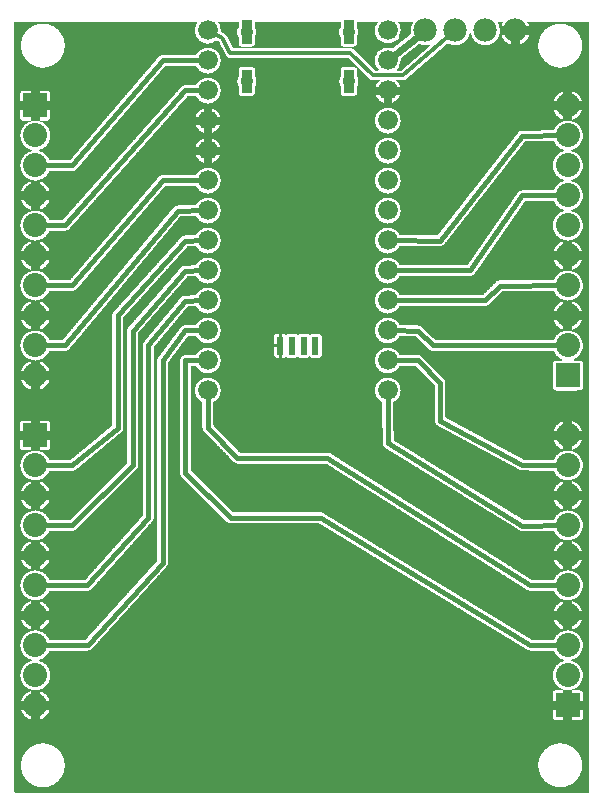
<source format=gbl>
G04 MADE WITH FRITZING*
G04 WWW.FRITZING.ORG*
G04 DOUBLE SIDED*
G04 HOLES PLATED*
G04 CONTOUR ON CENTER OF CONTOUR VECTOR*
%ASAXBY*%
%FSLAX23Y23*%
%MOIN*%
%OFA0B0*%
%SFA1.0B1.0*%
%ADD10C,0.075000*%
%ADD11C,0.066000*%
%ADD12C,0.043622*%
%ADD13C,0.080000*%
%ADD14C,0.078000*%
%ADD15R,0.019685X0.061024*%
%ADD16R,0.080000X0.080000*%
%ADD17C,0.016000*%
%ADD18C,0.012000*%
%ADD19C,0.024000*%
%ADD20C,0.000100*%
%ADD21R,0.001000X0.001000*%
%LNCOPPER0*%
G90*
G70*
G54D10*
X590Y1015D03*
G54D11*
X675Y2271D03*
X1275Y2171D03*
X675Y1471D03*
X1275Y1771D03*
X1275Y2571D03*
X675Y1871D03*
G54D12*
X1145Y2566D03*
G54D11*
X1275Y1571D03*
X1275Y1971D03*
X1275Y2371D03*
X675Y2471D03*
X675Y2071D03*
X675Y1671D03*
G54D12*
X1145Y2402D03*
G54D11*
X1275Y1471D03*
X1275Y1671D03*
X1275Y1871D03*
X1275Y2071D03*
X1275Y2271D03*
X1275Y2471D03*
X675Y2571D03*
X675Y2371D03*
X675Y2171D03*
X675Y1971D03*
X675Y1771D03*
X675Y1571D03*
X675Y1371D03*
G54D12*
X805Y2402D03*
X805Y2566D03*
G54D11*
X1275Y1371D03*
G54D13*
X100Y2321D03*
X100Y2221D03*
X100Y2121D03*
X100Y2021D03*
X100Y1921D03*
X100Y1821D03*
X100Y1721D03*
X100Y1621D03*
X100Y1521D03*
X100Y1421D03*
X100Y1221D03*
X100Y1121D03*
X100Y1021D03*
X100Y921D03*
X100Y821D03*
X100Y721D03*
X100Y621D03*
X100Y521D03*
X100Y421D03*
X100Y321D03*
X1875Y1421D03*
X1875Y1521D03*
X1875Y1621D03*
X1875Y1721D03*
X1875Y1821D03*
X1875Y1921D03*
X1875Y2021D03*
X1875Y2121D03*
X1875Y2221D03*
X1875Y2321D03*
X1875Y321D03*
X1875Y421D03*
X1875Y521D03*
X1875Y621D03*
X1875Y721D03*
X1875Y821D03*
X1875Y921D03*
X1875Y1021D03*
X1875Y1121D03*
X1875Y1221D03*
G54D14*
X1400Y2571D03*
X1500Y2571D03*
X1600Y2571D03*
X1700Y2571D03*
G54D15*
X916Y1520D03*
X955Y1520D03*
X995Y1520D03*
X1034Y1520D03*
G54D16*
X100Y2321D03*
X100Y1221D03*
X1875Y1421D03*
X1875Y321D03*
G54D17*
X120Y2121D02*
X224Y2121D01*
D02*
X224Y2121D02*
X525Y2472D01*
D02*
X525Y2472D02*
X655Y2471D01*
D02*
X120Y1921D02*
X200Y1922D01*
D02*
X200Y1922D02*
X600Y2371D01*
D02*
X600Y2371D02*
X655Y2371D01*
D02*
X120Y1721D02*
X224Y1721D01*
D02*
X224Y1721D02*
X525Y2071D01*
D02*
X525Y2071D02*
X655Y2071D01*
D02*
X120Y1521D02*
X200Y1521D01*
D02*
X200Y1521D02*
X575Y1970D01*
D02*
X575Y1970D02*
X655Y1971D01*
D02*
X120Y1121D02*
X224Y1121D01*
D02*
X224Y1121D02*
X375Y1246D01*
D02*
X600Y1870D02*
X655Y1871D01*
D02*
X375Y1622D02*
X600Y1870D01*
D02*
X375Y1246D02*
X375Y1622D01*
D02*
X655Y1771D02*
X600Y1770D01*
D02*
X224Y921D02*
X120Y921D01*
D02*
X600Y1770D02*
X425Y1570D01*
D02*
X425Y1570D02*
X425Y1122D01*
D02*
X425Y1122D02*
X224Y921D01*
D02*
X120Y721D02*
X274Y721D01*
D02*
X274Y721D02*
X476Y946D01*
D02*
X600Y1670D02*
X655Y1671D01*
D02*
X476Y1521D02*
X600Y1670D01*
D02*
X476Y946D02*
X476Y1521D01*
D02*
X655Y1571D02*
X600Y1571D01*
D02*
X275Y521D02*
X120Y521D01*
D02*
X600Y1571D02*
X525Y1471D01*
D02*
X525Y1471D02*
X525Y796D01*
D02*
X525Y796D02*
X275Y521D01*
D02*
X675Y1246D02*
X675Y1351D01*
D02*
X1855Y721D02*
X1750Y721D01*
D02*
X1750Y721D02*
X1074Y1146D01*
D02*
X774Y1146D02*
X675Y1246D01*
D02*
X1074Y1146D02*
X774Y1146D01*
D02*
X600Y1471D02*
X600Y1096D01*
D02*
X600Y1096D02*
X751Y946D01*
D02*
X1750Y522D02*
X1855Y521D01*
D02*
X751Y946D02*
X1051Y946D01*
D02*
X1051Y946D02*
X1750Y522D01*
D02*
X655Y1471D02*
X600Y1471D01*
D02*
X1724Y920D02*
X1276Y1195D01*
D02*
X1276Y1195D02*
X1275Y1351D01*
D02*
X1855Y921D02*
X1724Y920D01*
D02*
X1375Y1472D02*
X1450Y1397D01*
D02*
X1724Y1122D02*
X1855Y1121D01*
D02*
X1450Y1397D02*
X1450Y1270D01*
D02*
X1450Y1270D02*
X1724Y1122D01*
D02*
X1295Y1471D02*
X1375Y1472D01*
D02*
X1375Y1570D02*
X1426Y1521D01*
D02*
X1426Y1521D02*
X1855Y1521D01*
D02*
X1295Y1571D02*
X1375Y1570D01*
D02*
X1649Y1720D02*
X1855Y1721D01*
D02*
X1295Y1671D02*
X1600Y1671D01*
D02*
X1600Y1671D02*
X1649Y1720D01*
D02*
X1724Y2220D02*
X1855Y2221D01*
D02*
X1295Y1871D02*
X1450Y1870D01*
D02*
X1450Y1870D02*
X1724Y2220D01*
D02*
X1724Y2021D02*
X1550Y1772D01*
D02*
X1550Y1772D02*
X1295Y1771D01*
D02*
X1855Y2021D02*
X1724Y2021D01*
G54D18*
D02*
X724Y2546D02*
X750Y2496D01*
D02*
X750Y2496D02*
X1150Y2496D01*
D02*
X1150Y2496D02*
X1225Y2421D01*
D02*
X1225Y2421D02*
X1325Y2421D01*
D02*
X1325Y2421D02*
X1486Y2559D01*
D02*
X693Y2562D02*
X724Y2546D01*
G54D19*
D02*
X1290Y2483D02*
X1385Y2559D01*
G54D20*
G36*
X1381Y2526D02*
X1382Y2526D01*
X1390Y2523D01*
X1395Y2522D01*
X1399Y2522D01*
X1401Y2522D01*
X1405Y2522D01*
X1410Y2523D01*
X1414Y2524D01*
X1415Y2524D01*
X1416Y2524D01*
X1416Y2524D01*
X1417Y2523D01*
X1417Y2522D01*
X1417Y2521D01*
X1417Y2521D01*
X1416Y2520D01*
X1319Y2437D01*
X1319Y2437D01*
X1318Y2437D01*
X1307Y2437D01*
X1306Y2437D01*
X1306Y2438D01*
X1305Y2439D01*
X1305Y2439D01*
X1305Y2440D01*
X1305Y2441D01*
X1311Y2447D01*
X1314Y2454D01*
X1317Y2462D01*
X1317Y2464D01*
X1318Y2471D01*
X1318Y2472D01*
X1318Y2476D01*
X1318Y2477D01*
X1318Y2477D01*
X1318Y2478D01*
X1379Y2526D01*
X1379Y2526D01*
X1380Y2526D01*
X1381Y2526D01*
D02*
G37*
D02*
G36*
X1381Y2526D02*
X1382Y2526D01*
X1390Y2523D01*
X1395Y2522D01*
X1399Y2522D01*
X1401Y2522D01*
X1405Y2522D01*
X1410Y2523D01*
X1414Y2524D01*
X1415Y2524D01*
X1416Y2524D01*
X1416Y2524D01*
X1417Y2523D01*
X1417Y2522D01*
X1417Y2521D01*
X1417Y2521D01*
X1416Y2520D01*
X1319Y2437D01*
X1319Y2437D01*
X1318Y2437D01*
X1307Y2437D01*
X1306Y2437D01*
X1306Y2438D01*
X1305Y2439D01*
X1305Y2439D01*
X1305Y2440D01*
X1305Y2441D01*
X1311Y2447D01*
X1314Y2454D01*
X1317Y2462D01*
X1317Y2464D01*
X1318Y2471D01*
X1318Y2472D01*
X1318Y2476D01*
X1318Y2477D01*
X1318Y2477D01*
X1318Y2478D01*
X1379Y2526D01*
X1379Y2526D01*
X1380Y2526D01*
X1381Y2526D01*
D02*
G37*
D02*
G36*
X1239Y2600D02*
X1240Y2599D01*
X1240Y2599D01*
X1241Y2598D01*
X1241Y2598D01*
X1241Y2597D01*
X1240Y2596D01*
X1239Y2594D01*
X1235Y2588D01*
X1233Y2581D01*
X1233Y2578D01*
X1232Y2571D01*
X1232Y2570D01*
X1233Y2563D01*
X1233Y2561D01*
X1235Y2554D01*
X1239Y2547D01*
X1240Y2546D01*
X1244Y2541D01*
X1245Y2540D01*
X1251Y2535D01*
X1252Y2535D01*
X1258Y2532D01*
X1266Y2529D01*
X1268Y2529D01*
X1275Y2528D01*
X1276Y2528D01*
X1283Y2529D01*
X1285Y2529D01*
X1292Y2531D01*
X1299Y2535D01*
X1300Y2536D01*
X1305Y2540D01*
X1311Y2547D01*
X1314Y2554D01*
X1317Y2562D01*
X1317Y2564D01*
X1318Y2571D01*
X1318Y2572D01*
X1317Y2580D01*
X1315Y2588D01*
X1311Y2595D01*
X1310Y2596D01*
X1309Y2597D01*
X1309Y2598D01*
X1310Y2599D01*
X1310Y2599D01*
X1311Y2600D01*
X1311Y2600D01*
X1357Y2600D01*
X1358Y2599D01*
X1358Y2599D01*
X1359Y2598D01*
X1359Y2598D01*
X1359Y2597D01*
X1358Y2596D01*
X1355Y2590D01*
X1352Y2582D01*
X1352Y2580D01*
X1351Y2576D01*
X1351Y2572D01*
X1351Y2570D01*
X1351Y2566D01*
X1352Y2562D01*
X1352Y2561D01*
X1351Y2560D01*
X1351Y2560D01*
X1291Y2512D01*
X1290Y2512D01*
X1289Y2511D01*
X1289Y2512D01*
X1284Y2513D01*
X1283Y2513D01*
X1275Y2514D01*
X1274Y2514D01*
X1266Y2513D01*
X1258Y2511D01*
X1257Y2510D01*
X1251Y2507D01*
X1245Y2502D01*
X1244Y2501D01*
X1240Y2495D01*
X1239Y2494D01*
X1235Y2488D01*
X1233Y2481D01*
X1233Y2478D01*
X1232Y2471D01*
X1232Y2470D01*
X1233Y2463D01*
X1233Y2461D01*
X1235Y2454D01*
X1239Y2447D01*
X1240Y2446D01*
X1245Y2441D01*
X1245Y2440D01*
X1245Y2439D01*
X1245Y2438D01*
X1244Y2438D01*
X1244Y2437D01*
X1243Y2437D01*
X1232Y2437D01*
X1231Y2437D01*
X1161Y2508D01*
X1159Y2510D01*
X1158Y2510D01*
X1155Y2512D01*
X1153Y2512D01*
X1151Y2512D01*
X761Y2512D01*
X760Y2512D01*
X759Y2513D01*
X738Y2554D01*
X737Y2556D01*
X735Y2557D01*
X733Y2559D01*
X732Y2559D01*
X719Y2566D01*
X718Y2567D01*
X718Y2568D01*
X718Y2569D01*
X718Y2571D01*
X718Y2572D01*
X717Y2580D01*
X715Y2588D01*
X711Y2595D01*
X710Y2596D01*
X709Y2597D01*
X709Y2598D01*
X710Y2599D01*
X710Y2599D01*
X711Y2600D01*
X711Y2600D01*
X776Y2600D01*
X777Y2599D01*
X778Y2599D01*
X778Y2598D01*
X778Y2598D01*
X778Y2583D01*
X778Y2582D01*
X776Y2579D01*
X774Y2573D01*
X774Y2572D01*
X773Y2566D01*
X773Y2565D01*
X774Y2560D01*
X774Y2559D01*
X776Y2554D01*
X776Y2553D01*
X778Y2549D01*
X778Y2549D01*
X778Y2527D01*
X778Y2525D01*
X779Y2523D01*
X779Y2523D01*
X780Y2521D01*
X782Y2520D01*
X783Y2519D01*
X785Y2518D01*
X786Y2518D01*
X788Y2517D01*
X823Y2517D01*
X824Y2518D01*
X826Y2518D01*
X827Y2519D01*
X829Y2520D01*
X830Y2521D01*
X831Y2523D01*
X831Y2524D01*
X832Y2526D01*
X832Y2527D01*
X832Y2549D01*
X832Y2550D01*
X834Y2554D01*
X836Y2560D01*
X836Y2561D01*
X837Y2566D01*
X837Y2568D01*
X836Y2572D01*
X834Y2578D01*
X834Y2579D01*
X832Y2583D01*
X832Y2584D01*
X832Y2598D01*
X832Y2599D01*
X833Y2600D01*
X834Y2600D01*
X834Y2600D01*
X1116Y2600D01*
X1117Y2599D01*
X1118Y2599D01*
X1118Y2598D01*
X1118Y2598D01*
X1118Y2583D01*
X1118Y2583D01*
X1116Y2579D01*
X1116Y2578D01*
X1114Y2573D01*
X1114Y2571D01*
X1113Y2566D01*
X1114Y2560D01*
X1116Y2554D01*
X1116Y2553D01*
X1118Y2549D01*
X1118Y2549D01*
X1118Y2527D01*
X1119Y2525D01*
X1119Y2523D01*
X1119Y2523D01*
X1120Y2521D01*
X1122Y2520D01*
X1123Y2519D01*
X1125Y2518D01*
X1127Y2518D01*
X1128Y2517D01*
X1163Y2517D01*
X1164Y2518D01*
X1166Y2518D01*
X1167Y2519D01*
X1169Y2520D01*
X1170Y2521D01*
X1171Y2523D01*
X1171Y2524D01*
X1172Y2526D01*
X1172Y2527D01*
X1172Y2549D01*
X1172Y2550D01*
X1174Y2554D01*
X1176Y2560D01*
X1176Y2561D01*
X1177Y2566D01*
X1177Y2567D01*
X1176Y2572D01*
X1176Y2573D01*
X1174Y2578D01*
X1172Y2583D01*
X1172Y2584D01*
X1172Y2598D01*
X1172Y2599D01*
X1173Y2600D01*
X1174Y2600D01*
X1174Y2600D01*
X1239Y2600D01*
D02*
G37*
D02*
G36*
X1239Y2600D02*
X1240Y2599D01*
X1240Y2599D01*
X1241Y2598D01*
X1241Y2598D01*
X1241Y2597D01*
X1240Y2596D01*
X1239Y2594D01*
X1235Y2588D01*
X1233Y2581D01*
X1233Y2578D01*
X1232Y2571D01*
X1232Y2570D01*
X1233Y2563D01*
X1233Y2561D01*
X1235Y2554D01*
X1239Y2547D01*
X1240Y2546D01*
X1244Y2541D01*
X1245Y2540D01*
X1251Y2535D01*
X1252Y2535D01*
X1258Y2532D01*
X1266Y2529D01*
X1268Y2529D01*
X1275Y2528D01*
X1276Y2528D01*
X1283Y2529D01*
X1285Y2529D01*
X1292Y2531D01*
X1299Y2535D01*
X1300Y2536D01*
X1305Y2540D01*
X1311Y2547D01*
X1314Y2554D01*
X1317Y2562D01*
X1317Y2564D01*
X1318Y2571D01*
X1318Y2572D01*
X1317Y2580D01*
X1315Y2588D01*
X1311Y2595D01*
X1310Y2596D01*
X1309Y2597D01*
X1309Y2598D01*
X1310Y2599D01*
X1310Y2599D01*
X1311Y2600D01*
X1311Y2600D01*
X1357Y2600D01*
X1358Y2599D01*
X1358Y2599D01*
X1359Y2598D01*
X1359Y2598D01*
X1359Y2597D01*
X1358Y2596D01*
X1355Y2590D01*
X1352Y2582D01*
X1352Y2580D01*
X1351Y2576D01*
X1351Y2572D01*
X1351Y2570D01*
X1351Y2566D01*
X1352Y2562D01*
X1352Y2561D01*
X1351Y2560D01*
X1351Y2560D01*
X1291Y2512D01*
X1290Y2512D01*
X1289Y2511D01*
X1289Y2512D01*
X1284Y2513D01*
X1283Y2513D01*
X1275Y2514D01*
X1274Y2514D01*
X1266Y2513D01*
X1258Y2511D01*
X1257Y2510D01*
X1251Y2507D01*
X1245Y2502D01*
X1244Y2501D01*
X1240Y2495D01*
X1239Y2494D01*
X1235Y2488D01*
X1233Y2481D01*
X1233Y2478D01*
X1232Y2471D01*
X1232Y2470D01*
X1233Y2463D01*
X1233Y2461D01*
X1235Y2454D01*
X1239Y2447D01*
X1240Y2446D01*
X1245Y2441D01*
X1245Y2440D01*
X1245Y2439D01*
X1245Y2438D01*
X1244Y2438D01*
X1244Y2437D01*
X1243Y2437D01*
X1232Y2437D01*
X1231Y2437D01*
X1161Y2508D01*
X1159Y2510D01*
X1158Y2510D01*
X1155Y2512D01*
X1153Y2512D01*
X1151Y2512D01*
X761Y2512D01*
X760Y2512D01*
X759Y2513D01*
X738Y2554D01*
X737Y2556D01*
X735Y2557D01*
X733Y2559D01*
X732Y2559D01*
X719Y2566D01*
X718Y2567D01*
X718Y2568D01*
X718Y2569D01*
X718Y2571D01*
X718Y2572D01*
X717Y2580D01*
X715Y2588D01*
X711Y2595D01*
X710Y2596D01*
X709Y2597D01*
X709Y2598D01*
X710Y2599D01*
X710Y2599D01*
X711Y2600D01*
X711Y2600D01*
X776Y2600D01*
X777Y2599D01*
X778Y2599D01*
X778Y2598D01*
X778Y2598D01*
X778Y2583D01*
X778Y2582D01*
X776Y2579D01*
X774Y2573D01*
X774Y2572D01*
X773Y2566D01*
X773Y2565D01*
X774Y2560D01*
X774Y2559D01*
X776Y2554D01*
X776Y2553D01*
X778Y2549D01*
X778Y2549D01*
X778Y2527D01*
X778Y2525D01*
X779Y2523D01*
X779Y2523D01*
X780Y2521D01*
X782Y2520D01*
X783Y2519D01*
X785Y2518D01*
X786Y2518D01*
X788Y2517D01*
X823Y2517D01*
X824Y2518D01*
X826Y2518D01*
X827Y2519D01*
X829Y2520D01*
X830Y2521D01*
X831Y2523D01*
X831Y2524D01*
X832Y2526D01*
X832Y2527D01*
X832Y2549D01*
X832Y2550D01*
X834Y2554D01*
X836Y2560D01*
X836Y2561D01*
X837Y2566D01*
X837Y2568D01*
X836Y2572D01*
X834Y2578D01*
X834Y2579D01*
X832Y2583D01*
X832Y2584D01*
X832Y2598D01*
X832Y2599D01*
X833Y2600D01*
X834Y2600D01*
X834Y2600D01*
X1116Y2600D01*
X1117Y2599D01*
X1118Y2599D01*
X1118Y2598D01*
X1118Y2598D01*
X1118Y2583D01*
X1118Y2583D01*
X1116Y2579D01*
X1116Y2578D01*
X1114Y2573D01*
X1114Y2571D01*
X1113Y2566D01*
X1114Y2560D01*
X1116Y2554D01*
X1116Y2553D01*
X1118Y2549D01*
X1118Y2549D01*
X1118Y2527D01*
X1119Y2525D01*
X1119Y2523D01*
X1119Y2523D01*
X1120Y2521D01*
X1122Y2520D01*
X1123Y2519D01*
X1125Y2518D01*
X1127Y2518D01*
X1128Y2517D01*
X1163Y2517D01*
X1164Y2518D01*
X1166Y2518D01*
X1167Y2519D01*
X1169Y2520D01*
X1170Y2521D01*
X1171Y2523D01*
X1171Y2524D01*
X1172Y2526D01*
X1172Y2527D01*
X1172Y2549D01*
X1172Y2550D01*
X1174Y2554D01*
X1176Y2560D01*
X1176Y2561D01*
X1177Y2566D01*
X1177Y2567D01*
X1176Y2572D01*
X1176Y2573D01*
X1174Y2578D01*
X1172Y2583D01*
X1172Y2584D01*
X1172Y2598D01*
X1172Y2599D01*
X1173Y2600D01*
X1174Y2600D01*
X1174Y2600D01*
X1239Y2600D01*
D02*
G37*
D02*
G54D21*
X789Y2604D02*
X822Y2604D01*
X1129Y2604D02*
X1162Y2604D01*
X789Y2603D02*
X822Y2603D01*
X1129Y2603D02*
X1162Y2603D01*
X789Y2602D02*
X822Y2602D01*
X1129Y2602D02*
X1162Y2602D01*
X789Y2601D02*
X822Y2601D01*
X1129Y2601D02*
X1162Y2601D01*
X789Y2600D02*
X822Y2600D01*
X1129Y2600D02*
X1162Y2600D01*
X32Y2599D02*
X639Y2599D01*
X789Y2599D02*
X822Y2599D01*
X1129Y2599D02*
X1162Y2599D01*
X1643Y2599D02*
X1660Y2599D01*
X1740Y2599D02*
X1944Y2599D01*
X31Y2598D02*
X640Y2598D01*
X789Y2598D02*
X822Y2598D01*
X1129Y2598D02*
X1162Y2598D01*
X1642Y2598D02*
X1659Y2598D01*
X1741Y2598D02*
X1945Y2598D01*
X31Y2597D02*
X641Y2597D01*
X789Y2597D02*
X822Y2597D01*
X1129Y2597D02*
X1162Y2597D01*
X1642Y2597D02*
X1659Y2597D01*
X1742Y2597D02*
X1945Y2597D01*
X31Y2596D02*
X640Y2596D01*
X789Y2596D02*
X822Y2596D01*
X1129Y2596D02*
X1162Y2596D01*
X1642Y2596D02*
X1658Y2596D01*
X1742Y2596D02*
X1945Y2596D01*
X31Y2595D02*
X640Y2595D01*
X789Y2595D02*
X822Y2595D01*
X1129Y2595D02*
X1162Y2595D01*
X1643Y2595D02*
X1658Y2595D01*
X1743Y2595D02*
X1945Y2595D01*
X31Y2594D02*
X639Y2594D01*
X789Y2594D02*
X822Y2594D01*
X1129Y2594D02*
X1162Y2594D01*
X1643Y2594D02*
X1657Y2594D01*
X1743Y2594D02*
X1945Y2594D01*
X31Y2593D02*
X117Y2593D01*
X134Y2593D02*
X638Y2593D01*
X789Y2593D02*
X822Y2593D01*
X1129Y2593D02*
X1162Y2593D01*
X1644Y2593D02*
X1657Y2593D01*
X1744Y2593D02*
X1841Y2593D01*
X1859Y2593D02*
X1945Y2593D01*
X31Y2592D02*
X110Y2592D01*
X141Y2592D02*
X638Y2592D01*
X789Y2592D02*
X822Y2592D01*
X1129Y2592D02*
X1162Y2592D01*
X1644Y2592D02*
X1656Y2592D01*
X1744Y2592D02*
X1835Y2592D01*
X1865Y2592D02*
X1945Y2592D01*
X31Y2591D02*
X106Y2591D01*
X145Y2591D02*
X637Y2591D01*
X789Y2591D02*
X822Y2591D01*
X1129Y2591D02*
X1162Y2591D01*
X1645Y2591D02*
X1656Y2591D01*
X1745Y2591D02*
X1831Y2591D01*
X1869Y2591D02*
X1945Y2591D01*
X31Y2590D02*
X103Y2590D01*
X148Y2590D02*
X637Y2590D01*
X789Y2590D02*
X822Y2590D01*
X1129Y2590D02*
X1162Y2590D01*
X1645Y2590D02*
X1655Y2590D01*
X1745Y2590D02*
X1827Y2590D01*
X1873Y2590D02*
X1945Y2590D01*
X31Y2589D02*
X100Y2589D01*
X151Y2589D02*
X636Y2589D01*
X789Y2589D02*
X822Y2589D01*
X1129Y2589D02*
X1162Y2589D01*
X1646Y2589D02*
X1655Y2589D01*
X1746Y2589D02*
X1825Y2589D01*
X1876Y2589D02*
X1945Y2589D01*
X31Y2588D02*
X97Y2588D01*
X154Y2588D02*
X636Y2588D01*
X789Y2588D02*
X822Y2588D01*
X1129Y2588D02*
X1162Y2588D01*
X1646Y2588D02*
X1654Y2588D01*
X1746Y2588D02*
X1822Y2588D01*
X1878Y2588D02*
X1945Y2588D01*
X31Y2587D02*
X95Y2587D01*
X156Y2587D02*
X635Y2587D01*
X789Y2587D02*
X822Y2587D01*
X1129Y2587D02*
X1162Y2587D01*
X1646Y2587D02*
X1654Y2587D01*
X1747Y2587D02*
X1820Y2587D01*
X1881Y2587D02*
X1945Y2587D01*
X31Y2586D02*
X93Y2586D01*
X158Y2586D02*
X635Y2586D01*
X789Y2586D02*
X822Y2586D01*
X1129Y2586D02*
X1162Y2586D01*
X1647Y2586D02*
X1654Y2586D01*
X1747Y2586D02*
X1818Y2586D01*
X1883Y2586D02*
X1945Y2586D01*
X31Y2585D02*
X91Y2585D01*
X160Y2585D02*
X635Y2585D01*
X789Y2585D02*
X822Y2585D01*
X1129Y2585D02*
X1162Y2585D01*
X1647Y2585D02*
X1677Y2585D01*
X1723Y2585D02*
X1815Y2585D01*
X1885Y2585D02*
X1945Y2585D01*
X31Y2584D02*
X89Y2584D01*
X162Y2584D02*
X634Y2584D01*
X789Y2584D02*
X822Y2584D01*
X1129Y2584D02*
X1162Y2584D01*
X1647Y2584D02*
X1677Y2584D01*
X1723Y2584D02*
X1814Y2584D01*
X1887Y2584D02*
X1945Y2584D01*
X31Y2583D02*
X87Y2583D01*
X163Y2583D02*
X634Y2583D01*
X789Y2583D02*
X822Y2583D01*
X1129Y2583D02*
X1162Y2583D01*
X1648Y2583D02*
X1677Y2583D01*
X1723Y2583D02*
X1812Y2583D01*
X1888Y2583D02*
X1945Y2583D01*
X31Y2582D02*
X86Y2582D01*
X165Y2582D02*
X634Y2582D01*
X789Y2582D02*
X801Y2582D01*
X810Y2582D02*
X822Y2582D01*
X1129Y2582D02*
X1141Y2582D01*
X1150Y2582D02*
X1162Y2582D01*
X1648Y2582D02*
X1677Y2582D01*
X1723Y2582D02*
X1811Y2582D01*
X1890Y2582D02*
X1945Y2582D01*
X31Y2581D02*
X84Y2581D01*
X167Y2581D02*
X633Y2581D01*
X789Y2581D02*
X798Y2581D01*
X813Y2581D02*
X822Y2581D01*
X1129Y2581D02*
X1138Y2581D01*
X1153Y2581D02*
X1162Y2581D01*
X1648Y2581D02*
X1677Y2581D01*
X1723Y2581D02*
X1809Y2581D01*
X1892Y2581D02*
X1945Y2581D01*
X31Y2580D02*
X83Y2580D01*
X168Y2580D02*
X633Y2580D01*
X789Y2580D02*
X796Y2580D01*
X815Y2580D02*
X822Y2580D01*
X1129Y2580D02*
X1136Y2580D01*
X1155Y2580D02*
X1162Y2580D01*
X1649Y2580D02*
X1677Y2580D01*
X1723Y2580D02*
X1807Y2580D01*
X1893Y2580D02*
X1945Y2580D01*
X31Y2579D02*
X81Y2579D01*
X170Y2579D02*
X633Y2579D01*
X789Y2579D02*
X795Y2579D01*
X816Y2579D02*
X822Y2579D01*
X1129Y2579D02*
X1135Y2579D01*
X1156Y2579D02*
X1162Y2579D01*
X1649Y2579D02*
X1677Y2579D01*
X1723Y2579D02*
X1806Y2579D01*
X1894Y2579D02*
X1945Y2579D01*
X31Y2578D02*
X80Y2578D01*
X171Y2578D02*
X633Y2578D01*
X789Y2578D02*
X793Y2578D01*
X817Y2578D02*
X822Y2578D01*
X1129Y2578D02*
X1134Y2578D01*
X1157Y2578D02*
X1162Y2578D01*
X1649Y2578D02*
X1677Y2578D01*
X1723Y2578D02*
X1805Y2578D01*
X1896Y2578D02*
X1945Y2578D01*
X31Y2577D02*
X79Y2577D01*
X172Y2577D02*
X633Y2577D01*
X789Y2577D02*
X792Y2577D01*
X818Y2577D02*
X822Y2577D01*
X1129Y2577D02*
X1133Y2577D01*
X1158Y2577D02*
X1162Y2577D01*
X1649Y2577D02*
X1677Y2577D01*
X1723Y2577D02*
X1804Y2577D01*
X1897Y2577D02*
X1945Y2577D01*
X31Y2576D02*
X78Y2576D01*
X173Y2576D02*
X632Y2576D01*
X789Y2576D02*
X792Y2576D01*
X819Y2576D02*
X822Y2576D01*
X1129Y2576D02*
X1132Y2576D01*
X1159Y2576D02*
X1162Y2576D01*
X1649Y2576D02*
X1677Y2576D01*
X1723Y2576D02*
X1802Y2576D01*
X1898Y2576D02*
X1945Y2576D01*
X31Y2575D02*
X77Y2575D01*
X174Y2575D02*
X632Y2575D01*
X789Y2575D02*
X791Y2575D01*
X820Y2575D02*
X822Y2575D01*
X1129Y2575D02*
X1131Y2575D01*
X1160Y2575D02*
X1162Y2575D01*
X1649Y2575D02*
X1677Y2575D01*
X1723Y2575D02*
X1801Y2575D01*
X1899Y2575D02*
X1945Y2575D01*
X31Y2574D02*
X75Y2574D01*
X176Y2574D02*
X632Y2574D01*
X789Y2574D02*
X790Y2574D01*
X820Y2574D02*
X822Y2574D01*
X1129Y2574D02*
X1130Y2574D01*
X1161Y2574D02*
X1162Y2574D01*
X1650Y2574D02*
X1677Y2574D01*
X1723Y2574D02*
X1800Y2574D01*
X1900Y2574D02*
X1945Y2574D01*
X31Y2573D02*
X74Y2573D01*
X177Y2573D02*
X632Y2573D01*
X789Y2573D02*
X790Y2573D01*
X821Y2573D02*
X822Y2573D01*
X1129Y2573D02*
X1130Y2573D01*
X1161Y2573D02*
X1162Y2573D01*
X1650Y2573D02*
X1677Y2573D01*
X1723Y2573D02*
X1799Y2573D01*
X1901Y2573D02*
X1945Y2573D01*
X31Y2572D02*
X73Y2572D01*
X178Y2572D02*
X632Y2572D01*
X789Y2572D02*
X789Y2572D01*
X821Y2572D02*
X822Y2572D01*
X1129Y2572D02*
X1129Y2572D01*
X1162Y2572D02*
X1162Y2572D01*
X1650Y2572D02*
X1677Y2572D01*
X1723Y2572D02*
X1798Y2572D01*
X1902Y2572D02*
X1945Y2572D01*
X31Y2571D02*
X72Y2571D01*
X179Y2571D02*
X632Y2571D01*
X789Y2571D02*
X789Y2571D01*
X822Y2571D02*
X822Y2571D01*
X1129Y2571D02*
X1129Y2571D01*
X1162Y2571D02*
X1162Y2571D01*
X1650Y2571D02*
X1677Y2571D01*
X1723Y2571D02*
X1797Y2571D01*
X1903Y2571D02*
X1945Y2571D01*
X31Y2570D02*
X71Y2570D01*
X179Y2570D02*
X632Y2570D01*
X789Y2570D02*
X789Y2570D01*
X822Y2570D02*
X822Y2570D01*
X1129Y2570D02*
X1129Y2570D01*
X1162Y2570D02*
X1162Y2570D01*
X1650Y2570D02*
X1677Y2570D01*
X1723Y2570D02*
X1796Y2570D01*
X1904Y2570D02*
X1945Y2570D01*
X31Y2569D02*
X71Y2569D01*
X180Y2569D02*
X632Y2569D01*
X1650Y2569D02*
X1677Y2569D01*
X1723Y2569D02*
X1795Y2569D01*
X1905Y2569D02*
X1945Y2569D01*
X31Y2568D02*
X70Y2568D01*
X181Y2568D02*
X632Y2568D01*
X1650Y2568D02*
X1677Y2568D01*
X1723Y2568D02*
X1794Y2568D01*
X1906Y2568D02*
X1945Y2568D01*
X31Y2567D02*
X69Y2567D01*
X182Y2567D02*
X632Y2567D01*
X1650Y2567D02*
X1677Y2567D01*
X1723Y2567D02*
X1793Y2567D01*
X1907Y2567D02*
X1945Y2567D01*
X31Y2566D02*
X68Y2566D01*
X183Y2566D02*
X632Y2566D01*
X1649Y2566D02*
X1677Y2566D01*
X1723Y2566D02*
X1793Y2566D01*
X1908Y2566D02*
X1945Y2566D01*
X31Y2565D02*
X67Y2565D01*
X184Y2565D02*
X632Y2565D01*
X1649Y2565D02*
X1677Y2565D01*
X1723Y2565D02*
X1792Y2565D01*
X1908Y2565D02*
X1945Y2565D01*
X31Y2564D02*
X66Y2564D01*
X184Y2564D02*
X633Y2564D01*
X1649Y2564D02*
X1677Y2564D01*
X1723Y2564D02*
X1791Y2564D01*
X1909Y2564D02*
X1945Y2564D01*
X31Y2563D02*
X66Y2563D01*
X185Y2563D02*
X633Y2563D01*
X1649Y2563D02*
X1677Y2563D01*
X1723Y2563D02*
X1790Y2563D01*
X1910Y2563D02*
X1945Y2563D01*
X31Y2562D02*
X65Y2562D01*
X186Y2562D02*
X633Y2562D01*
X1649Y2562D02*
X1677Y2562D01*
X1723Y2562D02*
X1790Y2562D01*
X1911Y2562D02*
X1945Y2562D01*
X31Y2561D02*
X64Y2561D01*
X187Y2561D02*
X633Y2561D01*
X789Y2561D02*
X789Y2561D01*
X822Y2561D02*
X822Y2561D01*
X1129Y2561D02*
X1129Y2561D01*
X1162Y2561D02*
X1162Y2561D01*
X1549Y2561D02*
X1551Y2561D01*
X1649Y2561D02*
X1677Y2561D01*
X1723Y2561D02*
X1789Y2561D01*
X1911Y2561D02*
X1945Y2561D01*
X31Y2560D02*
X64Y2560D01*
X187Y2560D02*
X633Y2560D01*
X789Y2560D02*
X789Y2560D01*
X822Y2560D02*
X822Y2560D01*
X1129Y2560D02*
X1129Y2560D01*
X1162Y2560D02*
X1162Y2560D01*
X1549Y2560D02*
X1552Y2560D01*
X1648Y2560D02*
X1677Y2560D01*
X1723Y2560D02*
X1788Y2560D01*
X1912Y2560D02*
X1945Y2560D01*
X31Y2559D02*
X63Y2559D01*
X188Y2559D02*
X634Y2559D01*
X789Y2559D02*
X789Y2559D01*
X821Y2559D02*
X822Y2559D01*
X1129Y2559D02*
X1129Y2559D01*
X1161Y2559D02*
X1162Y2559D01*
X1548Y2559D02*
X1552Y2559D01*
X1648Y2559D02*
X1677Y2559D01*
X1723Y2559D02*
X1788Y2559D01*
X1913Y2559D02*
X1945Y2559D01*
X31Y2558D02*
X62Y2558D01*
X188Y2558D02*
X634Y2558D01*
X789Y2558D02*
X790Y2558D01*
X821Y2558D02*
X822Y2558D01*
X1129Y2558D02*
X1130Y2558D01*
X1161Y2558D02*
X1162Y2558D01*
X1548Y2558D02*
X1553Y2558D01*
X1648Y2558D02*
X1677Y2558D01*
X1723Y2558D02*
X1787Y2558D01*
X1913Y2558D02*
X1945Y2558D01*
X31Y2557D02*
X62Y2557D01*
X189Y2557D02*
X634Y2557D01*
X789Y2557D02*
X790Y2557D01*
X820Y2557D02*
X822Y2557D01*
X1129Y2557D02*
X1131Y2557D01*
X1160Y2557D02*
X1162Y2557D01*
X1548Y2557D02*
X1553Y2557D01*
X1647Y2557D02*
X1677Y2557D01*
X1723Y2557D02*
X1787Y2557D01*
X1914Y2557D02*
X1945Y2557D01*
X31Y2556D02*
X61Y2556D01*
X190Y2556D02*
X635Y2556D01*
X789Y2556D02*
X791Y2556D01*
X820Y2556D02*
X822Y2556D01*
X1129Y2556D02*
X1131Y2556D01*
X1160Y2556D02*
X1162Y2556D01*
X1547Y2556D02*
X1553Y2556D01*
X1647Y2556D02*
X1677Y2556D01*
X1723Y2556D02*
X1786Y2556D01*
X1914Y2556D02*
X1945Y2556D01*
X31Y2555D02*
X61Y2555D01*
X190Y2555D02*
X635Y2555D01*
X789Y2555D02*
X792Y2555D01*
X819Y2555D02*
X822Y2555D01*
X1129Y2555D02*
X1132Y2555D01*
X1159Y2555D02*
X1162Y2555D01*
X1547Y2555D02*
X1554Y2555D01*
X1647Y2555D02*
X1654Y2555D01*
X1747Y2555D02*
X1785Y2555D01*
X1915Y2555D02*
X1945Y2555D01*
X31Y2554D02*
X60Y2554D01*
X191Y2554D02*
X635Y2554D01*
X789Y2554D02*
X793Y2554D01*
X818Y2554D02*
X822Y2554D01*
X1129Y2554D02*
X1133Y2554D01*
X1158Y2554D02*
X1162Y2554D01*
X1547Y2554D02*
X1554Y2554D01*
X1646Y2554D02*
X1654Y2554D01*
X1747Y2554D02*
X1785Y2554D01*
X1916Y2554D02*
X1945Y2554D01*
X31Y2553D02*
X60Y2553D01*
X191Y2553D02*
X636Y2553D01*
X789Y2553D02*
X794Y2553D01*
X817Y2553D02*
X822Y2553D01*
X1129Y2553D02*
X1134Y2553D01*
X1157Y2553D02*
X1162Y2553D01*
X1546Y2553D02*
X1554Y2553D01*
X1646Y2553D02*
X1654Y2553D01*
X1746Y2553D02*
X1784Y2553D01*
X1916Y2553D02*
X1945Y2553D01*
X31Y2552D02*
X59Y2552D01*
X192Y2552D02*
X636Y2552D01*
X789Y2552D02*
X795Y2552D01*
X816Y2552D02*
X822Y2552D01*
X1129Y2552D02*
X1135Y2552D01*
X1156Y2552D02*
X1162Y2552D01*
X1546Y2552D02*
X1555Y2552D01*
X1646Y2552D02*
X1655Y2552D01*
X1746Y2552D02*
X1784Y2552D01*
X1917Y2552D02*
X1945Y2552D01*
X31Y2551D02*
X59Y2551D01*
X192Y2551D02*
X637Y2551D01*
X789Y2551D02*
X797Y2551D01*
X814Y2551D02*
X822Y2551D01*
X1129Y2551D02*
X1137Y2551D01*
X1154Y2551D02*
X1162Y2551D01*
X1545Y2551D02*
X1555Y2551D01*
X1645Y2551D02*
X1655Y2551D01*
X1745Y2551D02*
X1783Y2551D01*
X1917Y2551D02*
X1945Y2551D01*
X31Y2550D02*
X58Y2550D01*
X193Y2550D02*
X637Y2550D01*
X789Y2550D02*
X799Y2550D01*
X812Y2550D02*
X822Y2550D01*
X1129Y2550D02*
X1139Y2550D01*
X1152Y2550D02*
X1162Y2550D01*
X1545Y2550D02*
X1556Y2550D01*
X1645Y2550D02*
X1656Y2550D01*
X1745Y2550D02*
X1783Y2550D01*
X1917Y2550D02*
X1945Y2550D01*
X31Y2549D02*
X58Y2549D01*
X193Y2549D02*
X638Y2549D01*
X789Y2549D02*
X803Y2549D01*
X808Y2549D02*
X822Y2549D01*
X1129Y2549D02*
X1143Y2549D01*
X1148Y2549D02*
X1162Y2549D01*
X1544Y2549D02*
X1556Y2549D01*
X1644Y2549D02*
X1656Y2549D01*
X1744Y2549D02*
X1783Y2549D01*
X1918Y2549D02*
X1945Y2549D01*
X31Y2548D02*
X57Y2548D01*
X194Y2548D02*
X639Y2548D01*
X789Y2548D02*
X822Y2548D01*
X1129Y2548D02*
X1162Y2548D01*
X1544Y2548D02*
X1557Y2548D01*
X1644Y2548D02*
X1657Y2548D01*
X1686Y2548D02*
X1714Y2548D01*
X1744Y2548D02*
X1782Y2548D01*
X1918Y2548D02*
X1945Y2548D01*
X31Y2547D02*
X57Y2547D01*
X194Y2547D02*
X639Y2547D01*
X789Y2547D02*
X822Y2547D01*
X1129Y2547D02*
X1162Y2547D01*
X1543Y2547D02*
X1557Y2547D01*
X1643Y2547D02*
X1657Y2547D01*
X1686Y2547D02*
X1715Y2547D01*
X1743Y2547D02*
X1782Y2547D01*
X1919Y2547D02*
X1945Y2547D01*
X31Y2546D02*
X57Y2546D01*
X194Y2546D02*
X640Y2546D01*
X789Y2546D02*
X822Y2546D01*
X1129Y2546D02*
X1162Y2546D01*
X1543Y2546D02*
X1558Y2546D01*
X1643Y2546D02*
X1658Y2546D01*
X1686Y2546D02*
X1715Y2546D01*
X1743Y2546D02*
X1781Y2546D01*
X1919Y2546D02*
X1945Y2546D01*
X31Y2545D02*
X56Y2545D01*
X195Y2545D02*
X640Y2545D01*
X789Y2545D02*
X822Y2545D01*
X1129Y2545D02*
X1162Y2545D01*
X1542Y2545D02*
X1558Y2545D01*
X1642Y2545D02*
X1658Y2545D01*
X1686Y2545D02*
X1715Y2545D01*
X1742Y2545D02*
X1781Y2545D01*
X1919Y2545D02*
X1945Y2545D01*
X31Y2544D02*
X56Y2544D01*
X195Y2544D02*
X641Y2544D01*
X789Y2544D02*
X822Y2544D01*
X1129Y2544D02*
X1162Y2544D01*
X1542Y2544D02*
X1559Y2544D01*
X1642Y2544D02*
X1659Y2544D01*
X1686Y2544D02*
X1715Y2544D01*
X1742Y2544D02*
X1781Y2544D01*
X1920Y2544D02*
X1945Y2544D01*
X31Y2543D02*
X56Y2543D01*
X195Y2543D02*
X642Y2543D01*
X789Y2543D02*
X822Y2543D01*
X1129Y2543D02*
X1162Y2543D01*
X1541Y2543D02*
X1559Y2543D01*
X1641Y2543D02*
X1659Y2543D01*
X1686Y2543D02*
X1715Y2543D01*
X1741Y2543D02*
X1780Y2543D01*
X1920Y2543D02*
X1945Y2543D01*
X31Y2542D02*
X55Y2542D01*
X196Y2542D02*
X643Y2542D01*
X789Y2542D02*
X822Y2542D01*
X1129Y2542D02*
X1162Y2542D01*
X1540Y2542D02*
X1560Y2542D01*
X1640Y2542D02*
X1660Y2542D01*
X1686Y2542D02*
X1715Y2542D01*
X1740Y2542D02*
X1780Y2542D01*
X1920Y2542D02*
X1945Y2542D01*
X31Y2541D02*
X55Y2541D01*
X196Y2541D02*
X644Y2541D01*
X789Y2541D02*
X822Y2541D01*
X1129Y2541D02*
X1162Y2541D01*
X1540Y2541D02*
X1561Y2541D01*
X1640Y2541D02*
X1661Y2541D01*
X1686Y2541D02*
X1715Y2541D01*
X1740Y2541D02*
X1780Y2541D01*
X1921Y2541D02*
X1945Y2541D01*
X31Y2540D02*
X55Y2540D01*
X196Y2540D02*
X645Y2540D01*
X789Y2540D02*
X822Y2540D01*
X1129Y2540D02*
X1162Y2540D01*
X1539Y2540D02*
X1562Y2540D01*
X1639Y2540D02*
X1662Y2540D01*
X1686Y2540D02*
X1715Y2540D01*
X1739Y2540D02*
X1779Y2540D01*
X1921Y2540D02*
X1945Y2540D01*
X31Y2539D02*
X54Y2539D01*
X196Y2539D02*
X646Y2539D01*
X789Y2539D02*
X822Y2539D01*
X1129Y2539D02*
X1162Y2539D01*
X1538Y2539D02*
X1563Y2539D01*
X1638Y2539D02*
X1663Y2539D01*
X1686Y2539D02*
X1715Y2539D01*
X1738Y2539D02*
X1779Y2539D01*
X1921Y2539D02*
X1945Y2539D01*
X31Y2538D02*
X54Y2538D01*
X197Y2538D02*
X647Y2538D01*
X789Y2538D02*
X822Y2538D01*
X1129Y2538D02*
X1162Y2538D01*
X1537Y2538D02*
X1563Y2538D01*
X1637Y2538D02*
X1663Y2538D01*
X1686Y2538D02*
X1715Y2538D01*
X1737Y2538D02*
X1779Y2538D01*
X1922Y2538D02*
X1945Y2538D01*
X31Y2537D02*
X54Y2537D01*
X197Y2537D02*
X648Y2537D01*
X703Y2537D02*
X705Y2537D01*
X789Y2537D02*
X822Y2537D01*
X1129Y2537D02*
X1162Y2537D01*
X1536Y2537D02*
X1564Y2537D01*
X1636Y2537D02*
X1664Y2537D01*
X1686Y2537D02*
X1715Y2537D01*
X1736Y2537D02*
X1779Y2537D01*
X1922Y2537D02*
X1945Y2537D01*
X31Y2536D02*
X54Y2536D01*
X197Y2536D02*
X650Y2536D01*
X701Y2536D02*
X707Y2536D01*
X789Y2536D02*
X822Y2536D01*
X1129Y2536D02*
X1162Y2536D01*
X1535Y2536D02*
X1565Y2536D01*
X1635Y2536D02*
X1665Y2536D01*
X1686Y2536D02*
X1715Y2536D01*
X1735Y2536D02*
X1778Y2536D01*
X1922Y2536D02*
X1945Y2536D01*
X31Y2535D02*
X53Y2535D01*
X198Y2535D02*
X651Y2535D01*
X700Y2535D02*
X709Y2535D01*
X789Y2535D02*
X822Y2535D01*
X1129Y2535D02*
X1162Y2535D01*
X1534Y2535D02*
X1566Y2535D01*
X1634Y2535D02*
X1666Y2535D01*
X1686Y2535D02*
X1715Y2535D01*
X1734Y2535D02*
X1778Y2535D01*
X1922Y2535D02*
X1945Y2535D01*
X31Y2534D02*
X53Y2534D01*
X198Y2534D02*
X653Y2534D01*
X698Y2534D02*
X711Y2534D01*
X789Y2534D02*
X822Y2534D01*
X1129Y2534D02*
X1162Y2534D01*
X1533Y2534D02*
X1567Y2534D01*
X1633Y2534D02*
X1667Y2534D01*
X1686Y2534D02*
X1715Y2534D01*
X1733Y2534D02*
X1778Y2534D01*
X1922Y2534D02*
X1945Y2534D01*
X31Y2533D02*
X53Y2533D01*
X198Y2533D02*
X654Y2533D01*
X696Y2533D02*
X712Y2533D01*
X789Y2533D02*
X822Y2533D01*
X1129Y2533D02*
X1162Y2533D01*
X1532Y2533D02*
X1569Y2533D01*
X1632Y2533D02*
X1669Y2533D01*
X1686Y2533D02*
X1715Y2533D01*
X1732Y2533D02*
X1778Y2533D01*
X1923Y2533D02*
X1945Y2533D01*
X31Y2532D02*
X53Y2532D01*
X198Y2532D02*
X656Y2532D01*
X694Y2532D02*
X713Y2532D01*
X789Y2532D02*
X822Y2532D01*
X1129Y2532D02*
X1162Y2532D01*
X1531Y2532D02*
X1570Y2532D01*
X1631Y2532D02*
X1670Y2532D01*
X1686Y2532D02*
X1715Y2532D01*
X1731Y2532D02*
X1778Y2532D01*
X1923Y2532D02*
X1945Y2532D01*
X31Y2531D02*
X53Y2531D01*
X198Y2531D02*
X658Y2531D01*
X692Y2531D02*
X714Y2531D01*
X789Y2531D02*
X822Y2531D01*
X1129Y2531D02*
X1162Y2531D01*
X1529Y2531D02*
X1571Y2531D01*
X1629Y2531D02*
X1671Y2531D01*
X1686Y2531D02*
X1715Y2531D01*
X1729Y2531D02*
X1778Y2531D01*
X1923Y2531D02*
X1945Y2531D01*
X31Y2530D02*
X53Y2530D01*
X198Y2530D02*
X662Y2530D01*
X689Y2530D02*
X714Y2530D01*
X789Y2530D02*
X822Y2530D01*
X1129Y2530D02*
X1162Y2530D01*
X1528Y2530D02*
X1572Y2530D01*
X1628Y2530D02*
X1672Y2530D01*
X1686Y2530D02*
X1715Y2530D01*
X1728Y2530D02*
X1777Y2530D01*
X1923Y2530D02*
X1945Y2530D01*
X31Y2529D02*
X53Y2529D01*
X198Y2529D02*
X665Y2529D01*
X686Y2529D02*
X715Y2529D01*
X789Y2529D02*
X822Y2529D01*
X1129Y2529D02*
X1162Y2529D01*
X1526Y2529D02*
X1574Y2529D01*
X1626Y2529D02*
X1674Y2529D01*
X1686Y2529D02*
X1715Y2529D01*
X1726Y2529D02*
X1777Y2529D01*
X1923Y2529D02*
X1945Y2529D01*
X31Y2528D02*
X52Y2528D01*
X199Y2528D02*
X670Y2528D01*
X680Y2528D02*
X715Y2528D01*
X789Y2528D02*
X822Y2528D01*
X1129Y2528D02*
X1162Y2528D01*
X1524Y2528D02*
X1576Y2528D01*
X1624Y2528D02*
X1676Y2528D01*
X1686Y2528D02*
X1715Y2528D01*
X1724Y2528D02*
X1777Y2528D01*
X1923Y2528D02*
X1945Y2528D01*
X31Y2527D02*
X52Y2527D01*
X199Y2527D02*
X716Y2527D01*
X789Y2527D02*
X821Y2527D01*
X1130Y2527D02*
X1161Y2527D01*
X1475Y2527D02*
X1478Y2527D01*
X1522Y2527D02*
X1578Y2527D01*
X1622Y2527D02*
X1678Y2527D01*
X1686Y2527D02*
X1715Y2527D01*
X1722Y2527D02*
X1777Y2527D01*
X1923Y2527D02*
X1945Y2527D01*
X31Y2526D02*
X52Y2526D01*
X199Y2526D02*
X716Y2526D01*
X1474Y2526D02*
X1480Y2526D01*
X1521Y2526D02*
X1580Y2526D01*
X1621Y2526D02*
X1680Y2526D01*
X1686Y2526D02*
X1715Y2526D01*
X1721Y2526D02*
X1777Y2526D01*
X1923Y2526D02*
X1945Y2526D01*
X31Y2525D02*
X52Y2525D01*
X199Y2525D02*
X717Y2525D01*
X1472Y2525D02*
X1483Y2525D01*
X1518Y2525D02*
X1583Y2525D01*
X1618Y2525D02*
X1683Y2525D01*
X1686Y2525D02*
X1715Y2525D01*
X1718Y2525D02*
X1777Y2525D01*
X1924Y2525D02*
X1945Y2525D01*
X31Y2524D02*
X52Y2524D01*
X199Y2524D02*
X717Y2524D01*
X1471Y2524D02*
X1486Y2524D01*
X1515Y2524D02*
X1586Y2524D01*
X1615Y2524D02*
X1777Y2524D01*
X1924Y2524D02*
X1945Y2524D01*
X31Y2523D02*
X52Y2523D01*
X199Y2523D02*
X718Y2523D01*
X1470Y2523D02*
X1489Y2523D01*
X1512Y2523D02*
X1589Y2523D01*
X1612Y2523D02*
X1777Y2523D01*
X1924Y2523D02*
X1945Y2523D01*
X31Y2522D02*
X52Y2522D01*
X199Y2522D02*
X718Y2522D01*
X1469Y2522D02*
X1494Y2522D01*
X1507Y2522D02*
X1594Y2522D01*
X1607Y2522D02*
X1777Y2522D01*
X1924Y2522D02*
X1945Y2522D01*
X31Y2521D02*
X52Y2521D01*
X199Y2521D02*
X719Y2521D01*
X1468Y2521D02*
X1777Y2521D01*
X1924Y2521D02*
X1945Y2521D01*
X31Y2520D02*
X52Y2520D01*
X199Y2520D02*
X719Y2520D01*
X1467Y2520D02*
X1777Y2520D01*
X1924Y2520D02*
X1945Y2520D01*
X31Y2519D02*
X52Y2519D01*
X199Y2519D02*
X720Y2519D01*
X1465Y2519D02*
X1777Y2519D01*
X1924Y2519D02*
X1945Y2519D01*
X31Y2518D02*
X52Y2518D01*
X199Y2518D02*
X720Y2518D01*
X1464Y2518D02*
X1777Y2518D01*
X1924Y2518D02*
X1945Y2518D01*
X31Y2517D02*
X52Y2517D01*
X199Y2517D02*
X721Y2517D01*
X1463Y2517D02*
X1777Y2517D01*
X1924Y2517D02*
X1945Y2517D01*
X31Y2516D02*
X52Y2516D01*
X199Y2516D02*
X721Y2516D01*
X1462Y2516D02*
X1777Y2516D01*
X1923Y2516D02*
X1945Y2516D01*
X31Y2515D02*
X52Y2515D01*
X199Y2515D02*
X722Y2515D01*
X1461Y2515D02*
X1777Y2515D01*
X1923Y2515D02*
X1945Y2515D01*
X31Y2514D02*
X52Y2514D01*
X199Y2514D02*
X722Y2514D01*
X1460Y2514D02*
X1777Y2514D01*
X1923Y2514D02*
X1945Y2514D01*
X31Y2513D02*
X52Y2513D01*
X199Y2513D02*
X670Y2513D01*
X681Y2513D02*
X723Y2513D01*
X1458Y2513D02*
X1777Y2513D01*
X1923Y2513D02*
X1945Y2513D01*
X31Y2512D02*
X53Y2512D01*
X198Y2512D02*
X664Y2512D01*
X686Y2512D02*
X723Y2512D01*
X1457Y2512D02*
X1777Y2512D01*
X1923Y2512D02*
X1945Y2512D01*
X31Y2511D02*
X53Y2511D01*
X198Y2511D02*
X661Y2511D01*
X690Y2511D02*
X724Y2511D01*
X1456Y2511D02*
X1777Y2511D01*
X1923Y2511D02*
X1945Y2511D01*
X31Y2510D02*
X53Y2510D01*
X198Y2510D02*
X658Y2510D01*
X693Y2510D02*
X724Y2510D01*
X1455Y2510D02*
X1778Y2510D01*
X1923Y2510D02*
X1945Y2510D01*
X31Y2509D02*
X53Y2509D01*
X198Y2509D02*
X656Y2509D01*
X695Y2509D02*
X725Y2509D01*
X1454Y2509D02*
X1778Y2509D01*
X1923Y2509D02*
X1945Y2509D01*
X31Y2508D02*
X53Y2508D01*
X198Y2508D02*
X654Y2508D01*
X696Y2508D02*
X725Y2508D01*
X1453Y2508D02*
X1778Y2508D01*
X1923Y2508D02*
X1945Y2508D01*
X31Y2507D02*
X53Y2507D01*
X198Y2507D02*
X652Y2507D01*
X698Y2507D02*
X726Y2507D01*
X1451Y2507D02*
X1778Y2507D01*
X1922Y2507D02*
X1945Y2507D01*
X31Y2506D02*
X53Y2506D01*
X197Y2506D02*
X651Y2506D01*
X700Y2506D02*
X726Y2506D01*
X1450Y2506D02*
X1778Y2506D01*
X1922Y2506D02*
X1945Y2506D01*
X31Y2505D02*
X54Y2505D01*
X197Y2505D02*
X649Y2505D01*
X701Y2505D02*
X727Y2505D01*
X1449Y2505D02*
X1778Y2505D01*
X1922Y2505D02*
X1945Y2505D01*
X31Y2504D02*
X54Y2504D01*
X197Y2504D02*
X648Y2504D01*
X703Y2504D02*
X728Y2504D01*
X1448Y2504D02*
X1779Y2504D01*
X1922Y2504D02*
X1945Y2504D01*
X31Y2503D02*
X54Y2503D01*
X197Y2503D02*
X647Y2503D01*
X704Y2503D02*
X728Y2503D01*
X1447Y2503D02*
X1779Y2503D01*
X1921Y2503D02*
X1945Y2503D01*
X31Y2502D02*
X54Y2502D01*
X196Y2502D02*
X646Y2502D01*
X705Y2502D02*
X729Y2502D01*
X1446Y2502D02*
X1779Y2502D01*
X1921Y2502D02*
X1945Y2502D01*
X31Y2501D02*
X55Y2501D01*
X196Y2501D02*
X645Y2501D01*
X706Y2501D02*
X729Y2501D01*
X1444Y2501D02*
X1779Y2501D01*
X1921Y2501D02*
X1945Y2501D01*
X31Y2500D02*
X55Y2500D01*
X196Y2500D02*
X644Y2500D01*
X707Y2500D02*
X730Y2500D01*
X1443Y2500D02*
X1780Y2500D01*
X1921Y2500D02*
X1945Y2500D01*
X31Y2499D02*
X55Y2499D01*
X196Y2499D02*
X643Y2499D01*
X708Y2499D02*
X730Y2499D01*
X1442Y2499D02*
X1780Y2499D01*
X1920Y2499D02*
X1945Y2499D01*
X31Y2498D02*
X56Y2498D01*
X195Y2498D02*
X642Y2498D01*
X709Y2498D02*
X731Y2498D01*
X1441Y2498D02*
X1780Y2498D01*
X1920Y2498D02*
X1945Y2498D01*
X31Y2497D02*
X56Y2497D01*
X195Y2497D02*
X641Y2497D01*
X709Y2497D02*
X731Y2497D01*
X1440Y2497D02*
X1781Y2497D01*
X1920Y2497D02*
X1945Y2497D01*
X31Y2496D02*
X56Y2496D01*
X195Y2496D02*
X640Y2496D01*
X710Y2496D02*
X732Y2496D01*
X1439Y2496D02*
X1781Y2496D01*
X1919Y2496D02*
X1945Y2496D01*
X31Y2495D02*
X57Y2495D01*
X194Y2495D02*
X640Y2495D01*
X711Y2495D02*
X732Y2495D01*
X1437Y2495D02*
X1781Y2495D01*
X1919Y2495D02*
X1945Y2495D01*
X31Y2494D02*
X57Y2494D01*
X194Y2494D02*
X639Y2494D01*
X712Y2494D02*
X733Y2494D01*
X1436Y2494D02*
X1782Y2494D01*
X1919Y2494D02*
X1945Y2494D01*
X31Y2493D02*
X57Y2493D01*
X194Y2493D02*
X638Y2493D01*
X712Y2493D02*
X733Y2493D01*
X1435Y2493D02*
X1782Y2493D01*
X1918Y2493D02*
X1945Y2493D01*
X31Y2492D02*
X58Y2492D01*
X193Y2492D02*
X638Y2492D01*
X713Y2492D02*
X734Y2492D01*
X1434Y2492D02*
X1783Y2492D01*
X1918Y2492D02*
X1945Y2492D01*
X31Y2491D02*
X58Y2491D01*
X193Y2491D02*
X637Y2491D01*
X713Y2491D02*
X734Y2491D01*
X1433Y2491D02*
X1783Y2491D01*
X1917Y2491D02*
X1945Y2491D01*
X31Y2490D02*
X59Y2490D01*
X192Y2490D02*
X637Y2490D01*
X714Y2490D02*
X735Y2490D01*
X1432Y2490D02*
X1784Y2490D01*
X1917Y2490D02*
X1945Y2490D01*
X31Y2489D02*
X59Y2489D01*
X192Y2489D02*
X522Y2489D01*
X586Y2489D02*
X636Y2489D01*
X714Y2489D02*
X735Y2489D01*
X1430Y2489D02*
X1784Y2489D01*
X1916Y2489D02*
X1945Y2489D01*
X31Y2488D02*
X60Y2488D01*
X191Y2488D02*
X518Y2488D01*
X715Y2488D02*
X736Y2488D01*
X1429Y2488D02*
X1784Y2488D01*
X1916Y2488D02*
X1945Y2488D01*
X31Y2487D02*
X60Y2487D01*
X191Y2487D02*
X516Y2487D01*
X715Y2487D02*
X736Y2487D01*
X1428Y2487D02*
X1785Y2487D01*
X1915Y2487D02*
X1945Y2487D01*
X31Y2486D02*
X61Y2486D01*
X190Y2486D02*
X514Y2486D01*
X716Y2486D02*
X737Y2486D01*
X1427Y2486D02*
X1785Y2486D01*
X1915Y2486D02*
X1945Y2486D01*
X31Y2485D02*
X61Y2485D01*
X190Y2485D02*
X513Y2485D01*
X716Y2485D02*
X738Y2485D01*
X1426Y2485D02*
X1786Y2485D01*
X1914Y2485D02*
X1945Y2485D01*
X31Y2484D02*
X62Y2484D01*
X189Y2484D02*
X512Y2484D01*
X716Y2484D02*
X739Y2484D01*
X1425Y2484D02*
X1787Y2484D01*
X1914Y2484D02*
X1945Y2484D01*
X31Y2483D02*
X62Y2483D01*
X188Y2483D02*
X511Y2483D01*
X717Y2483D02*
X740Y2483D01*
X1423Y2483D02*
X1787Y2483D01*
X1913Y2483D02*
X1945Y2483D01*
X31Y2482D02*
X63Y2482D01*
X188Y2482D02*
X510Y2482D01*
X717Y2482D02*
X741Y2482D01*
X1422Y2482D02*
X1788Y2482D01*
X1913Y2482D02*
X1945Y2482D01*
X31Y2481D02*
X64Y2481D01*
X187Y2481D02*
X509Y2481D01*
X717Y2481D02*
X743Y2481D01*
X1421Y2481D02*
X1788Y2481D01*
X1912Y2481D02*
X1945Y2481D01*
X31Y2480D02*
X64Y2480D01*
X187Y2480D02*
X508Y2480D01*
X718Y2480D02*
X746Y2480D01*
X1420Y2480D02*
X1789Y2480D01*
X1911Y2480D02*
X1945Y2480D01*
X31Y2479D02*
X65Y2479D01*
X186Y2479D02*
X508Y2479D01*
X718Y2479D02*
X1144Y2479D01*
X1419Y2479D02*
X1790Y2479D01*
X1911Y2479D02*
X1945Y2479D01*
X31Y2478D02*
X66Y2478D01*
X185Y2478D02*
X507Y2478D01*
X718Y2478D02*
X1145Y2478D01*
X1418Y2478D02*
X1791Y2478D01*
X1910Y2478D02*
X1945Y2478D01*
X31Y2477D02*
X67Y2477D01*
X184Y2477D02*
X506Y2477D01*
X718Y2477D02*
X1146Y2477D01*
X1416Y2477D02*
X1791Y2477D01*
X1909Y2477D02*
X1945Y2477D01*
X31Y2476D02*
X67Y2476D01*
X184Y2476D02*
X505Y2476D01*
X718Y2476D02*
X1147Y2476D01*
X1415Y2476D02*
X1792Y2476D01*
X1908Y2476D02*
X1945Y2476D01*
X31Y2475D02*
X68Y2475D01*
X183Y2475D02*
X504Y2475D01*
X718Y2475D02*
X1148Y2475D01*
X1414Y2475D02*
X1793Y2475D01*
X1908Y2475D02*
X1945Y2475D01*
X31Y2474D02*
X69Y2474D01*
X182Y2474D02*
X503Y2474D01*
X719Y2474D02*
X1149Y2474D01*
X1413Y2474D02*
X1794Y2474D01*
X1907Y2474D02*
X1945Y2474D01*
X31Y2473D02*
X70Y2473D01*
X181Y2473D02*
X502Y2473D01*
X719Y2473D02*
X1150Y2473D01*
X1412Y2473D02*
X1794Y2473D01*
X1906Y2473D02*
X1945Y2473D01*
X31Y2472D02*
X71Y2472D01*
X180Y2472D02*
X502Y2472D01*
X719Y2472D02*
X1151Y2472D01*
X1411Y2472D02*
X1795Y2472D01*
X1905Y2472D02*
X1945Y2472D01*
X31Y2471D02*
X71Y2471D01*
X179Y2471D02*
X501Y2471D01*
X719Y2471D02*
X1152Y2471D01*
X1409Y2471D02*
X1796Y2471D01*
X1904Y2471D02*
X1945Y2471D01*
X31Y2470D02*
X72Y2470D01*
X179Y2470D02*
X500Y2470D01*
X719Y2470D02*
X1153Y2470D01*
X1408Y2470D02*
X1797Y2470D01*
X1903Y2470D02*
X1945Y2470D01*
X31Y2469D02*
X73Y2469D01*
X178Y2469D02*
X499Y2469D01*
X719Y2469D02*
X1154Y2469D01*
X1407Y2469D02*
X1798Y2469D01*
X1902Y2469D02*
X1945Y2469D01*
X31Y2468D02*
X74Y2468D01*
X176Y2468D02*
X498Y2468D01*
X719Y2468D02*
X1155Y2468D01*
X1406Y2468D02*
X1799Y2468D01*
X1901Y2468D02*
X1945Y2468D01*
X31Y2467D02*
X75Y2467D01*
X175Y2467D02*
X497Y2467D01*
X719Y2467D02*
X1156Y2467D01*
X1405Y2467D02*
X1800Y2467D01*
X1900Y2467D02*
X1945Y2467D01*
X31Y2466D02*
X77Y2466D01*
X174Y2466D02*
X496Y2466D01*
X718Y2466D02*
X1157Y2466D01*
X1404Y2466D02*
X1801Y2466D01*
X1899Y2466D02*
X1945Y2466D01*
X31Y2465D02*
X78Y2465D01*
X173Y2465D02*
X496Y2465D01*
X718Y2465D02*
X1158Y2465D01*
X1402Y2465D02*
X1803Y2465D01*
X1898Y2465D02*
X1945Y2465D01*
X31Y2464D02*
X79Y2464D01*
X172Y2464D02*
X495Y2464D01*
X718Y2464D02*
X1159Y2464D01*
X1401Y2464D02*
X1804Y2464D01*
X1897Y2464D02*
X1945Y2464D01*
X31Y2463D02*
X80Y2463D01*
X171Y2463D02*
X494Y2463D01*
X718Y2463D02*
X1160Y2463D01*
X1400Y2463D02*
X1805Y2463D01*
X1895Y2463D02*
X1945Y2463D01*
X31Y2462D02*
X82Y2462D01*
X169Y2462D02*
X493Y2462D01*
X718Y2462D02*
X1161Y2462D01*
X1399Y2462D02*
X1806Y2462D01*
X1894Y2462D02*
X1945Y2462D01*
X31Y2461D02*
X83Y2461D01*
X168Y2461D02*
X492Y2461D01*
X718Y2461D02*
X1162Y2461D01*
X1398Y2461D02*
X1808Y2461D01*
X1893Y2461D02*
X1945Y2461D01*
X31Y2460D02*
X84Y2460D01*
X167Y2460D02*
X491Y2460D01*
X717Y2460D02*
X1163Y2460D01*
X1397Y2460D02*
X1809Y2460D01*
X1891Y2460D02*
X1945Y2460D01*
X31Y2459D02*
X86Y2459D01*
X165Y2459D02*
X490Y2459D01*
X717Y2459D02*
X1164Y2459D01*
X1395Y2459D02*
X1811Y2459D01*
X1890Y2459D02*
X1945Y2459D01*
X31Y2458D02*
X88Y2458D01*
X163Y2458D02*
X490Y2458D01*
X717Y2458D02*
X1165Y2458D01*
X1394Y2458D02*
X1812Y2458D01*
X1888Y2458D02*
X1945Y2458D01*
X31Y2457D02*
X89Y2457D01*
X162Y2457D02*
X489Y2457D01*
X716Y2457D02*
X1166Y2457D01*
X1393Y2457D02*
X1814Y2457D01*
X1887Y2457D02*
X1945Y2457D01*
X31Y2456D02*
X91Y2456D01*
X160Y2456D02*
X488Y2456D01*
X716Y2456D02*
X1167Y2456D01*
X1392Y2456D02*
X1816Y2456D01*
X1885Y2456D02*
X1945Y2456D01*
X31Y2455D02*
X93Y2455D01*
X158Y2455D02*
X487Y2455D01*
X716Y2455D02*
X1168Y2455D01*
X1391Y2455D02*
X1818Y2455D01*
X1883Y2455D02*
X1945Y2455D01*
X31Y2454D02*
X95Y2454D01*
X156Y2454D02*
X486Y2454D01*
X715Y2454D02*
X1169Y2454D01*
X1390Y2454D02*
X1820Y2454D01*
X1881Y2454D02*
X1945Y2454D01*
X31Y2453D02*
X97Y2453D01*
X153Y2453D02*
X485Y2453D01*
X534Y2453D02*
X588Y2453D01*
X715Y2453D02*
X1170Y2453D01*
X1388Y2453D02*
X1822Y2453D01*
X1878Y2453D02*
X1945Y2453D01*
X31Y2452D02*
X100Y2452D01*
X151Y2452D02*
X484Y2452D01*
X533Y2452D02*
X636Y2452D01*
X714Y2452D02*
X1171Y2452D01*
X1387Y2452D02*
X1825Y2452D01*
X1875Y2452D02*
X1945Y2452D01*
X31Y2451D02*
X103Y2451D01*
X148Y2451D02*
X484Y2451D01*
X532Y2451D02*
X637Y2451D01*
X714Y2451D02*
X1172Y2451D01*
X1386Y2451D02*
X1828Y2451D01*
X1873Y2451D02*
X1945Y2451D01*
X31Y2450D02*
X107Y2450D01*
X144Y2450D02*
X483Y2450D01*
X531Y2450D02*
X637Y2450D01*
X713Y2450D02*
X1173Y2450D01*
X1385Y2450D02*
X1831Y2450D01*
X1869Y2450D02*
X1945Y2450D01*
X31Y2449D02*
X111Y2449D01*
X140Y2449D02*
X482Y2449D01*
X530Y2449D02*
X638Y2449D01*
X713Y2449D02*
X784Y2449D01*
X826Y2449D02*
X1124Y2449D01*
X1167Y2449D02*
X1174Y2449D01*
X1384Y2449D02*
X1836Y2449D01*
X1865Y2449D02*
X1945Y2449D01*
X31Y2448D02*
X117Y2448D01*
X133Y2448D02*
X481Y2448D01*
X529Y2448D02*
X639Y2448D01*
X712Y2448D02*
X782Y2448D01*
X828Y2448D02*
X1122Y2448D01*
X1168Y2448D02*
X1175Y2448D01*
X1383Y2448D02*
X1842Y2448D01*
X1858Y2448D02*
X1945Y2448D01*
X31Y2447D02*
X480Y2447D01*
X529Y2447D02*
X639Y2447D01*
X712Y2447D02*
X781Y2447D01*
X829Y2447D02*
X1121Y2447D01*
X1170Y2447D02*
X1176Y2447D01*
X1381Y2447D02*
X1945Y2447D01*
X31Y2446D02*
X479Y2446D01*
X528Y2446D02*
X640Y2446D01*
X711Y2446D02*
X780Y2446D01*
X830Y2446D02*
X1120Y2446D01*
X1170Y2446D02*
X1177Y2446D01*
X1380Y2446D02*
X1945Y2446D01*
X31Y2445D02*
X478Y2445D01*
X527Y2445D02*
X641Y2445D01*
X710Y2445D02*
X779Y2445D01*
X831Y2445D02*
X1120Y2445D01*
X1171Y2445D02*
X1178Y2445D01*
X1379Y2445D02*
X1945Y2445D01*
X31Y2444D02*
X478Y2444D01*
X526Y2444D02*
X641Y2444D01*
X709Y2444D02*
X779Y2444D01*
X832Y2444D02*
X1119Y2444D01*
X1172Y2444D02*
X1179Y2444D01*
X1378Y2444D02*
X1945Y2444D01*
X31Y2443D02*
X477Y2443D01*
X525Y2443D02*
X642Y2443D01*
X709Y2443D02*
X779Y2443D01*
X832Y2443D02*
X1119Y2443D01*
X1172Y2443D02*
X1180Y2443D01*
X1377Y2443D02*
X1945Y2443D01*
X31Y2442D02*
X476Y2442D01*
X524Y2442D02*
X643Y2442D01*
X708Y2442D02*
X778Y2442D01*
X832Y2442D02*
X1118Y2442D01*
X1172Y2442D02*
X1181Y2442D01*
X1376Y2442D02*
X1945Y2442D01*
X31Y2441D02*
X475Y2441D01*
X523Y2441D02*
X644Y2441D01*
X707Y2441D02*
X778Y2441D01*
X832Y2441D02*
X1118Y2441D01*
X1173Y2441D02*
X1182Y2441D01*
X1374Y2441D02*
X1945Y2441D01*
X31Y2440D02*
X474Y2440D01*
X523Y2440D02*
X645Y2440D01*
X706Y2440D02*
X778Y2440D01*
X833Y2440D02*
X1118Y2440D01*
X1173Y2440D02*
X1183Y2440D01*
X1373Y2440D02*
X1945Y2440D01*
X31Y2439D02*
X473Y2439D01*
X522Y2439D02*
X646Y2439D01*
X705Y2439D02*
X778Y2439D01*
X789Y2439D02*
X822Y2439D01*
X833Y2439D02*
X1118Y2439D01*
X1129Y2439D02*
X1162Y2439D01*
X1173Y2439D02*
X1184Y2439D01*
X1372Y2439D02*
X1945Y2439D01*
X31Y2438D02*
X472Y2438D01*
X521Y2438D02*
X647Y2438D01*
X704Y2438D02*
X778Y2438D01*
X789Y2438D02*
X822Y2438D01*
X833Y2438D02*
X1118Y2438D01*
X1129Y2438D02*
X1162Y2438D01*
X1173Y2438D02*
X1185Y2438D01*
X1371Y2438D02*
X1945Y2438D01*
X31Y2437D02*
X472Y2437D01*
X520Y2437D02*
X648Y2437D01*
X702Y2437D02*
X778Y2437D01*
X789Y2437D02*
X822Y2437D01*
X833Y2437D02*
X1118Y2437D01*
X1129Y2437D02*
X1162Y2437D01*
X1173Y2437D02*
X1186Y2437D01*
X1370Y2437D02*
X1945Y2437D01*
X31Y2436D02*
X471Y2436D01*
X519Y2436D02*
X650Y2436D01*
X701Y2436D02*
X778Y2436D01*
X789Y2436D02*
X822Y2436D01*
X833Y2436D02*
X1118Y2436D01*
X1129Y2436D02*
X1162Y2436D01*
X1173Y2436D02*
X1187Y2436D01*
X1369Y2436D02*
X1945Y2436D01*
X31Y2435D02*
X470Y2435D01*
X518Y2435D02*
X651Y2435D01*
X700Y2435D02*
X778Y2435D01*
X789Y2435D02*
X822Y2435D01*
X833Y2435D02*
X1118Y2435D01*
X1129Y2435D02*
X1162Y2435D01*
X1173Y2435D02*
X1188Y2435D01*
X1367Y2435D02*
X1945Y2435D01*
X31Y2434D02*
X469Y2434D01*
X517Y2434D02*
X653Y2434D01*
X698Y2434D02*
X778Y2434D01*
X789Y2434D02*
X822Y2434D01*
X833Y2434D02*
X1118Y2434D01*
X1129Y2434D02*
X1162Y2434D01*
X1173Y2434D02*
X1189Y2434D01*
X1366Y2434D02*
X1945Y2434D01*
X31Y2433D02*
X468Y2433D01*
X517Y2433D02*
X655Y2433D01*
X696Y2433D02*
X778Y2433D01*
X789Y2433D02*
X822Y2433D01*
X833Y2433D02*
X1118Y2433D01*
X1129Y2433D02*
X1162Y2433D01*
X1173Y2433D02*
X1190Y2433D01*
X1365Y2433D02*
X1945Y2433D01*
X31Y2432D02*
X467Y2432D01*
X516Y2432D02*
X656Y2432D01*
X694Y2432D02*
X778Y2432D01*
X789Y2432D02*
X822Y2432D01*
X833Y2432D02*
X1118Y2432D01*
X1129Y2432D02*
X1162Y2432D01*
X1173Y2432D02*
X1191Y2432D01*
X1364Y2432D02*
X1945Y2432D01*
X31Y2431D02*
X466Y2431D01*
X515Y2431D02*
X659Y2431D01*
X692Y2431D02*
X778Y2431D01*
X789Y2431D02*
X822Y2431D01*
X833Y2431D02*
X1118Y2431D01*
X1129Y2431D02*
X1162Y2431D01*
X1173Y2431D02*
X1192Y2431D01*
X1363Y2431D02*
X1945Y2431D01*
X31Y2430D02*
X466Y2430D01*
X514Y2430D02*
X662Y2430D01*
X689Y2430D02*
X778Y2430D01*
X789Y2430D02*
X822Y2430D01*
X833Y2430D02*
X1118Y2430D01*
X1129Y2430D02*
X1162Y2430D01*
X1173Y2430D02*
X1193Y2430D01*
X1362Y2430D02*
X1945Y2430D01*
X31Y2429D02*
X465Y2429D01*
X513Y2429D02*
X665Y2429D01*
X686Y2429D02*
X778Y2429D01*
X789Y2429D02*
X822Y2429D01*
X833Y2429D02*
X1118Y2429D01*
X1129Y2429D02*
X1162Y2429D01*
X1173Y2429D02*
X1194Y2429D01*
X1360Y2429D02*
X1945Y2429D01*
X31Y2428D02*
X464Y2428D01*
X512Y2428D02*
X671Y2428D01*
X680Y2428D02*
X778Y2428D01*
X789Y2428D02*
X822Y2428D01*
X833Y2428D02*
X1118Y2428D01*
X1129Y2428D02*
X1162Y2428D01*
X1173Y2428D02*
X1195Y2428D01*
X1359Y2428D02*
X1945Y2428D01*
X31Y2427D02*
X463Y2427D01*
X511Y2427D02*
X778Y2427D01*
X789Y2427D02*
X822Y2427D01*
X833Y2427D02*
X1118Y2427D01*
X1129Y2427D02*
X1162Y2427D01*
X1173Y2427D02*
X1196Y2427D01*
X1358Y2427D02*
X1945Y2427D01*
X31Y2426D02*
X462Y2426D01*
X511Y2426D02*
X778Y2426D01*
X789Y2426D02*
X822Y2426D01*
X833Y2426D02*
X1118Y2426D01*
X1129Y2426D02*
X1162Y2426D01*
X1173Y2426D02*
X1197Y2426D01*
X1357Y2426D02*
X1945Y2426D01*
X31Y2425D02*
X461Y2425D01*
X510Y2425D02*
X778Y2425D01*
X789Y2425D02*
X822Y2425D01*
X833Y2425D02*
X1118Y2425D01*
X1129Y2425D02*
X1162Y2425D01*
X1173Y2425D02*
X1198Y2425D01*
X1356Y2425D02*
X1945Y2425D01*
X31Y2424D02*
X460Y2424D01*
X509Y2424D02*
X778Y2424D01*
X789Y2424D02*
X822Y2424D01*
X833Y2424D02*
X1118Y2424D01*
X1129Y2424D02*
X1162Y2424D01*
X1173Y2424D02*
X1199Y2424D01*
X1355Y2424D02*
X1945Y2424D01*
X31Y2423D02*
X460Y2423D01*
X508Y2423D02*
X778Y2423D01*
X789Y2423D02*
X822Y2423D01*
X833Y2423D02*
X1118Y2423D01*
X1129Y2423D02*
X1162Y2423D01*
X1173Y2423D02*
X1200Y2423D01*
X1353Y2423D02*
X1945Y2423D01*
X31Y2422D02*
X459Y2422D01*
X507Y2422D02*
X778Y2422D01*
X789Y2422D02*
X822Y2422D01*
X833Y2422D02*
X1118Y2422D01*
X1129Y2422D02*
X1162Y2422D01*
X1173Y2422D02*
X1201Y2422D01*
X1352Y2422D02*
X1945Y2422D01*
X31Y2421D02*
X458Y2421D01*
X506Y2421D02*
X778Y2421D01*
X789Y2421D02*
X822Y2421D01*
X833Y2421D02*
X1118Y2421D01*
X1129Y2421D02*
X1162Y2421D01*
X1173Y2421D02*
X1202Y2421D01*
X1351Y2421D02*
X1945Y2421D01*
X31Y2420D02*
X457Y2420D01*
X505Y2420D02*
X778Y2420D01*
X789Y2420D02*
X822Y2420D01*
X833Y2420D02*
X1118Y2420D01*
X1129Y2420D02*
X1162Y2420D01*
X1173Y2420D02*
X1203Y2420D01*
X1350Y2420D02*
X1945Y2420D01*
X31Y2419D02*
X456Y2419D01*
X505Y2419D02*
X778Y2419D01*
X789Y2419D02*
X822Y2419D01*
X833Y2419D02*
X1118Y2419D01*
X1129Y2419D02*
X1162Y2419D01*
X1173Y2419D02*
X1204Y2419D01*
X1349Y2419D02*
X1945Y2419D01*
X31Y2418D02*
X455Y2418D01*
X504Y2418D02*
X778Y2418D01*
X789Y2418D02*
X822Y2418D01*
X833Y2418D02*
X1118Y2418D01*
X1129Y2418D02*
X1162Y2418D01*
X1173Y2418D02*
X1205Y2418D01*
X1348Y2418D02*
X1945Y2418D01*
X31Y2417D02*
X454Y2417D01*
X503Y2417D02*
X777Y2417D01*
X789Y2417D02*
X799Y2417D01*
X811Y2417D02*
X822Y2417D01*
X833Y2417D02*
X1117Y2417D01*
X1129Y2417D02*
X1139Y2417D01*
X1151Y2417D02*
X1162Y2417D01*
X1173Y2417D02*
X1206Y2417D01*
X1347Y2417D02*
X1945Y2417D01*
X31Y2416D02*
X454Y2416D01*
X502Y2416D02*
X777Y2416D01*
X789Y2416D02*
X797Y2416D01*
X814Y2416D02*
X822Y2416D01*
X834Y2416D02*
X1117Y2416D01*
X1129Y2416D02*
X1137Y2416D01*
X1154Y2416D02*
X1162Y2416D01*
X1174Y2416D02*
X1207Y2416D01*
X1345Y2416D02*
X1945Y2416D01*
X31Y2415D02*
X453Y2415D01*
X501Y2415D02*
X776Y2415D01*
X789Y2415D02*
X795Y2415D01*
X815Y2415D02*
X822Y2415D01*
X834Y2415D02*
X1116Y2415D01*
X1129Y2415D02*
X1135Y2415D01*
X1155Y2415D02*
X1162Y2415D01*
X1174Y2415D02*
X1208Y2415D01*
X1344Y2415D02*
X1945Y2415D01*
X31Y2414D02*
X452Y2414D01*
X500Y2414D02*
X776Y2414D01*
X789Y2414D02*
X794Y2414D01*
X817Y2414D02*
X822Y2414D01*
X835Y2414D02*
X1116Y2414D01*
X1129Y2414D02*
X1134Y2414D01*
X1157Y2414D02*
X1162Y2414D01*
X1175Y2414D02*
X1209Y2414D01*
X1343Y2414D02*
X1945Y2414D01*
X31Y2413D02*
X451Y2413D01*
X499Y2413D02*
X669Y2413D01*
X682Y2413D02*
X775Y2413D01*
X789Y2413D02*
X793Y2413D01*
X818Y2413D02*
X822Y2413D01*
X835Y2413D02*
X1116Y2413D01*
X1129Y2413D02*
X1133Y2413D01*
X1158Y2413D02*
X1162Y2413D01*
X1175Y2413D02*
X1210Y2413D01*
X1342Y2413D02*
X1945Y2413D01*
X31Y2412D02*
X450Y2412D01*
X499Y2412D02*
X664Y2412D01*
X687Y2412D02*
X775Y2412D01*
X789Y2412D02*
X792Y2412D01*
X819Y2412D02*
X822Y2412D01*
X835Y2412D02*
X1115Y2412D01*
X1129Y2412D02*
X1132Y2412D01*
X1159Y2412D02*
X1162Y2412D01*
X1176Y2412D02*
X1210Y2412D01*
X1341Y2412D02*
X1945Y2412D01*
X31Y2411D02*
X449Y2411D01*
X498Y2411D02*
X661Y2411D01*
X690Y2411D02*
X775Y2411D01*
X789Y2411D02*
X791Y2411D01*
X819Y2411D02*
X822Y2411D01*
X836Y2411D02*
X1115Y2411D01*
X1129Y2411D02*
X1131Y2411D01*
X1160Y2411D02*
X1162Y2411D01*
X1176Y2411D02*
X1211Y2411D01*
X1340Y2411D02*
X1945Y2411D01*
X31Y2410D02*
X448Y2410D01*
X497Y2410D02*
X658Y2410D01*
X693Y2410D02*
X774Y2410D01*
X789Y2410D02*
X791Y2410D01*
X820Y2410D02*
X822Y2410D01*
X836Y2410D02*
X1115Y2410D01*
X1129Y2410D02*
X1131Y2410D01*
X1160Y2410D02*
X1162Y2410D01*
X1176Y2410D02*
X1212Y2410D01*
X1338Y2410D02*
X1945Y2410D01*
X31Y2409D02*
X448Y2409D01*
X496Y2409D02*
X656Y2409D01*
X695Y2409D02*
X774Y2409D01*
X789Y2409D02*
X790Y2409D01*
X821Y2409D02*
X822Y2409D01*
X836Y2409D02*
X1114Y2409D01*
X1129Y2409D02*
X1130Y2409D01*
X1161Y2409D02*
X1162Y2409D01*
X1177Y2409D02*
X1213Y2409D01*
X1337Y2409D02*
X1945Y2409D01*
X31Y2408D02*
X447Y2408D01*
X495Y2408D02*
X654Y2408D01*
X696Y2408D02*
X774Y2408D01*
X789Y2408D02*
X789Y2408D01*
X821Y2408D02*
X822Y2408D01*
X837Y2408D02*
X1114Y2408D01*
X1129Y2408D02*
X1130Y2408D01*
X1161Y2408D02*
X1162Y2408D01*
X1177Y2408D02*
X1215Y2408D01*
X1336Y2408D02*
X1945Y2408D01*
X31Y2407D02*
X446Y2407D01*
X494Y2407D02*
X652Y2407D01*
X698Y2407D02*
X774Y2407D01*
X789Y2407D02*
X789Y2407D01*
X822Y2407D02*
X822Y2407D01*
X837Y2407D02*
X1114Y2407D01*
X1129Y2407D02*
X1129Y2407D01*
X1162Y2407D02*
X1162Y2407D01*
X1177Y2407D02*
X1216Y2407D01*
X1335Y2407D02*
X1945Y2407D01*
X31Y2406D02*
X445Y2406D01*
X493Y2406D02*
X651Y2406D01*
X700Y2406D02*
X773Y2406D01*
X789Y2406D02*
X789Y2406D01*
X822Y2406D02*
X822Y2406D01*
X837Y2406D02*
X1114Y2406D01*
X1129Y2406D02*
X1129Y2406D01*
X1162Y2406D02*
X1162Y2406D01*
X1177Y2406D02*
X1218Y2406D01*
X1333Y2406D02*
X1945Y2406D01*
X31Y2405D02*
X444Y2405D01*
X493Y2405D02*
X649Y2405D01*
X701Y2405D02*
X773Y2405D01*
X837Y2405D02*
X1113Y2405D01*
X1177Y2405D02*
X1220Y2405D01*
X1330Y2405D02*
X1945Y2405D01*
X31Y2404D02*
X443Y2404D01*
X492Y2404D02*
X648Y2404D01*
X703Y2404D02*
X773Y2404D01*
X837Y2404D02*
X1113Y2404D01*
X1177Y2404D02*
X1248Y2404D01*
X1303Y2404D02*
X1945Y2404D01*
X31Y2403D02*
X442Y2403D01*
X491Y2403D02*
X647Y2403D01*
X704Y2403D02*
X773Y2403D01*
X837Y2403D02*
X1113Y2403D01*
X1178Y2403D02*
X1247Y2403D01*
X1304Y2403D02*
X1945Y2403D01*
X31Y2402D02*
X442Y2402D01*
X490Y2402D02*
X646Y2402D01*
X705Y2402D02*
X773Y2402D01*
X838Y2402D02*
X1113Y2402D01*
X1178Y2402D02*
X1246Y2402D01*
X1305Y2402D02*
X1945Y2402D01*
X31Y2401D02*
X441Y2401D01*
X489Y2401D02*
X644Y2401D01*
X706Y2401D02*
X773Y2401D01*
X838Y2401D02*
X1113Y2401D01*
X1178Y2401D02*
X1244Y2401D01*
X1306Y2401D02*
X1945Y2401D01*
X31Y2400D02*
X440Y2400D01*
X488Y2400D02*
X644Y2400D01*
X707Y2400D02*
X773Y2400D01*
X837Y2400D02*
X1113Y2400D01*
X1178Y2400D02*
X1244Y2400D01*
X1307Y2400D02*
X1945Y2400D01*
X31Y2399D02*
X439Y2399D01*
X487Y2399D02*
X643Y2399D01*
X708Y2399D02*
X773Y2399D01*
X837Y2399D02*
X1113Y2399D01*
X1178Y2399D02*
X1243Y2399D01*
X1308Y2399D02*
X1945Y2399D01*
X31Y2398D02*
X438Y2398D01*
X487Y2398D02*
X642Y2398D01*
X709Y2398D02*
X773Y2398D01*
X837Y2398D02*
X1113Y2398D01*
X1177Y2398D02*
X1242Y2398D01*
X1309Y2398D02*
X1945Y2398D01*
X31Y2397D02*
X437Y2397D01*
X486Y2397D02*
X641Y2397D01*
X710Y2397D02*
X773Y2397D01*
X789Y2397D02*
X789Y2397D01*
X822Y2397D02*
X822Y2397D01*
X837Y2397D02*
X1113Y2397D01*
X1177Y2397D02*
X1241Y2397D01*
X1309Y2397D02*
X1945Y2397D01*
X31Y2396D02*
X436Y2396D01*
X485Y2396D02*
X640Y2396D01*
X710Y2396D02*
X774Y2396D01*
X789Y2396D02*
X789Y2396D01*
X822Y2396D02*
X822Y2396D01*
X837Y2396D02*
X1114Y2396D01*
X1129Y2396D02*
X1129Y2396D01*
X1162Y2396D02*
X1162Y2396D01*
X1177Y2396D02*
X1240Y2396D01*
X1310Y2396D02*
X1945Y2396D01*
X31Y2395D02*
X436Y2395D01*
X484Y2395D02*
X640Y2395D01*
X711Y2395D02*
X774Y2395D01*
X789Y2395D02*
X789Y2395D01*
X821Y2395D02*
X822Y2395D01*
X837Y2395D02*
X1114Y2395D01*
X1129Y2395D02*
X1129Y2395D01*
X1162Y2395D02*
X1162Y2395D01*
X1177Y2395D02*
X1240Y2395D01*
X1311Y2395D02*
X1945Y2395D01*
X31Y2394D02*
X435Y2394D01*
X483Y2394D02*
X639Y2394D01*
X712Y2394D02*
X774Y2394D01*
X789Y2394D02*
X790Y2394D01*
X821Y2394D02*
X822Y2394D01*
X837Y2394D02*
X1114Y2394D01*
X1129Y2394D02*
X1130Y2394D01*
X1161Y2394D02*
X1162Y2394D01*
X1177Y2394D02*
X1239Y2394D01*
X1312Y2394D02*
X1945Y2394D01*
X31Y2393D02*
X434Y2393D01*
X482Y2393D02*
X638Y2393D01*
X712Y2393D02*
X774Y2393D01*
X789Y2393D02*
X790Y2393D01*
X821Y2393D02*
X822Y2393D01*
X836Y2393D02*
X1114Y2393D01*
X1129Y2393D02*
X1130Y2393D01*
X1161Y2393D02*
X1162Y2393D01*
X1176Y2393D02*
X1238Y2393D01*
X1312Y2393D02*
X1945Y2393D01*
X31Y2392D02*
X433Y2392D01*
X481Y2392D02*
X638Y2392D01*
X713Y2392D02*
X775Y2392D01*
X789Y2392D02*
X791Y2392D01*
X820Y2392D02*
X822Y2392D01*
X836Y2392D02*
X1115Y2392D01*
X1129Y2392D02*
X1131Y2392D01*
X1160Y2392D02*
X1162Y2392D01*
X1176Y2392D02*
X1238Y2392D01*
X1313Y2392D02*
X1945Y2392D01*
X31Y2391D02*
X432Y2391D01*
X481Y2391D02*
X637Y2391D01*
X713Y2391D02*
X775Y2391D01*
X789Y2391D02*
X791Y2391D01*
X819Y2391D02*
X822Y2391D01*
X836Y2391D02*
X1115Y2391D01*
X1129Y2391D02*
X1132Y2391D01*
X1159Y2391D02*
X1162Y2391D01*
X1176Y2391D02*
X1237Y2391D01*
X1313Y2391D02*
X1945Y2391D01*
X31Y2390D02*
X431Y2390D01*
X480Y2390D02*
X637Y2390D01*
X714Y2390D02*
X775Y2390D01*
X789Y2390D02*
X792Y2390D01*
X818Y2390D02*
X822Y2390D01*
X835Y2390D02*
X1115Y2390D01*
X1129Y2390D02*
X1132Y2390D01*
X1158Y2390D02*
X1162Y2390D01*
X1175Y2390D02*
X1237Y2390D01*
X1314Y2390D02*
X1945Y2390D01*
X31Y2389D02*
X430Y2389D01*
X479Y2389D02*
X636Y2389D01*
X714Y2389D02*
X776Y2389D01*
X789Y2389D02*
X793Y2389D01*
X817Y2389D02*
X822Y2389D01*
X835Y2389D02*
X1116Y2389D01*
X1129Y2389D02*
X1133Y2389D01*
X1158Y2389D02*
X1162Y2389D01*
X1175Y2389D02*
X1236Y2389D01*
X1314Y2389D02*
X1945Y2389D01*
X31Y2388D02*
X430Y2388D01*
X478Y2388D02*
X595Y2388D01*
X715Y2388D02*
X776Y2388D01*
X789Y2388D02*
X794Y2388D01*
X816Y2388D02*
X822Y2388D01*
X835Y2388D02*
X1116Y2388D01*
X1129Y2388D02*
X1134Y2388D01*
X1156Y2388D02*
X1162Y2388D01*
X1175Y2388D02*
X1236Y2388D01*
X1315Y2388D02*
X1945Y2388D01*
X31Y2387D02*
X429Y2387D01*
X477Y2387D02*
X593Y2387D01*
X715Y2387D02*
X776Y2387D01*
X789Y2387D02*
X796Y2387D01*
X815Y2387D02*
X822Y2387D01*
X834Y2387D02*
X1117Y2387D01*
X1129Y2387D02*
X1136Y2387D01*
X1155Y2387D02*
X1162Y2387D01*
X1174Y2387D02*
X1235Y2387D01*
X1315Y2387D02*
X1945Y2387D01*
X31Y2386D02*
X428Y2386D01*
X476Y2386D02*
X591Y2386D01*
X716Y2386D02*
X777Y2386D01*
X789Y2386D02*
X798Y2386D01*
X813Y2386D02*
X822Y2386D01*
X834Y2386D02*
X1117Y2386D01*
X1129Y2386D02*
X1138Y2386D01*
X1153Y2386D02*
X1162Y2386D01*
X1174Y2386D02*
X1235Y2386D01*
X1316Y2386D02*
X1945Y2386D01*
X31Y2385D02*
X427Y2385D01*
X475Y2385D02*
X589Y2385D01*
X716Y2385D02*
X778Y2385D01*
X789Y2385D02*
X800Y2385D01*
X810Y2385D02*
X822Y2385D01*
X833Y2385D02*
X1118Y2385D01*
X1129Y2385D02*
X1140Y2385D01*
X1151Y2385D02*
X1162Y2385D01*
X1173Y2385D02*
X1235Y2385D01*
X1316Y2385D02*
X1945Y2385D01*
X31Y2384D02*
X426Y2384D01*
X475Y2384D02*
X588Y2384D01*
X716Y2384D02*
X778Y2384D01*
X789Y2384D02*
X822Y2384D01*
X833Y2384D02*
X1118Y2384D01*
X1129Y2384D02*
X1162Y2384D01*
X1173Y2384D02*
X1234Y2384D01*
X1316Y2384D02*
X1945Y2384D01*
X31Y2383D02*
X425Y2383D01*
X474Y2383D02*
X587Y2383D01*
X717Y2383D02*
X778Y2383D01*
X789Y2383D02*
X822Y2383D01*
X833Y2383D02*
X1118Y2383D01*
X1129Y2383D02*
X1162Y2383D01*
X1173Y2383D02*
X1256Y2383D01*
X1295Y2383D02*
X1945Y2383D01*
X31Y2382D02*
X424Y2382D01*
X473Y2382D02*
X586Y2382D01*
X717Y2382D02*
X778Y2382D01*
X789Y2382D02*
X822Y2382D01*
X833Y2382D02*
X1118Y2382D01*
X1129Y2382D02*
X1162Y2382D01*
X1173Y2382D02*
X1256Y2382D01*
X1295Y2382D02*
X1945Y2382D01*
X31Y2381D02*
X424Y2381D01*
X472Y2381D02*
X585Y2381D01*
X717Y2381D02*
X778Y2381D01*
X789Y2381D02*
X822Y2381D01*
X833Y2381D02*
X1118Y2381D01*
X1129Y2381D02*
X1162Y2381D01*
X1173Y2381D02*
X1256Y2381D01*
X1295Y2381D02*
X1945Y2381D01*
X31Y2380D02*
X423Y2380D01*
X471Y2380D02*
X584Y2380D01*
X718Y2380D02*
X778Y2380D01*
X789Y2380D02*
X822Y2380D01*
X833Y2380D02*
X1118Y2380D01*
X1129Y2380D02*
X1162Y2380D01*
X1173Y2380D02*
X1256Y2380D01*
X1295Y2380D02*
X1945Y2380D01*
X31Y2379D02*
X422Y2379D01*
X470Y2379D02*
X583Y2379D01*
X718Y2379D02*
X778Y2379D01*
X789Y2379D02*
X822Y2379D01*
X833Y2379D02*
X1118Y2379D01*
X1129Y2379D02*
X1162Y2379D01*
X1173Y2379D02*
X1256Y2379D01*
X1295Y2379D02*
X1945Y2379D01*
X31Y2378D02*
X421Y2378D01*
X469Y2378D02*
X583Y2378D01*
X718Y2378D02*
X778Y2378D01*
X789Y2378D02*
X822Y2378D01*
X833Y2378D02*
X1118Y2378D01*
X1129Y2378D02*
X1162Y2378D01*
X1173Y2378D02*
X1256Y2378D01*
X1295Y2378D02*
X1945Y2378D01*
X31Y2377D02*
X420Y2377D01*
X469Y2377D02*
X582Y2377D01*
X718Y2377D02*
X778Y2377D01*
X789Y2377D02*
X822Y2377D01*
X833Y2377D02*
X1118Y2377D01*
X1129Y2377D02*
X1162Y2377D01*
X1173Y2377D02*
X1256Y2377D01*
X1295Y2377D02*
X1945Y2377D01*
X31Y2376D02*
X419Y2376D01*
X468Y2376D02*
X581Y2376D01*
X718Y2376D02*
X778Y2376D01*
X789Y2376D02*
X822Y2376D01*
X833Y2376D02*
X1118Y2376D01*
X1129Y2376D02*
X1162Y2376D01*
X1173Y2376D02*
X1256Y2376D01*
X1295Y2376D02*
X1945Y2376D01*
X31Y2375D02*
X418Y2375D01*
X467Y2375D02*
X580Y2375D01*
X718Y2375D02*
X778Y2375D01*
X789Y2375D02*
X822Y2375D01*
X833Y2375D02*
X1118Y2375D01*
X1129Y2375D02*
X1162Y2375D01*
X1173Y2375D02*
X1256Y2375D01*
X1295Y2375D02*
X1945Y2375D01*
X31Y2374D02*
X418Y2374D01*
X466Y2374D02*
X579Y2374D01*
X719Y2374D02*
X778Y2374D01*
X789Y2374D02*
X822Y2374D01*
X833Y2374D02*
X1118Y2374D01*
X1129Y2374D02*
X1162Y2374D01*
X1173Y2374D02*
X1256Y2374D01*
X1295Y2374D02*
X1945Y2374D01*
X31Y2373D02*
X417Y2373D01*
X465Y2373D02*
X578Y2373D01*
X719Y2373D02*
X778Y2373D01*
X789Y2373D02*
X822Y2373D01*
X833Y2373D02*
X1118Y2373D01*
X1129Y2373D02*
X1162Y2373D01*
X1173Y2373D02*
X1256Y2373D01*
X1295Y2373D02*
X1945Y2373D01*
X31Y2372D02*
X416Y2372D01*
X464Y2372D02*
X577Y2372D01*
X719Y2372D02*
X778Y2372D01*
X789Y2372D02*
X822Y2372D01*
X833Y2372D02*
X1118Y2372D01*
X1129Y2372D02*
X1162Y2372D01*
X1173Y2372D02*
X1256Y2372D01*
X1295Y2372D02*
X1945Y2372D01*
X31Y2371D02*
X415Y2371D01*
X463Y2371D02*
X576Y2371D01*
X719Y2371D02*
X778Y2371D01*
X789Y2371D02*
X822Y2371D01*
X833Y2371D02*
X1118Y2371D01*
X1129Y2371D02*
X1162Y2371D01*
X1173Y2371D02*
X1256Y2371D01*
X1295Y2371D02*
X1945Y2371D01*
X31Y2370D02*
X57Y2370D01*
X86Y2370D02*
X115Y2370D01*
X144Y2370D02*
X414Y2370D01*
X463Y2370D02*
X575Y2370D01*
X719Y2370D02*
X778Y2370D01*
X789Y2370D02*
X822Y2370D01*
X833Y2370D02*
X1118Y2370D01*
X1129Y2370D02*
X1162Y2370D01*
X1173Y2370D02*
X1256Y2370D01*
X1295Y2370D02*
X1945Y2370D01*
X31Y2369D02*
X55Y2369D01*
X86Y2369D02*
X115Y2369D01*
X146Y2369D02*
X413Y2369D01*
X462Y2369D02*
X575Y2369D01*
X719Y2369D02*
X778Y2369D01*
X789Y2369D02*
X822Y2369D01*
X833Y2369D02*
X1118Y2369D01*
X1129Y2369D02*
X1162Y2369D01*
X1173Y2369D02*
X1256Y2369D01*
X1295Y2369D02*
X1945Y2369D01*
X31Y2368D02*
X53Y2368D01*
X86Y2368D02*
X115Y2368D01*
X148Y2368D02*
X412Y2368D01*
X461Y2368D02*
X574Y2368D01*
X719Y2368D02*
X778Y2368D01*
X789Y2368D02*
X822Y2368D01*
X833Y2368D02*
X1118Y2368D01*
X1129Y2368D02*
X1162Y2368D01*
X1173Y2368D02*
X1256Y2368D01*
X1295Y2368D02*
X1945Y2368D01*
X31Y2367D02*
X52Y2367D01*
X86Y2367D02*
X115Y2367D01*
X149Y2367D02*
X412Y2367D01*
X460Y2367D02*
X573Y2367D01*
X719Y2367D02*
X778Y2367D01*
X789Y2367D02*
X822Y2367D01*
X833Y2367D02*
X1118Y2367D01*
X1129Y2367D02*
X1162Y2367D01*
X1173Y2367D02*
X1256Y2367D01*
X1295Y2367D02*
X1857Y2367D01*
X1861Y2367D02*
X1890Y2367D01*
X1894Y2367D02*
X1945Y2367D01*
X31Y2366D02*
X52Y2366D01*
X86Y2366D02*
X115Y2366D01*
X149Y2366D02*
X411Y2366D01*
X459Y2366D02*
X572Y2366D01*
X718Y2366D02*
X778Y2366D01*
X789Y2366D02*
X822Y2366D01*
X833Y2366D02*
X1118Y2366D01*
X1129Y2366D02*
X1162Y2366D01*
X1173Y2366D02*
X1256Y2366D01*
X1295Y2366D02*
X1854Y2366D01*
X1861Y2366D02*
X1890Y2366D01*
X1896Y2366D02*
X1945Y2366D01*
X31Y2365D02*
X51Y2365D01*
X86Y2365D02*
X115Y2365D01*
X150Y2365D02*
X410Y2365D01*
X458Y2365D02*
X571Y2365D01*
X718Y2365D02*
X778Y2365D01*
X789Y2365D02*
X822Y2365D01*
X833Y2365D02*
X1118Y2365D01*
X1129Y2365D02*
X1162Y2365D01*
X1173Y2365D02*
X1256Y2365D01*
X1295Y2365D02*
X1852Y2365D01*
X1861Y2365D02*
X1890Y2365D01*
X1898Y2365D02*
X1945Y2365D01*
X31Y2364D02*
X51Y2364D01*
X86Y2364D02*
X115Y2364D01*
X150Y2364D02*
X409Y2364D01*
X457Y2364D02*
X570Y2364D01*
X718Y2364D02*
X778Y2364D01*
X789Y2364D02*
X822Y2364D01*
X833Y2364D02*
X1118Y2364D01*
X1129Y2364D02*
X1162Y2364D01*
X1173Y2364D02*
X1256Y2364D01*
X1295Y2364D02*
X1851Y2364D01*
X1861Y2364D02*
X1890Y2364D01*
X1900Y2364D02*
X1945Y2364D01*
X31Y2363D02*
X50Y2363D01*
X86Y2363D02*
X115Y2363D01*
X151Y2363D02*
X408Y2363D01*
X457Y2363D02*
X569Y2363D01*
X718Y2363D02*
X778Y2363D01*
X789Y2363D02*
X822Y2363D01*
X833Y2363D02*
X1118Y2363D01*
X1129Y2363D02*
X1162Y2363D01*
X1173Y2363D02*
X1256Y2363D01*
X1295Y2363D02*
X1849Y2363D01*
X1861Y2363D02*
X1890Y2363D01*
X1902Y2363D02*
X1945Y2363D01*
X31Y2362D02*
X50Y2362D01*
X86Y2362D02*
X115Y2362D01*
X151Y2362D02*
X407Y2362D01*
X456Y2362D02*
X568Y2362D01*
X718Y2362D02*
X778Y2362D01*
X833Y2362D02*
X1118Y2362D01*
X1173Y2362D02*
X1256Y2362D01*
X1295Y2362D02*
X1847Y2362D01*
X1861Y2362D02*
X1890Y2362D01*
X1904Y2362D02*
X1945Y2362D01*
X31Y2361D02*
X50Y2361D01*
X86Y2361D02*
X115Y2361D01*
X151Y2361D02*
X406Y2361D01*
X455Y2361D02*
X567Y2361D01*
X718Y2361D02*
X778Y2361D01*
X832Y2361D02*
X1118Y2361D01*
X1173Y2361D02*
X1256Y2361D01*
X1295Y2361D02*
X1846Y2361D01*
X1861Y2361D02*
X1890Y2361D01*
X1905Y2361D02*
X1945Y2361D01*
X31Y2360D02*
X50Y2360D01*
X86Y2360D02*
X115Y2360D01*
X151Y2360D02*
X406Y2360D01*
X454Y2360D02*
X567Y2360D01*
X717Y2360D02*
X778Y2360D01*
X832Y2360D02*
X1118Y2360D01*
X1172Y2360D02*
X1256Y2360D01*
X1295Y2360D02*
X1844Y2360D01*
X1861Y2360D02*
X1890Y2360D01*
X1906Y2360D02*
X1945Y2360D01*
X31Y2359D02*
X50Y2359D01*
X86Y2359D02*
X115Y2359D01*
X151Y2359D02*
X405Y2359D01*
X453Y2359D02*
X566Y2359D01*
X717Y2359D02*
X779Y2359D01*
X832Y2359D02*
X1119Y2359D01*
X1172Y2359D02*
X1256Y2359D01*
X1295Y2359D02*
X1843Y2359D01*
X1861Y2359D02*
X1890Y2359D01*
X1907Y2359D02*
X1945Y2359D01*
X31Y2358D02*
X50Y2358D01*
X86Y2358D02*
X115Y2358D01*
X151Y2358D02*
X404Y2358D01*
X452Y2358D02*
X565Y2358D01*
X717Y2358D02*
X779Y2358D01*
X831Y2358D02*
X1119Y2358D01*
X1172Y2358D02*
X1255Y2358D01*
X1295Y2358D02*
X1842Y2358D01*
X1861Y2358D02*
X1890Y2358D01*
X1909Y2358D02*
X1945Y2358D01*
X31Y2357D02*
X50Y2357D01*
X86Y2357D02*
X115Y2357D01*
X151Y2357D02*
X403Y2357D01*
X451Y2357D02*
X564Y2357D01*
X716Y2357D02*
X780Y2357D01*
X831Y2357D02*
X1120Y2357D01*
X1171Y2357D02*
X1234Y2357D01*
X1316Y2357D02*
X1841Y2357D01*
X1861Y2357D02*
X1890Y2357D01*
X1910Y2357D02*
X1945Y2357D01*
X31Y2356D02*
X50Y2356D01*
X86Y2356D02*
X115Y2356D01*
X151Y2356D02*
X402Y2356D01*
X451Y2356D02*
X563Y2356D01*
X716Y2356D02*
X780Y2356D01*
X830Y2356D02*
X1121Y2356D01*
X1170Y2356D02*
X1235Y2356D01*
X1316Y2356D02*
X1839Y2356D01*
X1861Y2356D02*
X1890Y2356D01*
X1911Y2356D02*
X1945Y2356D01*
X31Y2355D02*
X50Y2355D01*
X86Y2355D02*
X115Y2355D01*
X151Y2355D02*
X401Y2355D01*
X450Y2355D02*
X562Y2355D01*
X716Y2355D02*
X781Y2355D01*
X829Y2355D02*
X1122Y2355D01*
X1169Y2355D02*
X1235Y2355D01*
X1316Y2355D02*
X1839Y2355D01*
X1861Y2355D02*
X1890Y2355D01*
X1912Y2355D02*
X1945Y2355D01*
X31Y2354D02*
X50Y2354D01*
X86Y2354D02*
X115Y2354D01*
X151Y2354D02*
X400Y2354D01*
X449Y2354D02*
X561Y2354D01*
X715Y2354D02*
X783Y2354D01*
X828Y2354D02*
X1123Y2354D01*
X1168Y2354D02*
X1235Y2354D01*
X1315Y2354D02*
X1838Y2354D01*
X1861Y2354D02*
X1890Y2354D01*
X1913Y2354D02*
X1945Y2354D01*
X31Y2353D02*
X50Y2353D01*
X86Y2353D02*
X115Y2353D01*
X151Y2353D02*
X400Y2353D01*
X448Y2353D02*
X560Y2353D01*
X715Y2353D02*
X785Y2353D01*
X826Y2353D02*
X1125Y2353D01*
X1166Y2353D02*
X1236Y2353D01*
X1315Y2353D02*
X1837Y2353D01*
X1861Y2353D02*
X1890Y2353D01*
X1914Y2353D02*
X1945Y2353D01*
X31Y2352D02*
X50Y2352D01*
X86Y2352D02*
X115Y2352D01*
X151Y2352D02*
X399Y2352D01*
X447Y2352D02*
X559Y2352D01*
X609Y2352D02*
X636Y2352D01*
X714Y2352D02*
X1236Y2352D01*
X1314Y2352D02*
X1836Y2352D01*
X1861Y2352D02*
X1890Y2352D01*
X1914Y2352D02*
X1945Y2352D01*
X31Y2351D02*
X50Y2351D01*
X86Y2351D02*
X115Y2351D01*
X151Y2351D02*
X398Y2351D01*
X446Y2351D02*
X558Y2351D01*
X608Y2351D02*
X637Y2351D01*
X714Y2351D02*
X1237Y2351D01*
X1263Y2351D02*
X1288Y2351D01*
X1314Y2351D02*
X1835Y2351D01*
X1861Y2351D02*
X1890Y2351D01*
X1915Y2351D02*
X1945Y2351D01*
X31Y2350D02*
X50Y2350D01*
X86Y2350D02*
X115Y2350D01*
X151Y2350D02*
X397Y2350D01*
X445Y2350D02*
X558Y2350D01*
X607Y2350D02*
X637Y2350D01*
X713Y2350D02*
X1237Y2350D01*
X1263Y2350D02*
X1288Y2350D01*
X1313Y2350D02*
X1835Y2350D01*
X1861Y2350D02*
X1890Y2350D01*
X1916Y2350D02*
X1945Y2350D01*
X31Y2349D02*
X50Y2349D01*
X86Y2349D02*
X115Y2349D01*
X151Y2349D02*
X396Y2349D01*
X445Y2349D02*
X557Y2349D01*
X606Y2349D02*
X638Y2349D01*
X713Y2349D02*
X1238Y2349D01*
X1263Y2349D02*
X1288Y2349D01*
X1313Y2349D02*
X1834Y2349D01*
X1861Y2349D02*
X1890Y2349D01*
X1917Y2349D02*
X1945Y2349D01*
X31Y2348D02*
X50Y2348D01*
X86Y2348D02*
X115Y2348D01*
X151Y2348D02*
X395Y2348D01*
X444Y2348D02*
X556Y2348D01*
X605Y2348D02*
X639Y2348D01*
X712Y2348D02*
X1238Y2348D01*
X1263Y2348D02*
X1288Y2348D01*
X1312Y2348D02*
X1833Y2348D01*
X1861Y2348D02*
X1890Y2348D01*
X1917Y2348D02*
X1945Y2348D01*
X31Y2347D02*
X50Y2347D01*
X86Y2347D02*
X115Y2347D01*
X151Y2347D02*
X394Y2347D01*
X443Y2347D02*
X555Y2347D01*
X604Y2347D02*
X639Y2347D01*
X712Y2347D02*
X1239Y2347D01*
X1263Y2347D02*
X1288Y2347D01*
X1312Y2347D02*
X1833Y2347D01*
X1861Y2347D02*
X1890Y2347D01*
X1918Y2347D02*
X1945Y2347D01*
X31Y2346D02*
X50Y2346D01*
X86Y2346D02*
X115Y2346D01*
X151Y2346D02*
X394Y2346D01*
X442Y2346D02*
X554Y2346D01*
X603Y2346D02*
X640Y2346D01*
X711Y2346D02*
X1240Y2346D01*
X1263Y2346D02*
X1288Y2346D01*
X1311Y2346D02*
X1832Y2346D01*
X1861Y2346D02*
X1890Y2346D01*
X1918Y2346D02*
X1945Y2346D01*
X31Y2345D02*
X50Y2345D01*
X86Y2345D02*
X115Y2345D01*
X151Y2345D02*
X393Y2345D01*
X441Y2345D02*
X553Y2345D01*
X602Y2345D02*
X641Y2345D01*
X710Y2345D02*
X1240Y2345D01*
X1263Y2345D02*
X1288Y2345D01*
X1310Y2345D02*
X1831Y2345D01*
X1861Y2345D02*
X1890Y2345D01*
X1919Y2345D02*
X1945Y2345D01*
X31Y2344D02*
X50Y2344D01*
X86Y2344D02*
X115Y2344D01*
X151Y2344D02*
X392Y2344D01*
X440Y2344D02*
X552Y2344D01*
X602Y2344D02*
X641Y2344D01*
X709Y2344D02*
X1241Y2344D01*
X1263Y2344D02*
X1288Y2344D01*
X1309Y2344D02*
X1831Y2344D01*
X1861Y2344D02*
X1890Y2344D01*
X1919Y2344D02*
X1945Y2344D01*
X31Y2343D02*
X50Y2343D01*
X151Y2343D02*
X391Y2343D01*
X439Y2343D02*
X551Y2343D01*
X601Y2343D02*
X642Y2343D01*
X709Y2343D02*
X1242Y2343D01*
X1263Y2343D02*
X1288Y2343D01*
X1309Y2343D02*
X1830Y2343D01*
X1920Y2343D02*
X1945Y2343D01*
X31Y2342D02*
X50Y2342D01*
X151Y2342D02*
X390Y2342D01*
X439Y2342D02*
X550Y2342D01*
X600Y2342D02*
X643Y2342D01*
X708Y2342D02*
X1243Y2342D01*
X1263Y2342D02*
X1288Y2342D01*
X1308Y2342D02*
X1830Y2342D01*
X1921Y2342D02*
X1945Y2342D01*
X31Y2341D02*
X50Y2341D01*
X151Y2341D02*
X389Y2341D01*
X438Y2341D02*
X550Y2341D01*
X599Y2341D02*
X644Y2341D01*
X707Y2341D02*
X1244Y2341D01*
X1263Y2341D02*
X1288Y2341D01*
X1307Y2341D02*
X1829Y2341D01*
X1921Y2341D02*
X1945Y2341D01*
X31Y2340D02*
X50Y2340D01*
X151Y2340D02*
X388Y2340D01*
X437Y2340D02*
X549Y2340D01*
X598Y2340D02*
X645Y2340D01*
X706Y2340D02*
X1245Y2340D01*
X1263Y2340D02*
X1288Y2340D01*
X1306Y2340D02*
X1829Y2340D01*
X1922Y2340D02*
X1945Y2340D01*
X31Y2339D02*
X50Y2339D01*
X151Y2339D02*
X388Y2339D01*
X436Y2339D02*
X548Y2339D01*
X597Y2339D02*
X646Y2339D01*
X705Y2339D02*
X1246Y2339D01*
X1263Y2339D02*
X1288Y2339D01*
X1305Y2339D02*
X1828Y2339D01*
X1922Y2339D02*
X1945Y2339D01*
X31Y2338D02*
X50Y2338D01*
X151Y2338D02*
X387Y2338D01*
X435Y2338D02*
X547Y2338D01*
X596Y2338D02*
X647Y2338D01*
X704Y2338D02*
X1247Y2338D01*
X1263Y2338D02*
X1288Y2338D01*
X1304Y2338D02*
X1828Y2338D01*
X1922Y2338D02*
X1945Y2338D01*
X31Y2337D02*
X50Y2337D01*
X151Y2337D02*
X386Y2337D01*
X434Y2337D02*
X546Y2337D01*
X595Y2337D02*
X648Y2337D01*
X702Y2337D02*
X1248Y2337D01*
X1263Y2337D02*
X1288Y2337D01*
X1302Y2337D02*
X1828Y2337D01*
X1923Y2337D02*
X1945Y2337D01*
X31Y2336D02*
X50Y2336D01*
X151Y2336D02*
X385Y2336D01*
X433Y2336D02*
X545Y2336D01*
X594Y2336D02*
X650Y2336D01*
X701Y2336D02*
X1249Y2336D01*
X1263Y2336D02*
X1288Y2336D01*
X1301Y2336D02*
X1828Y2336D01*
X1923Y2336D02*
X1945Y2336D01*
X31Y2335D02*
X77Y2335D01*
X124Y2335D02*
X384Y2335D01*
X433Y2335D02*
X544Y2335D01*
X594Y2335D02*
X651Y2335D01*
X700Y2335D02*
X1251Y2335D01*
X1263Y2335D02*
X1288Y2335D01*
X1300Y2335D02*
X1852Y2335D01*
X1899Y2335D02*
X1945Y2335D01*
X31Y2334D02*
X77Y2334D01*
X124Y2334D02*
X383Y2334D01*
X432Y2334D02*
X543Y2334D01*
X593Y2334D02*
X653Y2334D01*
X698Y2334D02*
X1253Y2334D01*
X1263Y2334D02*
X1288Y2334D01*
X1298Y2334D02*
X1852Y2334D01*
X1899Y2334D02*
X1945Y2334D01*
X31Y2333D02*
X77Y2333D01*
X124Y2333D02*
X382Y2333D01*
X431Y2333D02*
X542Y2333D01*
X592Y2333D02*
X655Y2333D01*
X696Y2333D02*
X1255Y2333D01*
X1263Y2333D02*
X1288Y2333D01*
X1296Y2333D02*
X1852Y2333D01*
X1899Y2333D02*
X1945Y2333D01*
X31Y2332D02*
X77Y2332D01*
X124Y2332D02*
X382Y2332D01*
X430Y2332D02*
X542Y2332D01*
X591Y2332D02*
X657Y2332D01*
X694Y2332D02*
X1256Y2332D01*
X1263Y2332D02*
X1288Y2332D01*
X1294Y2332D02*
X1852Y2332D01*
X1899Y2332D02*
X1945Y2332D01*
X31Y2331D02*
X77Y2331D01*
X124Y2331D02*
X381Y2331D01*
X429Y2331D02*
X541Y2331D01*
X590Y2331D02*
X659Y2331D01*
X692Y2331D02*
X1259Y2331D01*
X1263Y2331D02*
X1288Y2331D01*
X1292Y2331D02*
X1852Y2331D01*
X1899Y2331D02*
X1945Y2331D01*
X31Y2330D02*
X77Y2330D01*
X124Y2330D02*
X380Y2330D01*
X428Y2330D02*
X540Y2330D01*
X589Y2330D02*
X662Y2330D01*
X689Y2330D02*
X1852Y2330D01*
X1899Y2330D02*
X1945Y2330D01*
X31Y2329D02*
X77Y2329D01*
X124Y2329D02*
X379Y2329D01*
X427Y2329D02*
X539Y2329D01*
X588Y2329D02*
X665Y2329D01*
X686Y2329D02*
X1852Y2329D01*
X1899Y2329D02*
X1945Y2329D01*
X31Y2328D02*
X77Y2328D01*
X124Y2328D02*
X378Y2328D01*
X427Y2328D02*
X538Y2328D01*
X587Y2328D02*
X671Y2328D01*
X680Y2328D02*
X1852Y2328D01*
X1899Y2328D02*
X1945Y2328D01*
X31Y2327D02*
X77Y2327D01*
X124Y2327D02*
X377Y2327D01*
X426Y2327D02*
X537Y2327D01*
X586Y2327D02*
X1852Y2327D01*
X1899Y2327D02*
X1945Y2327D01*
X31Y2326D02*
X77Y2326D01*
X124Y2326D02*
X376Y2326D01*
X425Y2326D02*
X536Y2326D01*
X586Y2326D02*
X1852Y2326D01*
X1899Y2326D02*
X1945Y2326D01*
X31Y2325D02*
X77Y2325D01*
X124Y2325D02*
X376Y2325D01*
X424Y2325D02*
X535Y2325D01*
X585Y2325D02*
X1852Y2325D01*
X1899Y2325D02*
X1945Y2325D01*
X31Y2324D02*
X77Y2324D01*
X124Y2324D02*
X375Y2324D01*
X423Y2324D02*
X534Y2324D01*
X584Y2324D02*
X1852Y2324D01*
X1899Y2324D02*
X1945Y2324D01*
X31Y2323D02*
X77Y2323D01*
X124Y2323D02*
X374Y2323D01*
X422Y2323D02*
X533Y2323D01*
X583Y2323D02*
X1852Y2323D01*
X1899Y2323D02*
X1945Y2323D01*
X31Y2322D02*
X77Y2322D01*
X124Y2322D02*
X373Y2322D01*
X421Y2322D02*
X533Y2322D01*
X582Y2322D02*
X1852Y2322D01*
X1899Y2322D02*
X1945Y2322D01*
X31Y2321D02*
X77Y2321D01*
X124Y2321D02*
X372Y2321D01*
X421Y2321D02*
X532Y2321D01*
X581Y2321D02*
X1852Y2321D01*
X1899Y2321D02*
X1945Y2321D01*
X31Y2320D02*
X77Y2320D01*
X124Y2320D02*
X371Y2320D01*
X420Y2320D02*
X531Y2320D01*
X580Y2320D02*
X1852Y2320D01*
X1899Y2320D02*
X1945Y2320D01*
X31Y2319D02*
X77Y2319D01*
X124Y2319D02*
X370Y2319D01*
X419Y2319D02*
X530Y2319D01*
X579Y2319D02*
X1852Y2319D01*
X1899Y2319D02*
X1945Y2319D01*
X31Y2318D02*
X77Y2318D01*
X124Y2318D02*
X370Y2318D01*
X418Y2318D02*
X529Y2318D01*
X578Y2318D02*
X1852Y2318D01*
X1899Y2318D02*
X1945Y2318D01*
X31Y2317D02*
X77Y2317D01*
X124Y2317D02*
X369Y2317D01*
X417Y2317D02*
X528Y2317D01*
X577Y2317D02*
X1852Y2317D01*
X1899Y2317D02*
X1945Y2317D01*
X31Y2316D02*
X77Y2316D01*
X124Y2316D02*
X368Y2316D01*
X416Y2316D02*
X527Y2316D01*
X577Y2316D02*
X1852Y2316D01*
X1899Y2316D02*
X1945Y2316D01*
X31Y2315D02*
X77Y2315D01*
X124Y2315D02*
X367Y2315D01*
X415Y2315D02*
X526Y2315D01*
X576Y2315D02*
X1852Y2315D01*
X1899Y2315D02*
X1945Y2315D01*
X31Y2314D02*
X77Y2314D01*
X124Y2314D02*
X366Y2314D01*
X415Y2314D02*
X525Y2314D01*
X575Y2314D02*
X1852Y2314D01*
X1899Y2314D02*
X1945Y2314D01*
X31Y2313D02*
X77Y2313D01*
X124Y2313D02*
X365Y2313D01*
X414Y2313D02*
X525Y2313D01*
X574Y2313D02*
X1269Y2313D01*
X1282Y2313D02*
X1852Y2313D01*
X1899Y2313D02*
X1945Y2313D01*
X31Y2312D02*
X77Y2312D01*
X124Y2312D02*
X364Y2312D01*
X413Y2312D02*
X524Y2312D01*
X573Y2312D02*
X1264Y2312D01*
X1287Y2312D02*
X1852Y2312D01*
X1899Y2312D02*
X1945Y2312D01*
X31Y2311D02*
X77Y2311D01*
X124Y2311D02*
X364Y2311D01*
X412Y2311D02*
X523Y2311D01*
X572Y2311D02*
X661Y2311D01*
X663Y2311D02*
X688Y2311D01*
X690Y2311D02*
X1261Y2311D01*
X1290Y2311D02*
X1852Y2311D01*
X1899Y2311D02*
X1945Y2311D01*
X31Y2310D02*
X77Y2310D01*
X124Y2310D02*
X363Y2310D01*
X411Y2310D02*
X522Y2310D01*
X571Y2310D02*
X658Y2310D01*
X663Y2310D02*
X688Y2310D01*
X693Y2310D02*
X1258Y2310D01*
X1293Y2310D02*
X1852Y2310D01*
X1899Y2310D02*
X1945Y2310D01*
X31Y2309D02*
X77Y2309D01*
X124Y2309D02*
X362Y2309D01*
X410Y2309D02*
X521Y2309D01*
X570Y2309D02*
X656Y2309D01*
X663Y2309D02*
X688Y2309D01*
X695Y2309D02*
X1256Y2309D01*
X1295Y2309D02*
X1852Y2309D01*
X1899Y2309D02*
X1945Y2309D01*
X31Y2308D02*
X77Y2308D01*
X124Y2308D02*
X361Y2308D01*
X409Y2308D02*
X520Y2308D01*
X569Y2308D02*
X654Y2308D01*
X663Y2308D02*
X688Y2308D01*
X697Y2308D02*
X1254Y2308D01*
X1297Y2308D02*
X1852Y2308D01*
X1899Y2308D02*
X1945Y2308D01*
X31Y2307D02*
X77Y2307D01*
X124Y2307D02*
X360Y2307D01*
X409Y2307D02*
X519Y2307D01*
X569Y2307D02*
X652Y2307D01*
X663Y2307D02*
X688Y2307D01*
X698Y2307D02*
X1252Y2307D01*
X1298Y2307D02*
X1852Y2307D01*
X1899Y2307D02*
X1945Y2307D01*
X31Y2306D02*
X77Y2306D01*
X124Y2306D02*
X359Y2306D01*
X408Y2306D02*
X518Y2306D01*
X568Y2306D02*
X651Y2306D01*
X663Y2306D02*
X688Y2306D01*
X700Y2306D02*
X1251Y2306D01*
X1300Y2306D02*
X1852Y2306D01*
X1899Y2306D02*
X1945Y2306D01*
X31Y2305D02*
X50Y2305D01*
X151Y2305D02*
X358Y2305D01*
X407Y2305D02*
X517Y2305D01*
X567Y2305D02*
X649Y2305D01*
X663Y2305D02*
X688Y2305D01*
X701Y2305D02*
X1249Y2305D01*
X1301Y2305D02*
X1828Y2305D01*
X1923Y2305D02*
X1945Y2305D01*
X31Y2304D02*
X50Y2304D01*
X151Y2304D02*
X358Y2304D01*
X406Y2304D02*
X517Y2304D01*
X566Y2304D02*
X648Y2304D01*
X663Y2304D02*
X688Y2304D01*
X703Y2304D02*
X1248Y2304D01*
X1303Y2304D02*
X1828Y2304D01*
X1923Y2304D02*
X1945Y2304D01*
X31Y2303D02*
X50Y2303D01*
X151Y2303D02*
X357Y2303D01*
X405Y2303D02*
X516Y2303D01*
X565Y2303D02*
X647Y2303D01*
X663Y2303D02*
X688Y2303D01*
X704Y2303D02*
X1247Y2303D01*
X1304Y2303D02*
X1828Y2303D01*
X1922Y2303D02*
X1945Y2303D01*
X31Y2302D02*
X50Y2302D01*
X151Y2302D02*
X356Y2302D01*
X404Y2302D02*
X515Y2302D01*
X564Y2302D02*
X646Y2302D01*
X663Y2302D02*
X688Y2302D01*
X705Y2302D02*
X1246Y2302D01*
X1305Y2302D02*
X1829Y2302D01*
X1922Y2302D02*
X1945Y2302D01*
X31Y2301D02*
X50Y2301D01*
X151Y2301D02*
X355Y2301D01*
X403Y2301D02*
X514Y2301D01*
X563Y2301D02*
X644Y2301D01*
X663Y2301D02*
X688Y2301D01*
X706Y2301D02*
X1244Y2301D01*
X1306Y2301D02*
X1829Y2301D01*
X1921Y2301D02*
X1945Y2301D01*
X31Y2300D02*
X50Y2300D01*
X151Y2300D02*
X354Y2300D01*
X403Y2300D02*
X513Y2300D01*
X562Y2300D02*
X644Y2300D01*
X663Y2300D02*
X688Y2300D01*
X707Y2300D02*
X1244Y2300D01*
X1307Y2300D02*
X1829Y2300D01*
X1921Y2300D02*
X1945Y2300D01*
X31Y2299D02*
X50Y2299D01*
X151Y2299D02*
X353Y2299D01*
X402Y2299D02*
X512Y2299D01*
X561Y2299D02*
X643Y2299D01*
X663Y2299D02*
X688Y2299D01*
X708Y2299D02*
X1243Y2299D01*
X1308Y2299D02*
X1830Y2299D01*
X1920Y2299D02*
X1945Y2299D01*
X31Y2298D02*
X50Y2298D01*
X151Y2298D02*
X352Y2298D01*
X401Y2298D02*
X511Y2298D01*
X561Y2298D02*
X642Y2298D01*
X663Y2298D02*
X688Y2298D01*
X709Y2298D02*
X1242Y2298D01*
X1309Y2298D02*
X1831Y2298D01*
X1920Y2298D02*
X1945Y2298D01*
X31Y2297D02*
X50Y2297D01*
X86Y2297D02*
X115Y2297D01*
X151Y2297D02*
X352Y2297D01*
X400Y2297D02*
X510Y2297D01*
X560Y2297D02*
X641Y2297D01*
X663Y2297D02*
X688Y2297D01*
X710Y2297D02*
X1241Y2297D01*
X1310Y2297D02*
X1831Y2297D01*
X1861Y2297D02*
X1890Y2297D01*
X1919Y2297D02*
X1945Y2297D01*
X31Y2296D02*
X50Y2296D01*
X86Y2296D02*
X115Y2296D01*
X151Y2296D02*
X351Y2296D01*
X399Y2296D02*
X509Y2296D01*
X559Y2296D02*
X640Y2296D01*
X663Y2296D02*
X688Y2296D01*
X710Y2296D02*
X1240Y2296D01*
X1310Y2296D02*
X1832Y2296D01*
X1861Y2296D02*
X1890Y2296D01*
X1919Y2296D02*
X1945Y2296D01*
X31Y2295D02*
X50Y2295D01*
X86Y2295D02*
X115Y2295D01*
X151Y2295D02*
X350Y2295D01*
X398Y2295D02*
X509Y2295D01*
X558Y2295D02*
X640Y2295D01*
X663Y2295D02*
X688Y2295D01*
X711Y2295D02*
X1239Y2295D01*
X1311Y2295D02*
X1832Y2295D01*
X1861Y2295D02*
X1890Y2295D01*
X1918Y2295D02*
X1945Y2295D01*
X31Y2294D02*
X50Y2294D01*
X86Y2294D02*
X115Y2294D01*
X151Y2294D02*
X349Y2294D01*
X397Y2294D02*
X508Y2294D01*
X557Y2294D02*
X639Y2294D01*
X663Y2294D02*
X688Y2294D01*
X712Y2294D02*
X1239Y2294D01*
X1312Y2294D02*
X1833Y2294D01*
X1861Y2294D02*
X1890Y2294D01*
X1918Y2294D02*
X1945Y2294D01*
X31Y2293D02*
X50Y2293D01*
X86Y2293D02*
X115Y2293D01*
X151Y2293D02*
X348Y2293D01*
X397Y2293D02*
X507Y2293D01*
X556Y2293D02*
X638Y2293D01*
X663Y2293D02*
X688Y2293D01*
X712Y2293D02*
X1238Y2293D01*
X1312Y2293D02*
X1833Y2293D01*
X1861Y2293D02*
X1890Y2293D01*
X1917Y2293D02*
X1945Y2293D01*
X31Y2292D02*
X50Y2292D01*
X86Y2292D02*
X115Y2292D01*
X151Y2292D02*
X347Y2292D01*
X396Y2292D02*
X506Y2292D01*
X555Y2292D02*
X638Y2292D01*
X663Y2292D02*
X688Y2292D01*
X713Y2292D02*
X1238Y2292D01*
X1313Y2292D02*
X1834Y2292D01*
X1861Y2292D02*
X1890Y2292D01*
X1917Y2292D02*
X1945Y2292D01*
X31Y2291D02*
X50Y2291D01*
X86Y2291D02*
X115Y2291D01*
X151Y2291D02*
X346Y2291D01*
X395Y2291D02*
X505Y2291D01*
X554Y2291D02*
X637Y2291D01*
X663Y2291D02*
X688Y2291D01*
X713Y2291D02*
X1237Y2291D01*
X1313Y2291D02*
X1835Y2291D01*
X1861Y2291D02*
X1890Y2291D01*
X1916Y2291D02*
X1945Y2291D01*
X31Y2290D02*
X50Y2290D01*
X86Y2290D02*
X115Y2290D01*
X151Y2290D02*
X346Y2290D01*
X394Y2290D02*
X504Y2290D01*
X553Y2290D02*
X637Y2290D01*
X663Y2290D02*
X687Y2290D01*
X714Y2290D02*
X1237Y2290D01*
X1314Y2290D02*
X1835Y2290D01*
X1861Y2290D02*
X1890Y2290D01*
X1915Y2290D02*
X1945Y2290D01*
X31Y2289D02*
X50Y2289D01*
X86Y2289D02*
X115Y2289D01*
X151Y2289D02*
X345Y2289D01*
X393Y2289D02*
X503Y2289D01*
X552Y2289D02*
X636Y2289D01*
X715Y2289D02*
X1236Y2289D01*
X1314Y2289D02*
X1836Y2289D01*
X1861Y2289D02*
X1890Y2289D01*
X1914Y2289D02*
X1945Y2289D01*
X31Y2288D02*
X50Y2288D01*
X86Y2288D02*
X115Y2288D01*
X151Y2288D02*
X344Y2288D01*
X392Y2288D02*
X502Y2288D01*
X552Y2288D02*
X636Y2288D01*
X715Y2288D02*
X1236Y2288D01*
X1315Y2288D02*
X1837Y2288D01*
X1861Y2288D02*
X1890Y2288D01*
X1913Y2288D02*
X1945Y2288D01*
X31Y2287D02*
X50Y2287D01*
X86Y2287D02*
X115Y2287D01*
X151Y2287D02*
X343Y2287D01*
X391Y2287D02*
X501Y2287D01*
X551Y2287D02*
X635Y2287D01*
X715Y2287D02*
X1235Y2287D01*
X1315Y2287D02*
X1838Y2287D01*
X1861Y2287D02*
X1890Y2287D01*
X1912Y2287D02*
X1945Y2287D01*
X31Y2286D02*
X50Y2286D01*
X86Y2286D02*
X115Y2286D01*
X151Y2286D02*
X342Y2286D01*
X391Y2286D02*
X500Y2286D01*
X550Y2286D02*
X635Y2286D01*
X716Y2286D02*
X1235Y2286D01*
X1316Y2286D02*
X1839Y2286D01*
X1861Y2286D02*
X1890Y2286D01*
X1912Y2286D02*
X1945Y2286D01*
X31Y2285D02*
X50Y2285D01*
X86Y2285D02*
X115Y2285D01*
X151Y2285D02*
X341Y2285D01*
X390Y2285D02*
X500Y2285D01*
X549Y2285D02*
X635Y2285D01*
X716Y2285D02*
X1235Y2285D01*
X1316Y2285D02*
X1840Y2285D01*
X1861Y2285D02*
X1890Y2285D01*
X1911Y2285D02*
X1945Y2285D01*
X31Y2284D02*
X50Y2284D01*
X86Y2284D02*
X115Y2284D01*
X151Y2284D02*
X340Y2284D01*
X389Y2284D02*
X499Y2284D01*
X548Y2284D02*
X634Y2284D01*
X716Y2284D02*
X1234Y2284D01*
X1316Y2284D02*
X1841Y2284D01*
X1861Y2284D02*
X1890Y2284D01*
X1910Y2284D02*
X1945Y2284D01*
X31Y2283D02*
X50Y2283D01*
X86Y2283D02*
X115Y2283D01*
X151Y2283D02*
X340Y2283D01*
X388Y2283D02*
X498Y2283D01*
X547Y2283D02*
X656Y2283D01*
X695Y2283D02*
X1234Y2283D01*
X1317Y2283D02*
X1842Y2283D01*
X1861Y2283D02*
X1890Y2283D01*
X1908Y2283D02*
X1945Y2283D01*
X31Y2282D02*
X50Y2282D01*
X86Y2282D02*
X115Y2282D01*
X151Y2282D02*
X339Y2282D01*
X387Y2282D02*
X497Y2282D01*
X546Y2282D02*
X656Y2282D01*
X695Y2282D02*
X1234Y2282D01*
X1317Y2282D02*
X1843Y2282D01*
X1861Y2282D02*
X1890Y2282D01*
X1907Y2282D02*
X1945Y2282D01*
X31Y2281D02*
X50Y2281D01*
X86Y2281D02*
X115Y2281D01*
X151Y2281D02*
X338Y2281D01*
X386Y2281D02*
X496Y2281D01*
X545Y2281D02*
X656Y2281D01*
X695Y2281D02*
X1233Y2281D01*
X1317Y2281D02*
X1845Y2281D01*
X1861Y2281D02*
X1890Y2281D01*
X1906Y2281D02*
X1945Y2281D01*
X31Y2280D02*
X50Y2280D01*
X86Y2280D02*
X115Y2280D01*
X151Y2280D02*
X337Y2280D01*
X385Y2280D02*
X495Y2280D01*
X544Y2280D02*
X656Y2280D01*
X695Y2280D02*
X1233Y2280D01*
X1318Y2280D02*
X1846Y2280D01*
X1861Y2280D02*
X1890Y2280D01*
X1905Y2280D02*
X1945Y2280D01*
X31Y2279D02*
X50Y2279D01*
X86Y2279D02*
X115Y2279D01*
X151Y2279D02*
X336Y2279D01*
X385Y2279D02*
X494Y2279D01*
X544Y2279D02*
X656Y2279D01*
X695Y2279D02*
X1233Y2279D01*
X1318Y2279D02*
X1847Y2279D01*
X1861Y2279D02*
X1890Y2279D01*
X1903Y2279D02*
X1945Y2279D01*
X31Y2278D02*
X50Y2278D01*
X86Y2278D02*
X115Y2278D01*
X151Y2278D02*
X335Y2278D01*
X384Y2278D02*
X493Y2278D01*
X543Y2278D02*
X656Y2278D01*
X695Y2278D02*
X1233Y2278D01*
X1318Y2278D02*
X1849Y2278D01*
X1861Y2278D02*
X1890Y2278D01*
X1901Y2278D02*
X1945Y2278D01*
X31Y2277D02*
X51Y2277D01*
X86Y2277D02*
X115Y2277D01*
X150Y2277D02*
X334Y2277D01*
X383Y2277D02*
X492Y2277D01*
X542Y2277D02*
X656Y2277D01*
X695Y2277D02*
X1232Y2277D01*
X1318Y2277D02*
X1851Y2277D01*
X1861Y2277D02*
X1890Y2277D01*
X1899Y2277D02*
X1945Y2277D01*
X31Y2276D02*
X51Y2276D01*
X86Y2276D02*
X115Y2276D01*
X150Y2276D02*
X334Y2276D01*
X382Y2276D02*
X492Y2276D01*
X541Y2276D02*
X656Y2276D01*
X695Y2276D02*
X1232Y2276D01*
X1318Y2276D02*
X1853Y2276D01*
X1861Y2276D02*
X1890Y2276D01*
X1897Y2276D02*
X1945Y2276D01*
X31Y2275D02*
X52Y2275D01*
X86Y2275D02*
X115Y2275D01*
X149Y2275D02*
X333Y2275D01*
X381Y2275D02*
X491Y2275D01*
X540Y2275D02*
X656Y2275D01*
X695Y2275D02*
X1232Y2275D01*
X1318Y2275D02*
X1855Y2275D01*
X1861Y2275D02*
X1890Y2275D01*
X1896Y2275D02*
X1945Y2275D01*
X31Y2274D02*
X53Y2274D01*
X86Y2274D02*
X115Y2274D01*
X148Y2274D02*
X332Y2274D01*
X380Y2274D02*
X490Y2274D01*
X539Y2274D02*
X656Y2274D01*
X695Y2274D02*
X1232Y2274D01*
X1318Y2274D02*
X1858Y2274D01*
X1861Y2274D02*
X1890Y2274D01*
X1893Y2274D02*
X1945Y2274D01*
X31Y2273D02*
X54Y2273D01*
X86Y2273D02*
X115Y2273D01*
X147Y2273D02*
X331Y2273D01*
X379Y2273D02*
X489Y2273D01*
X538Y2273D02*
X656Y2273D01*
X695Y2273D02*
X1232Y2273D01*
X1319Y2273D02*
X1945Y2273D01*
X31Y2272D02*
X55Y2272D01*
X86Y2272D02*
X115Y2272D01*
X146Y2272D02*
X330Y2272D01*
X379Y2272D02*
X488Y2272D01*
X537Y2272D02*
X656Y2272D01*
X695Y2272D02*
X1232Y2272D01*
X1319Y2272D02*
X1945Y2272D01*
X31Y2271D02*
X57Y2271D01*
X86Y2271D02*
X115Y2271D01*
X144Y2271D02*
X329Y2271D01*
X378Y2271D02*
X487Y2271D01*
X536Y2271D02*
X656Y2271D01*
X695Y2271D02*
X1232Y2271D01*
X1319Y2271D02*
X1945Y2271D01*
X31Y2270D02*
X93Y2270D01*
X108Y2270D02*
X328Y2270D01*
X377Y2270D02*
X486Y2270D01*
X536Y2270D02*
X656Y2270D01*
X695Y2270D02*
X1232Y2270D01*
X1319Y2270D02*
X1868Y2270D01*
X1883Y2270D02*
X1945Y2270D01*
X31Y2269D02*
X88Y2269D01*
X113Y2269D02*
X328Y2269D01*
X376Y2269D02*
X485Y2269D01*
X535Y2269D02*
X656Y2269D01*
X695Y2269D02*
X1232Y2269D01*
X1319Y2269D02*
X1863Y2269D01*
X1887Y2269D02*
X1945Y2269D01*
X31Y2268D02*
X85Y2268D01*
X116Y2268D02*
X327Y2268D01*
X375Y2268D02*
X484Y2268D01*
X534Y2268D02*
X656Y2268D01*
X695Y2268D02*
X1232Y2268D01*
X1319Y2268D02*
X1860Y2268D01*
X1891Y2268D02*
X1945Y2268D01*
X31Y2267D02*
X82Y2267D01*
X119Y2267D02*
X326Y2267D01*
X374Y2267D02*
X484Y2267D01*
X533Y2267D02*
X656Y2267D01*
X695Y2267D02*
X1232Y2267D01*
X1318Y2267D02*
X1857Y2267D01*
X1894Y2267D02*
X1945Y2267D01*
X31Y2266D02*
X80Y2266D01*
X121Y2266D02*
X325Y2266D01*
X373Y2266D02*
X483Y2266D01*
X532Y2266D02*
X656Y2266D01*
X695Y2266D02*
X1232Y2266D01*
X1318Y2266D02*
X1854Y2266D01*
X1896Y2266D02*
X1945Y2266D01*
X31Y2265D02*
X78Y2265D01*
X123Y2265D02*
X324Y2265D01*
X373Y2265D02*
X482Y2265D01*
X531Y2265D02*
X656Y2265D01*
X695Y2265D02*
X1232Y2265D01*
X1318Y2265D02*
X1852Y2265D01*
X1898Y2265D02*
X1945Y2265D01*
X31Y2264D02*
X76Y2264D01*
X125Y2264D02*
X323Y2264D01*
X372Y2264D02*
X481Y2264D01*
X530Y2264D02*
X656Y2264D01*
X695Y2264D02*
X1233Y2264D01*
X1318Y2264D02*
X1851Y2264D01*
X1900Y2264D02*
X1945Y2264D01*
X31Y2263D02*
X74Y2263D01*
X127Y2263D02*
X322Y2263D01*
X371Y2263D02*
X480Y2263D01*
X529Y2263D02*
X656Y2263D01*
X695Y2263D02*
X1233Y2263D01*
X1318Y2263D02*
X1849Y2263D01*
X1902Y2263D02*
X1945Y2263D01*
X31Y2262D02*
X72Y2262D01*
X129Y2262D02*
X322Y2262D01*
X370Y2262D02*
X479Y2262D01*
X528Y2262D02*
X656Y2262D01*
X695Y2262D02*
X1233Y2262D01*
X1318Y2262D02*
X1847Y2262D01*
X1904Y2262D02*
X1945Y2262D01*
X31Y2261D02*
X71Y2261D01*
X130Y2261D02*
X321Y2261D01*
X369Y2261D02*
X478Y2261D01*
X528Y2261D02*
X656Y2261D01*
X695Y2261D02*
X1233Y2261D01*
X1318Y2261D02*
X1846Y2261D01*
X1905Y2261D02*
X1945Y2261D01*
X31Y2260D02*
X70Y2260D01*
X131Y2260D02*
X320Y2260D01*
X368Y2260D02*
X477Y2260D01*
X527Y2260D02*
X656Y2260D01*
X695Y2260D02*
X1233Y2260D01*
X1317Y2260D02*
X1844Y2260D01*
X1906Y2260D02*
X1945Y2260D01*
X31Y2259D02*
X68Y2259D01*
X133Y2259D02*
X319Y2259D01*
X367Y2259D02*
X476Y2259D01*
X526Y2259D02*
X656Y2259D01*
X695Y2259D02*
X1234Y2259D01*
X1317Y2259D02*
X1843Y2259D01*
X1907Y2259D02*
X1945Y2259D01*
X31Y2258D02*
X67Y2258D01*
X134Y2258D02*
X318Y2258D01*
X367Y2258D02*
X475Y2258D01*
X525Y2258D02*
X655Y2258D01*
X695Y2258D02*
X1234Y2258D01*
X1317Y2258D02*
X1842Y2258D01*
X1909Y2258D02*
X1945Y2258D01*
X31Y2257D02*
X66Y2257D01*
X135Y2257D02*
X317Y2257D01*
X366Y2257D02*
X475Y2257D01*
X524Y2257D02*
X634Y2257D01*
X716Y2257D02*
X1234Y2257D01*
X1316Y2257D02*
X1841Y2257D01*
X1910Y2257D02*
X1945Y2257D01*
X31Y2256D02*
X65Y2256D01*
X136Y2256D02*
X316Y2256D01*
X365Y2256D02*
X474Y2256D01*
X523Y2256D02*
X635Y2256D01*
X716Y2256D02*
X1235Y2256D01*
X1316Y2256D02*
X1839Y2256D01*
X1911Y2256D02*
X1945Y2256D01*
X31Y2255D02*
X64Y2255D01*
X137Y2255D02*
X316Y2255D01*
X364Y2255D02*
X473Y2255D01*
X522Y2255D02*
X635Y2255D01*
X716Y2255D02*
X1235Y2255D01*
X1316Y2255D02*
X1838Y2255D01*
X1912Y2255D02*
X1945Y2255D01*
X31Y2254D02*
X63Y2254D01*
X138Y2254D02*
X315Y2254D01*
X363Y2254D02*
X472Y2254D01*
X521Y2254D02*
X635Y2254D01*
X715Y2254D02*
X1235Y2254D01*
X1315Y2254D02*
X1838Y2254D01*
X1913Y2254D02*
X1945Y2254D01*
X31Y2253D02*
X62Y2253D01*
X139Y2253D02*
X314Y2253D01*
X362Y2253D02*
X471Y2253D01*
X520Y2253D02*
X636Y2253D01*
X715Y2253D02*
X1236Y2253D01*
X1315Y2253D02*
X1837Y2253D01*
X1914Y2253D02*
X1945Y2253D01*
X31Y2252D02*
X61Y2252D01*
X140Y2252D02*
X313Y2252D01*
X361Y2252D02*
X470Y2252D01*
X519Y2252D02*
X636Y2252D01*
X714Y2252D02*
X1236Y2252D01*
X1314Y2252D02*
X1836Y2252D01*
X1914Y2252D02*
X1945Y2252D01*
X31Y2251D02*
X61Y2251D01*
X140Y2251D02*
X312Y2251D01*
X361Y2251D02*
X469Y2251D01*
X519Y2251D02*
X637Y2251D01*
X663Y2251D02*
X688Y2251D01*
X714Y2251D02*
X1237Y2251D01*
X1314Y2251D02*
X1835Y2251D01*
X1915Y2251D02*
X1945Y2251D01*
X31Y2250D02*
X60Y2250D01*
X141Y2250D02*
X311Y2250D01*
X360Y2250D02*
X468Y2250D01*
X518Y2250D02*
X637Y2250D01*
X663Y2250D02*
X688Y2250D01*
X713Y2250D02*
X1237Y2250D01*
X1313Y2250D02*
X1835Y2250D01*
X1916Y2250D02*
X1945Y2250D01*
X31Y2249D02*
X59Y2249D01*
X142Y2249D02*
X310Y2249D01*
X359Y2249D02*
X467Y2249D01*
X517Y2249D02*
X638Y2249D01*
X663Y2249D02*
X688Y2249D01*
X713Y2249D02*
X1238Y2249D01*
X1313Y2249D02*
X1834Y2249D01*
X1917Y2249D02*
X1945Y2249D01*
X31Y2248D02*
X58Y2248D01*
X143Y2248D02*
X310Y2248D01*
X358Y2248D02*
X467Y2248D01*
X516Y2248D02*
X639Y2248D01*
X663Y2248D02*
X688Y2248D01*
X712Y2248D02*
X1238Y2248D01*
X1312Y2248D02*
X1833Y2248D01*
X1917Y2248D02*
X1945Y2248D01*
X31Y2247D02*
X58Y2247D01*
X143Y2247D02*
X309Y2247D01*
X357Y2247D02*
X466Y2247D01*
X515Y2247D02*
X639Y2247D01*
X663Y2247D02*
X688Y2247D01*
X712Y2247D02*
X1239Y2247D01*
X1312Y2247D02*
X1832Y2247D01*
X1918Y2247D02*
X1945Y2247D01*
X31Y2246D02*
X57Y2246D01*
X144Y2246D02*
X308Y2246D01*
X356Y2246D02*
X465Y2246D01*
X514Y2246D02*
X640Y2246D01*
X663Y2246D02*
X688Y2246D01*
X711Y2246D02*
X1240Y2246D01*
X1311Y2246D02*
X1832Y2246D01*
X1918Y2246D02*
X1945Y2246D01*
X31Y2245D02*
X57Y2245D01*
X144Y2245D02*
X307Y2245D01*
X355Y2245D02*
X464Y2245D01*
X513Y2245D02*
X641Y2245D01*
X663Y2245D02*
X688Y2245D01*
X710Y2245D02*
X1240Y2245D01*
X1310Y2245D02*
X1831Y2245D01*
X1919Y2245D02*
X1945Y2245D01*
X31Y2244D02*
X56Y2244D01*
X145Y2244D02*
X306Y2244D01*
X355Y2244D02*
X463Y2244D01*
X512Y2244D02*
X641Y2244D01*
X663Y2244D02*
X688Y2244D01*
X709Y2244D02*
X1241Y2244D01*
X1309Y2244D02*
X1831Y2244D01*
X1919Y2244D02*
X1945Y2244D01*
X31Y2243D02*
X56Y2243D01*
X145Y2243D02*
X305Y2243D01*
X354Y2243D02*
X462Y2243D01*
X511Y2243D02*
X642Y2243D01*
X663Y2243D02*
X688Y2243D01*
X709Y2243D02*
X1242Y2243D01*
X1308Y2243D02*
X1830Y2243D01*
X1920Y2243D02*
X1945Y2243D01*
X31Y2242D02*
X55Y2242D01*
X146Y2242D02*
X305Y2242D01*
X353Y2242D02*
X461Y2242D01*
X511Y2242D02*
X643Y2242D01*
X663Y2242D02*
X688Y2242D01*
X708Y2242D02*
X1243Y2242D01*
X1308Y2242D02*
X1830Y2242D01*
X1921Y2242D02*
X1945Y2242D01*
X31Y2241D02*
X55Y2241D01*
X146Y2241D02*
X304Y2241D01*
X352Y2241D02*
X460Y2241D01*
X510Y2241D02*
X644Y2241D01*
X663Y2241D02*
X688Y2241D01*
X707Y2241D02*
X1244Y2241D01*
X1307Y2241D02*
X1829Y2241D01*
X1921Y2241D02*
X1945Y2241D01*
X31Y2240D02*
X54Y2240D01*
X147Y2240D02*
X303Y2240D01*
X351Y2240D02*
X459Y2240D01*
X509Y2240D02*
X645Y2240D01*
X663Y2240D02*
X688Y2240D01*
X706Y2240D02*
X1245Y2240D01*
X1306Y2240D02*
X1829Y2240D01*
X1922Y2240D02*
X1945Y2240D01*
X31Y2239D02*
X54Y2239D01*
X147Y2239D02*
X302Y2239D01*
X350Y2239D02*
X459Y2239D01*
X508Y2239D02*
X646Y2239D01*
X663Y2239D02*
X688Y2239D01*
X705Y2239D02*
X1246Y2239D01*
X1305Y2239D02*
X1828Y2239D01*
X1922Y2239D02*
X1945Y2239D01*
X31Y2238D02*
X53Y2238D01*
X147Y2238D02*
X301Y2238D01*
X349Y2238D02*
X458Y2238D01*
X507Y2238D02*
X647Y2238D01*
X663Y2238D02*
X688Y2238D01*
X704Y2238D02*
X1247Y2238D01*
X1303Y2238D02*
X1784Y2238D01*
X1922Y2238D02*
X1945Y2238D01*
X31Y2237D02*
X53Y2237D01*
X148Y2237D02*
X300Y2237D01*
X349Y2237D02*
X457Y2237D01*
X506Y2237D02*
X648Y2237D01*
X663Y2237D02*
X688Y2237D01*
X702Y2237D02*
X1248Y2237D01*
X1302Y2237D02*
X1719Y2237D01*
X1923Y2237D02*
X1945Y2237D01*
X31Y2236D02*
X53Y2236D01*
X148Y2236D02*
X299Y2236D01*
X348Y2236D02*
X456Y2236D01*
X505Y2236D02*
X650Y2236D01*
X663Y2236D02*
X688Y2236D01*
X701Y2236D02*
X1250Y2236D01*
X1301Y2236D02*
X1717Y2236D01*
X1923Y2236D02*
X1945Y2236D01*
X31Y2235D02*
X52Y2235D01*
X148Y2235D02*
X299Y2235D01*
X347Y2235D02*
X455Y2235D01*
X504Y2235D02*
X651Y2235D01*
X663Y2235D02*
X688Y2235D01*
X700Y2235D02*
X1251Y2235D01*
X1300Y2235D02*
X1715Y2235D01*
X1923Y2235D02*
X1945Y2235D01*
X31Y2234D02*
X52Y2234D01*
X149Y2234D02*
X298Y2234D01*
X346Y2234D02*
X454Y2234D01*
X503Y2234D02*
X653Y2234D01*
X663Y2234D02*
X688Y2234D01*
X698Y2234D02*
X1253Y2234D01*
X1298Y2234D02*
X1713Y2234D01*
X1924Y2234D02*
X1945Y2234D01*
X31Y2233D02*
X52Y2233D01*
X149Y2233D02*
X297Y2233D01*
X345Y2233D02*
X453Y2233D01*
X503Y2233D02*
X655Y2233D01*
X663Y2233D02*
X688Y2233D01*
X696Y2233D02*
X1255Y2233D01*
X1296Y2233D02*
X1712Y2233D01*
X1924Y2233D02*
X1945Y2233D01*
X31Y2232D02*
X52Y2232D01*
X149Y2232D02*
X296Y2232D01*
X344Y2232D02*
X452Y2232D01*
X502Y2232D02*
X657Y2232D01*
X663Y2232D02*
X688Y2232D01*
X694Y2232D02*
X1257Y2232D01*
X1294Y2232D02*
X1711Y2232D01*
X1924Y2232D02*
X1945Y2232D01*
X31Y2231D02*
X51Y2231D01*
X150Y2231D02*
X295Y2231D01*
X343Y2231D02*
X451Y2231D01*
X501Y2231D02*
X659Y2231D01*
X663Y2231D02*
X688Y2231D01*
X692Y2231D02*
X1259Y2231D01*
X1292Y2231D02*
X1710Y2231D01*
X1924Y2231D02*
X1945Y2231D01*
X31Y2230D02*
X51Y2230D01*
X150Y2230D02*
X294Y2230D01*
X343Y2230D02*
X451Y2230D01*
X500Y2230D02*
X1262Y2230D01*
X1289Y2230D02*
X1709Y2230D01*
X1925Y2230D02*
X1945Y2230D01*
X31Y2229D02*
X51Y2229D01*
X150Y2229D02*
X293Y2229D01*
X342Y2229D02*
X450Y2229D01*
X499Y2229D02*
X1265Y2229D01*
X1286Y2229D02*
X1708Y2229D01*
X1925Y2229D02*
X1945Y2229D01*
X31Y2228D02*
X51Y2228D01*
X150Y2228D02*
X293Y2228D01*
X341Y2228D02*
X449Y2228D01*
X498Y2228D02*
X1271Y2228D01*
X1279Y2228D02*
X1708Y2228D01*
X1925Y2228D02*
X1945Y2228D01*
X31Y2227D02*
X50Y2227D01*
X150Y2227D02*
X292Y2227D01*
X340Y2227D02*
X448Y2227D01*
X497Y2227D02*
X1707Y2227D01*
X1925Y2227D02*
X1945Y2227D01*
X31Y2226D02*
X50Y2226D01*
X151Y2226D02*
X291Y2226D01*
X339Y2226D02*
X447Y2226D01*
X496Y2226D02*
X1706Y2226D01*
X1925Y2226D02*
X1945Y2226D01*
X31Y2225D02*
X50Y2225D01*
X151Y2225D02*
X290Y2225D01*
X338Y2225D02*
X446Y2225D01*
X495Y2225D02*
X1705Y2225D01*
X1925Y2225D02*
X1945Y2225D01*
X31Y2224D02*
X50Y2224D01*
X151Y2224D02*
X289Y2224D01*
X337Y2224D02*
X445Y2224D01*
X494Y2224D02*
X1704Y2224D01*
X1925Y2224D02*
X1945Y2224D01*
X31Y2223D02*
X50Y2223D01*
X151Y2223D02*
X288Y2223D01*
X337Y2223D02*
X444Y2223D01*
X494Y2223D02*
X1704Y2223D01*
X1926Y2223D02*
X1945Y2223D01*
X31Y2222D02*
X50Y2222D01*
X151Y2222D02*
X287Y2222D01*
X336Y2222D02*
X443Y2222D01*
X493Y2222D02*
X1703Y2222D01*
X1926Y2222D02*
X1945Y2222D01*
X31Y2221D02*
X50Y2221D01*
X151Y2221D02*
X287Y2221D01*
X335Y2221D02*
X442Y2221D01*
X492Y2221D02*
X1702Y2221D01*
X1926Y2221D02*
X1945Y2221D01*
X31Y2220D02*
X50Y2220D01*
X151Y2220D02*
X286Y2220D01*
X334Y2220D02*
X442Y2220D01*
X491Y2220D02*
X1701Y2220D01*
X1926Y2220D02*
X1945Y2220D01*
X31Y2219D02*
X50Y2219D01*
X151Y2219D02*
X285Y2219D01*
X333Y2219D02*
X441Y2219D01*
X490Y2219D02*
X1700Y2219D01*
X1926Y2219D02*
X1945Y2219D01*
X31Y2218D02*
X50Y2218D01*
X151Y2218D02*
X284Y2218D01*
X332Y2218D02*
X440Y2218D01*
X489Y2218D02*
X1700Y2218D01*
X1926Y2218D02*
X1945Y2218D01*
X31Y2217D02*
X50Y2217D01*
X151Y2217D02*
X283Y2217D01*
X331Y2217D02*
X439Y2217D01*
X488Y2217D02*
X1699Y2217D01*
X1925Y2217D02*
X1945Y2217D01*
X31Y2216D02*
X50Y2216D01*
X151Y2216D02*
X282Y2216D01*
X331Y2216D02*
X438Y2216D01*
X487Y2216D02*
X1698Y2216D01*
X1925Y2216D02*
X1945Y2216D01*
X31Y2215D02*
X50Y2215D01*
X151Y2215D02*
X281Y2215D01*
X330Y2215D02*
X437Y2215D01*
X486Y2215D02*
X1697Y2215D01*
X1925Y2215D02*
X1945Y2215D01*
X31Y2214D02*
X51Y2214D01*
X150Y2214D02*
X281Y2214D01*
X329Y2214D02*
X436Y2214D01*
X486Y2214D02*
X1697Y2214D01*
X1925Y2214D02*
X1945Y2214D01*
X31Y2213D02*
X51Y2213D01*
X150Y2213D02*
X280Y2213D01*
X328Y2213D02*
X435Y2213D01*
X485Y2213D02*
X1269Y2213D01*
X1282Y2213D02*
X1696Y2213D01*
X1925Y2213D02*
X1945Y2213D01*
X31Y2212D02*
X51Y2212D01*
X150Y2212D02*
X279Y2212D01*
X327Y2212D02*
X434Y2212D01*
X484Y2212D02*
X1264Y2212D01*
X1287Y2212D02*
X1695Y2212D01*
X1925Y2212D02*
X1945Y2212D01*
X31Y2211D02*
X51Y2211D01*
X150Y2211D02*
X278Y2211D01*
X326Y2211D02*
X434Y2211D01*
X483Y2211D02*
X661Y2211D01*
X663Y2211D02*
X688Y2211D01*
X690Y2211D02*
X1261Y2211D01*
X1290Y2211D02*
X1694Y2211D01*
X1925Y2211D02*
X1945Y2211D01*
X31Y2210D02*
X51Y2210D01*
X150Y2210D02*
X277Y2210D01*
X325Y2210D02*
X433Y2210D01*
X482Y2210D02*
X658Y2210D01*
X663Y2210D02*
X688Y2210D01*
X693Y2210D02*
X1258Y2210D01*
X1293Y2210D02*
X1693Y2210D01*
X1924Y2210D02*
X1945Y2210D01*
X31Y2209D02*
X52Y2209D01*
X149Y2209D02*
X276Y2209D01*
X325Y2209D02*
X432Y2209D01*
X481Y2209D02*
X656Y2209D01*
X663Y2209D02*
X688Y2209D01*
X695Y2209D02*
X1256Y2209D01*
X1295Y2209D02*
X1693Y2209D01*
X1924Y2209D02*
X1945Y2209D01*
X31Y2208D02*
X52Y2208D01*
X149Y2208D02*
X275Y2208D01*
X324Y2208D02*
X431Y2208D01*
X480Y2208D02*
X654Y2208D01*
X663Y2208D02*
X688Y2208D01*
X697Y2208D02*
X1254Y2208D01*
X1297Y2208D02*
X1692Y2208D01*
X1924Y2208D02*
X1945Y2208D01*
X31Y2207D02*
X52Y2207D01*
X149Y2207D02*
X275Y2207D01*
X323Y2207D02*
X430Y2207D01*
X479Y2207D02*
X652Y2207D01*
X663Y2207D02*
X688Y2207D01*
X699Y2207D02*
X1252Y2207D01*
X1298Y2207D02*
X1691Y2207D01*
X1923Y2207D02*
X1945Y2207D01*
X31Y2206D02*
X53Y2206D01*
X148Y2206D02*
X274Y2206D01*
X322Y2206D02*
X429Y2206D01*
X478Y2206D02*
X651Y2206D01*
X663Y2206D02*
X688Y2206D01*
X700Y2206D02*
X1250Y2206D01*
X1300Y2206D02*
X1690Y2206D01*
X1923Y2206D02*
X1945Y2206D01*
X31Y2205D02*
X53Y2205D01*
X148Y2205D02*
X273Y2205D01*
X321Y2205D02*
X428Y2205D01*
X478Y2205D02*
X649Y2205D01*
X663Y2205D02*
X688Y2205D01*
X701Y2205D02*
X1249Y2205D01*
X1301Y2205D02*
X1689Y2205D01*
X1923Y2205D02*
X1945Y2205D01*
X31Y2204D02*
X53Y2204D01*
X148Y2204D02*
X272Y2204D01*
X320Y2204D02*
X427Y2204D01*
X477Y2204D02*
X648Y2204D01*
X663Y2204D02*
X688Y2204D01*
X703Y2204D02*
X1248Y2204D01*
X1303Y2204D02*
X1689Y2204D01*
X1922Y2204D02*
X1945Y2204D01*
X31Y2203D02*
X54Y2203D01*
X147Y2203D02*
X271Y2203D01*
X319Y2203D02*
X426Y2203D01*
X476Y2203D02*
X647Y2203D01*
X663Y2203D02*
X688Y2203D01*
X704Y2203D02*
X1247Y2203D01*
X1304Y2203D02*
X1688Y2203D01*
X1922Y2203D02*
X1945Y2203D01*
X31Y2202D02*
X54Y2202D01*
X147Y2202D02*
X270Y2202D01*
X319Y2202D02*
X426Y2202D01*
X475Y2202D02*
X646Y2202D01*
X663Y2202D02*
X688Y2202D01*
X705Y2202D02*
X1245Y2202D01*
X1305Y2202D02*
X1687Y2202D01*
X1777Y2202D02*
X1828Y2202D01*
X1922Y2202D02*
X1945Y2202D01*
X31Y2201D02*
X54Y2201D01*
X147Y2201D02*
X269Y2201D01*
X318Y2201D02*
X425Y2201D01*
X474Y2201D02*
X644Y2201D01*
X663Y2201D02*
X688Y2201D01*
X706Y2201D02*
X1244Y2201D01*
X1306Y2201D02*
X1686Y2201D01*
X1733Y2201D02*
X1829Y2201D01*
X1921Y2201D02*
X1945Y2201D01*
X31Y2200D02*
X55Y2200D01*
X146Y2200D02*
X269Y2200D01*
X317Y2200D02*
X424Y2200D01*
X473Y2200D02*
X644Y2200D01*
X663Y2200D02*
X688Y2200D01*
X707Y2200D02*
X1243Y2200D01*
X1307Y2200D02*
X1686Y2200D01*
X1732Y2200D02*
X1830Y2200D01*
X1921Y2200D02*
X1945Y2200D01*
X31Y2199D02*
X55Y2199D01*
X146Y2199D02*
X268Y2199D01*
X316Y2199D02*
X423Y2199D01*
X472Y2199D02*
X643Y2199D01*
X663Y2199D02*
X688Y2199D01*
X708Y2199D02*
X1243Y2199D01*
X1308Y2199D02*
X1685Y2199D01*
X1731Y2199D02*
X1830Y2199D01*
X1920Y2199D02*
X1945Y2199D01*
X31Y2198D02*
X56Y2198D01*
X145Y2198D02*
X267Y2198D01*
X315Y2198D02*
X422Y2198D01*
X471Y2198D02*
X642Y2198D01*
X663Y2198D02*
X688Y2198D01*
X709Y2198D02*
X1242Y2198D01*
X1309Y2198D02*
X1684Y2198D01*
X1731Y2198D02*
X1831Y2198D01*
X1920Y2198D02*
X1945Y2198D01*
X31Y2197D02*
X56Y2197D01*
X145Y2197D02*
X266Y2197D01*
X314Y2197D02*
X421Y2197D01*
X470Y2197D02*
X641Y2197D01*
X663Y2197D02*
X688Y2197D01*
X710Y2197D02*
X1241Y2197D01*
X1310Y2197D02*
X1683Y2197D01*
X1730Y2197D02*
X1831Y2197D01*
X1919Y2197D02*
X1945Y2197D01*
X31Y2196D02*
X57Y2196D01*
X144Y2196D02*
X265Y2196D01*
X313Y2196D02*
X420Y2196D01*
X470Y2196D02*
X640Y2196D01*
X663Y2196D02*
X688Y2196D01*
X710Y2196D02*
X1240Y2196D01*
X1310Y2196D02*
X1682Y2196D01*
X1729Y2196D02*
X1832Y2196D01*
X1919Y2196D02*
X1945Y2196D01*
X31Y2195D02*
X57Y2195D01*
X144Y2195D02*
X264Y2195D01*
X313Y2195D02*
X419Y2195D01*
X469Y2195D02*
X640Y2195D01*
X663Y2195D02*
X688Y2195D01*
X711Y2195D02*
X1239Y2195D01*
X1311Y2195D02*
X1682Y2195D01*
X1728Y2195D02*
X1832Y2195D01*
X1918Y2195D02*
X1945Y2195D01*
X31Y2194D02*
X58Y2194D01*
X143Y2194D02*
X263Y2194D01*
X312Y2194D02*
X418Y2194D01*
X468Y2194D02*
X639Y2194D01*
X663Y2194D02*
X688Y2194D01*
X712Y2194D02*
X1239Y2194D01*
X1312Y2194D02*
X1681Y2194D01*
X1728Y2194D02*
X1833Y2194D01*
X1918Y2194D02*
X1945Y2194D01*
X31Y2193D02*
X58Y2193D01*
X142Y2193D02*
X263Y2193D01*
X311Y2193D02*
X418Y2193D01*
X467Y2193D02*
X638Y2193D01*
X663Y2193D02*
X688Y2193D01*
X712Y2193D02*
X1238Y2193D01*
X1312Y2193D02*
X1680Y2193D01*
X1727Y2193D02*
X1833Y2193D01*
X1917Y2193D02*
X1945Y2193D01*
X31Y2192D02*
X59Y2192D01*
X142Y2192D02*
X262Y2192D01*
X310Y2192D02*
X417Y2192D01*
X466Y2192D02*
X638Y2192D01*
X663Y2192D02*
X688Y2192D01*
X713Y2192D02*
X1238Y2192D01*
X1313Y2192D02*
X1679Y2192D01*
X1726Y2192D02*
X1834Y2192D01*
X1916Y2192D02*
X1945Y2192D01*
X31Y2191D02*
X60Y2191D01*
X141Y2191D02*
X261Y2191D01*
X309Y2191D02*
X416Y2191D01*
X465Y2191D02*
X637Y2191D01*
X663Y2191D02*
X688Y2191D01*
X713Y2191D02*
X1237Y2191D01*
X1313Y2191D02*
X1678Y2191D01*
X1725Y2191D02*
X1835Y2191D01*
X1916Y2191D02*
X1945Y2191D01*
X31Y2190D02*
X61Y2190D01*
X140Y2190D02*
X260Y2190D01*
X308Y2190D02*
X415Y2190D01*
X464Y2190D02*
X637Y2190D01*
X663Y2190D02*
X687Y2190D01*
X714Y2190D02*
X1237Y2190D01*
X1314Y2190D02*
X1678Y2190D01*
X1724Y2190D02*
X1836Y2190D01*
X1915Y2190D02*
X1945Y2190D01*
X31Y2189D02*
X62Y2189D01*
X139Y2189D02*
X259Y2189D01*
X307Y2189D02*
X414Y2189D01*
X463Y2189D02*
X636Y2189D01*
X715Y2189D02*
X1236Y2189D01*
X1314Y2189D02*
X1677Y2189D01*
X1724Y2189D02*
X1836Y2189D01*
X1914Y2189D02*
X1945Y2189D01*
X31Y2188D02*
X62Y2188D01*
X139Y2188D02*
X258Y2188D01*
X307Y2188D02*
X413Y2188D01*
X462Y2188D02*
X636Y2188D01*
X715Y2188D02*
X1236Y2188D01*
X1315Y2188D02*
X1676Y2188D01*
X1723Y2188D02*
X1837Y2188D01*
X1913Y2188D02*
X1945Y2188D01*
X31Y2187D02*
X63Y2187D01*
X138Y2187D02*
X257Y2187D01*
X306Y2187D02*
X412Y2187D01*
X461Y2187D02*
X635Y2187D01*
X716Y2187D02*
X1235Y2187D01*
X1315Y2187D02*
X1675Y2187D01*
X1722Y2187D02*
X1838Y2187D01*
X1912Y2187D02*
X1945Y2187D01*
X31Y2186D02*
X64Y2186D01*
X137Y2186D02*
X257Y2186D01*
X305Y2186D02*
X411Y2186D01*
X461Y2186D02*
X635Y2186D01*
X716Y2186D02*
X1235Y2186D01*
X1316Y2186D02*
X1675Y2186D01*
X1721Y2186D02*
X1839Y2186D01*
X1912Y2186D02*
X1945Y2186D01*
X31Y2185D02*
X65Y2185D01*
X136Y2185D02*
X256Y2185D01*
X304Y2185D02*
X410Y2185D01*
X460Y2185D02*
X635Y2185D01*
X716Y2185D02*
X1235Y2185D01*
X1316Y2185D02*
X1674Y2185D01*
X1720Y2185D02*
X1840Y2185D01*
X1911Y2185D02*
X1945Y2185D01*
X31Y2184D02*
X66Y2184D01*
X135Y2184D02*
X255Y2184D01*
X303Y2184D02*
X409Y2184D01*
X459Y2184D02*
X634Y2184D01*
X716Y2184D02*
X1234Y2184D01*
X1316Y2184D02*
X1673Y2184D01*
X1720Y2184D02*
X1841Y2184D01*
X1909Y2184D02*
X1945Y2184D01*
X31Y2183D02*
X67Y2183D01*
X133Y2183D02*
X254Y2183D01*
X302Y2183D02*
X409Y2183D01*
X458Y2183D02*
X656Y2183D01*
X695Y2183D02*
X1234Y2183D01*
X1317Y2183D02*
X1672Y2183D01*
X1719Y2183D02*
X1842Y2183D01*
X1908Y2183D02*
X1945Y2183D01*
X31Y2182D02*
X69Y2182D01*
X132Y2182D02*
X253Y2182D01*
X301Y2182D02*
X408Y2182D01*
X457Y2182D02*
X656Y2182D01*
X695Y2182D02*
X1234Y2182D01*
X1317Y2182D02*
X1671Y2182D01*
X1718Y2182D02*
X1843Y2182D01*
X1907Y2182D02*
X1945Y2182D01*
X31Y2181D02*
X70Y2181D01*
X131Y2181D02*
X252Y2181D01*
X301Y2181D02*
X407Y2181D01*
X456Y2181D02*
X656Y2181D01*
X695Y2181D02*
X1233Y2181D01*
X1317Y2181D02*
X1671Y2181D01*
X1717Y2181D02*
X1845Y2181D01*
X1906Y2181D02*
X1945Y2181D01*
X31Y2180D02*
X71Y2180D01*
X130Y2180D02*
X251Y2180D01*
X300Y2180D02*
X406Y2180D01*
X455Y2180D02*
X656Y2180D01*
X695Y2180D02*
X1233Y2180D01*
X1318Y2180D02*
X1670Y2180D01*
X1717Y2180D02*
X1846Y2180D01*
X1905Y2180D02*
X1945Y2180D01*
X31Y2179D02*
X73Y2179D01*
X128Y2179D02*
X251Y2179D01*
X299Y2179D02*
X405Y2179D01*
X454Y2179D02*
X656Y2179D01*
X695Y2179D02*
X1233Y2179D01*
X1318Y2179D02*
X1669Y2179D01*
X1716Y2179D02*
X1847Y2179D01*
X1903Y2179D02*
X1945Y2179D01*
X31Y2178D02*
X74Y2178D01*
X126Y2178D02*
X250Y2178D01*
X298Y2178D02*
X404Y2178D01*
X453Y2178D02*
X656Y2178D01*
X695Y2178D02*
X1233Y2178D01*
X1318Y2178D02*
X1668Y2178D01*
X1715Y2178D02*
X1849Y2178D01*
X1901Y2178D02*
X1945Y2178D01*
X31Y2177D02*
X76Y2177D01*
X125Y2177D02*
X249Y2177D01*
X297Y2177D02*
X403Y2177D01*
X453Y2177D02*
X656Y2177D01*
X695Y2177D02*
X1232Y2177D01*
X1318Y2177D02*
X1667Y2177D01*
X1714Y2177D02*
X1851Y2177D01*
X1899Y2177D02*
X1945Y2177D01*
X31Y2176D02*
X78Y2176D01*
X123Y2176D02*
X248Y2176D01*
X296Y2176D02*
X402Y2176D01*
X452Y2176D02*
X656Y2176D01*
X695Y2176D02*
X1232Y2176D01*
X1318Y2176D02*
X1667Y2176D01*
X1713Y2176D02*
X1853Y2176D01*
X1897Y2176D02*
X1945Y2176D01*
X31Y2175D02*
X80Y2175D01*
X121Y2175D02*
X247Y2175D01*
X295Y2175D02*
X401Y2175D01*
X451Y2175D02*
X656Y2175D01*
X695Y2175D02*
X1232Y2175D01*
X1318Y2175D02*
X1666Y2175D01*
X1713Y2175D02*
X1855Y2175D01*
X1896Y2175D02*
X1945Y2175D01*
X31Y2174D02*
X83Y2174D01*
X118Y2174D02*
X246Y2174D01*
X295Y2174D02*
X401Y2174D01*
X450Y2174D02*
X656Y2174D01*
X695Y2174D02*
X1232Y2174D01*
X1318Y2174D02*
X1665Y2174D01*
X1712Y2174D02*
X1858Y2174D01*
X1893Y2174D02*
X1945Y2174D01*
X31Y2173D02*
X86Y2173D01*
X115Y2173D02*
X245Y2173D01*
X294Y2173D02*
X400Y2173D01*
X449Y2173D02*
X656Y2173D01*
X695Y2173D02*
X1232Y2173D01*
X1319Y2173D02*
X1664Y2173D01*
X1711Y2173D02*
X1861Y2173D01*
X1890Y2173D02*
X1945Y2173D01*
X31Y2172D02*
X87Y2172D01*
X114Y2172D02*
X245Y2172D01*
X293Y2172D02*
X399Y2172D01*
X448Y2172D02*
X656Y2172D01*
X695Y2172D02*
X1232Y2172D01*
X1319Y2172D02*
X1664Y2172D01*
X1710Y2172D02*
X1862Y2172D01*
X1888Y2172D02*
X1945Y2172D01*
X31Y2171D02*
X88Y2171D01*
X113Y2171D02*
X244Y2171D01*
X292Y2171D02*
X398Y2171D01*
X447Y2171D02*
X656Y2171D01*
X695Y2171D02*
X1232Y2171D01*
X1319Y2171D02*
X1663Y2171D01*
X1709Y2171D02*
X1862Y2171D01*
X1888Y2171D02*
X1945Y2171D01*
X31Y2170D02*
X88Y2170D01*
X113Y2170D02*
X243Y2170D01*
X291Y2170D02*
X397Y2170D01*
X446Y2170D02*
X656Y2170D01*
X695Y2170D02*
X1232Y2170D01*
X1319Y2170D02*
X1662Y2170D01*
X1709Y2170D02*
X1862Y2170D01*
X1888Y2170D02*
X1945Y2170D01*
X31Y2169D02*
X87Y2169D01*
X114Y2169D02*
X242Y2169D01*
X290Y2169D02*
X396Y2169D01*
X445Y2169D02*
X656Y2169D01*
X695Y2169D02*
X1232Y2169D01*
X1319Y2169D02*
X1661Y2169D01*
X1708Y2169D02*
X1862Y2169D01*
X1889Y2169D02*
X1945Y2169D01*
X31Y2168D02*
X85Y2168D01*
X116Y2168D02*
X241Y2168D01*
X289Y2168D02*
X395Y2168D01*
X445Y2168D02*
X656Y2168D01*
X695Y2168D02*
X1232Y2168D01*
X1319Y2168D02*
X1660Y2168D01*
X1707Y2168D02*
X1860Y2168D01*
X1891Y2168D02*
X1945Y2168D01*
X31Y2167D02*
X82Y2167D01*
X119Y2167D02*
X240Y2167D01*
X289Y2167D02*
X394Y2167D01*
X444Y2167D02*
X656Y2167D01*
X695Y2167D02*
X1232Y2167D01*
X1318Y2167D02*
X1660Y2167D01*
X1706Y2167D02*
X1857Y2167D01*
X1894Y2167D02*
X1945Y2167D01*
X31Y2166D02*
X80Y2166D01*
X121Y2166D02*
X239Y2166D01*
X288Y2166D02*
X393Y2166D01*
X443Y2166D02*
X656Y2166D01*
X695Y2166D02*
X1232Y2166D01*
X1318Y2166D02*
X1659Y2166D01*
X1706Y2166D02*
X1854Y2166D01*
X1896Y2166D02*
X1945Y2166D01*
X31Y2165D02*
X78Y2165D01*
X123Y2165D02*
X239Y2165D01*
X287Y2165D02*
X393Y2165D01*
X442Y2165D02*
X656Y2165D01*
X695Y2165D02*
X1232Y2165D01*
X1318Y2165D02*
X1658Y2165D01*
X1705Y2165D02*
X1852Y2165D01*
X1898Y2165D02*
X1945Y2165D01*
X31Y2164D02*
X76Y2164D01*
X125Y2164D02*
X238Y2164D01*
X286Y2164D02*
X392Y2164D01*
X441Y2164D02*
X656Y2164D01*
X695Y2164D02*
X1233Y2164D01*
X1318Y2164D02*
X1657Y2164D01*
X1704Y2164D02*
X1850Y2164D01*
X1900Y2164D02*
X1945Y2164D01*
X31Y2163D02*
X74Y2163D01*
X127Y2163D02*
X237Y2163D01*
X285Y2163D02*
X391Y2163D01*
X440Y2163D02*
X656Y2163D01*
X695Y2163D02*
X1233Y2163D01*
X1318Y2163D02*
X1656Y2163D01*
X1703Y2163D02*
X1849Y2163D01*
X1902Y2163D02*
X1945Y2163D01*
X31Y2162D02*
X72Y2162D01*
X129Y2162D02*
X236Y2162D01*
X284Y2162D02*
X390Y2162D01*
X439Y2162D02*
X656Y2162D01*
X695Y2162D02*
X1233Y2162D01*
X1318Y2162D02*
X1656Y2162D01*
X1702Y2162D02*
X1847Y2162D01*
X1904Y2162D02*
X1945Y2162D01*
X31Y2161D02*
X71Y2161D01*
X130Y2161D02*
X235Y2161D01*
X283Y2161D02*
X389Y2161D01*
X438Y2161D02*
X656Y2161D01*
X695Y2161D02*
X1233Y2161D01*
X1317Y2161D02*
X1655Y2161D01*
X1702Y2161D02*
X1845Y2161D01*
X1905Y2161D02*
X1945Y2161D01*
X31Y2160D02*
X69Y2160D01*
X131Y2160D02*
X234Y2160D01*
X283Y2160D02*
X388Y2160D01*
X437Y2160D02*
X656Y2160D01*
X695Y2160D02*
X1233Y2160D01*
X1317Y2160D02*
X1654Y2160D01*
X1701Y2160D02*
X1844Y2160D01*
X1906Y2160D02*
X1945Y2160D01*
X31Y2159D02*
X68Y2159D01*
X133Y2159D02*
X233Y2159D01*
X282Y2159D02*
X387Y2159D01*
X437Y2159D02*
X656Y2159D01*
X695Y2159D02*
X1234Y2159D01*
X1317Y2159D02*
X1653Y2159D01*
X1700Y2159D02*
X1843Y2159D01*
X1907Y2159D02*
X1945Y2159D01*
X31Y2158D02*
X67Y2158D01*
X134Y2158D02*
X233Y2158D01*
X281Y2158D02*
X386Y2158D01*
X436Y2158D02*
X655Y2158D01*
X695Y2158D02*
X1234Y2158D01*
X1317Y2158D02*
X1653Y2158D01*
X1699Y2158D02*
X1842Y2158D01*
X1909Y2158D02*
X1945Y2158D01*
X31Y2157D02*
X66Y2157D01*
X135Y2157D02*
X232Y2157D01*
X280Y2157D02*
X385Y2157D01*
X435Y2157D02*
X634Y2157D01*
X716Y2157D02*
X1234Y2157D01*
X1316Y2157D02*
X1652Y2157D01*
X1698Y2157D02*
X1840Y2157D01*
X1910Y2157D02*
X1945Y2157D01*
X31Y2156D02*
X65Y2156D01*
X136Y2156D02*
X231Y2156D01*
X279Y2156D02*
X384Y2156D01*
X434Y2156D02*
X635Y2156D01*
X716Y2156D02*
X1235Y2156D01*
X1316Y2156D02*
X1651Y2156D01*
X1698Y2156D02*
X1839Y2156D01*
X1911Y2156D02*
X1945Y2156D01*
X31Y2155D02*
X64Y2155D01*
X137Y2155D02*
X230Y2155D01*
X278Y2155D02*
X384Y2155D01*
X433Y2155D02*
X635Y2155D01*
X716Y2155D02*
X1235Y2155D01*
X1316Y2155D02*
X1650Y2155D01*
X1697Y2155D02*
X1838Y2155D01*
X1912Y2155D02*
X1945Y2155D01*
X31Y2154D02*
X63Y2154D01*
X138Y2154D02*
X229Y2154D01*
X277Y2154D02*
X383Y2154D01*
X432Y2154D02*
X635Y2154D01*
X715Y2154D02*
X1235Y2154D01*
X1315Y2154D02*
X1649Y2154D01*
X1696Y2154D02*
X1838Y2154D01*
X1913Y2154D02*
X1945Y2154D01*
X31Y2153D02*
X62Y2153D01*
X139Y2153D02*
X228Y2153D01*
X277Y2153D02*
X382Y2153D01*
X431Y2153D02*
X636Y2153D01*
X715Y2153D02*
X1236Y2153D01*
X1315Y2153D02*
X1649Y2153D01*
X1695Y2153D02*
X1837Y2153D01*
X1914Y2153D02*
X1945Y2153D01*
X31Y2152D02*
X61Y2152D01*
X140Y2152D02*
X227Y2152D01*
X276Y2152D02*
X381Y2152D01*
X430Y2152D02*
X636Y2152D01*
X714Y2152D02*
X1236Y2152D01*
X1314Y2152D02*
X1648Y2152D01*
X1695Y2152D02*
X1836Y2152D01*
X1914Y2152D02*
X1945Y2152D01*
X31Y2151D02*
X61Y2151D01*
X140Y2151D02*
X227Y2151D01*
X275Y2151D02*
X380Y2151D01*
X429Y2151D02*
X637Y2151D01*
X663Y2151D02*
X688Y2151D01*
X714Y2151D02*
X1237Y2151D01*
X1314Y2151D02*
X1647Y2151D01*
X1694Y2151D02*
X1835Y2151D01*
X1915Y2151D02*
X1945Y2151D01*
X31Y2150D02*
X60Y2150D01*
X141Y2150D02*
X226Y2150D01*
X274Y2150D02*
X379Y2150D01*
X428Y2150D02*
X638Y2150D01*
X663Y2150D02*
X688Y2150D01*
X713Y2150D02*
X1237Y2150D01*
X1313Y2150D02*
X1646Y2150D01*
X1693Y2150D02*
X1834Y2150D01*
X1916Y2150D02*
X1945Y2150D01*
X31Y2149D02*
X59Y2149D01*
X142Y2149D02*
X225Y2149D01*
X273Y2149D02*
X378Y2149D01*
X428Y2149D02*
X638Y2149D01*
X663Y2149D02*
X688Y2149D01*
X713Y2149D02*
X1238Y2149D01*
X1313Y2149D02*
X1645Y2149D01*
X1692Y2149D02*
X1834Y2149D01*
X1917Y2149D02*
X1945Y2149D01*
X31Y2148D02*
X58Y2148D01*
X143Y2148D02*
X224Y2148D01*
X272Y2148D02*
X377Y2148D01*
X427Y2148D02*
X639Y2148D01*
X663Y2148D02*
X688Y2148D01*
X712Y2148D02*
X1239Y2148D01*
X1312Y2148D02*
X1645Y2148D01*
X1691Y2148D02*
X1833Y2148D01*
X1917Y2148D02*
X1945Y2148D01*
X31Y2147D02*
X58Y2147D01*
X143Y2147D02*
X223Y2147D01*
X271Y2147D02*
X376Y2147D01*
X426Y2147D02*
X639Y2147D01*
X663Y2147D02*
X688Y2147D01*
X712Y2147D02*
X1239Y2147D01*
X1312Y2147D02*
X1644Y2147D01*
X1691Y2147D02*
X1832Y2147D01*
X1918Y2147D02*
X1945Y2147D01*
X31Y2146D02*
X57Y2146D01*
X144Y2146D02*
X222Y2146D01*
X271Y2146D02*
X376Y2146D01*
X425Y2146D02*
X640Y2146D01*
X663Y2146D02*
X688Y2146D01*
X711Y2146D02*
X1240Y2146D01*
X1311Y2146D02*
X1643Y2146D01*
X1690Y2146D02*
X1832Y2146D01*
X1918Y2146D02*
X1945Y2146D01*
X31Y2145D02*
X57Y2145D01*
X144Y2145D02*
X221Y2145D01*
X270Y2145D02*
X375Y2145D01*
X424Y2145D02*
X641Y2145D01*
X663Y2145D02*
X688Y2145D01*
X710Y2145D02*
X1240Y2145D01*
X1310Y2145D02*
X1642Y2145D01*
X1689Y2145D02*
X1831Y2145D01*
X1919Y2145D02*
X1945Y2145D01*
X31Y2144D02*
X56Y2144D01*
X145Y2144D02*
X221Y2144D01*
X269Y2144D02*
X374Y2144D01*
X423Y2144D02*
X641Y2144D01*
X663Y2144D02*
X688Y2144D01*
X709Y2144D02*
X1241Y2144D01*
X1309Y2144D02*
X1642Y2144D01*
X1688Y2144D02*
X1831Y2144D01*
X1920Y2144D02*
X1945Y2144D01*
X31Y2143D02*
X56Y2143D01*
X145Y2143D02*
X220Y2143D01*
X268Y2143D02*
X373Y2143D01*
X422Y2143D02*
X642Y2143D01*
X663Y2143D02*
X688Y2143D01*
X709Y2143D02*
X1242Y2143D01*
X1308Y2143D02*
X1641Y2143D01*
X1688Y2143D02*
X1830Y2143D01*
X1920Y2143D02*
X1945Y2143D01*
X31Y2142D02*
X55Y2142D01*
X146Y2142D02*
X219Y2142D01*
X267Y2142D02*
X372Y2142D01*
X421Y2142D02*
X643Y2142D01*
X663Y2142D02*
X688Y2142D01*
X708Y2142D02*
X1243Y2142D01*
X1308Y2142D02*
X1640Y2142D01*
X1687Y2142D02*
X1830Y2142D01*
X1921Y2142D02*
X1945Y2142D01*
X31Y2141D02*
X55Y2141D01*
X146Y2141D02*
X218Y2141D01*
X266Y2141D02*
X371Y2141D01*
X420Y2141D02*
X644Y2141D01*
X663Y2141D02*
X688Y2141D01*
X707Y2141D02*
X1244Y2141D01*
X1307Y2141D02*
X1639Y2141D01*
X1686Y2141D02*
X1829Y2141D01*
X1921Y2141D02*
X1945Y2141D01*
X31Y2140D02*
X54Y2140D01*
X147Y2140D02*
X217Y2140D01*
X265Y2140D02*
X370Y2140D01*
X420Y2140D02*
X645Y2140D01*
X663Y2140D02*
X688Y2140D01*
X706Y2140D02*
X1245Y2140D01*
X1306Y2140D02*
X1638Y2140D01*
X1685Y2140D02*
X1829Y2140D01*
X1922Y2140D02*
X1945Y2140D01*
X31Y2139D02*
X54Y2139D01*
X148Y2139D02*
X216Y2139D01*
X265Y2139D02*
X369Y2139D01*
X419Y2139D02*
X646Y2139D01*
X663Y2139D02*
X688Y2139D01*
X705Y2139D02*
X1246Y2139D01*
X1305Y2139D02*
X1638Y2139D01*
X1684Y2139D02*
X1828Y2139D01*
X1922Y2139D02*
X1945Y2139D01*
X31Y2138D02*
X53Y2138D01*
X264Y2138D02*
X368Y2138D01*
X418Y2138D02*
X647Y2138D01*
X663Y2138D02*
X688Y2138D01*
X704Y2138D02*
X1247Y2138D01*
X1303Y2138D02*
X1637Y2138D01*
X1684Y2138D02*
X1828Y2138D01*
X1922Y2138D02*
X1945Y2138D01*
X31Y2137D02*
X53Y2137D01*
X263Y2137D02*
X368Y2137D01*
X417Y2137D02*
X648Y2137D01*
X663Y2137D02*
X688Y2137D01*
X702Y2137D02*
X1248Y2137D01*
X1302Y2137D02*
X1636Y2137D01*
X1683Y2137D02*
X1828Y2137D01*
X1923Y2137D02*
X1945Y2137D01*
X31Y2136D02*
X53Y2136D01*
X262Y2136D02*
X367Y2136D01*
X416Y2136D02*
X650Y2136D01*
X663Y2136D02*
X688Y2136D01*
X701Y2136D02*
X1250Y2136D01*
X1301Y2136D02*
X1635Y2136D01*
X1682Y2136D02*
X1827Y2136D01*
X1923Y2136D02*
X1945Y2136D01*
X31Y2135D02*
X52Y2135D01*
X261Y2135D02*
X366Y2135D01*
X415Y2135D02*
X651Y2135D01*
X663Y2135D02*
X688Y2135D01*
X700Y2135D02*
X1251Y2135D01*
X1300Y2135D02*
X1634Y2135D01*
X1681Y2135D02*
X1827Y2135D01*
X1923Y2135D02*
X1945Y2135D01*
X31Y2134D02*
X52Y2134D01*
X260Y2134D02*
X365Y2134D01*
X414Y2134D02*
X653Y2134D01*
X663Y2134D02*
X688Y2134D01*
X698Y2134D02*
X1253Y2134D01*
X1298Y2134D02*
X1634Y2134D01*
X1680Y2134D02*
X1827Y2134D01*
X1924Y2134D02*
X1945Y2134D01*
X31Y2133D02*
X52Y2133D01*
X259Y2133D02*
X364Y2133D01*
X413Y2133D02*
X655Y2133D01*
X663Y2133D02*
X688Y2133D01*
X696Y2133D02*
X1255Y2133D01*
X1296Y2133D02*
X1633Y2133D01*
X1680Y2133D02*
X1827Y2133D01*
X1924Y2133D02*
X1945Y2133D01*
X31Y2132D02*
X52Y2132D01*
X259Y2132D02*
X363Y2132D01*
X412Y2132D02*
X657Y2132D01*
X663Y2132D02*
X688Y2132D01*
X694Y2132D02*
X1257Y2132D01*
X1294Y2132D02*
X1632Y2132D01*
X1679Y2132D02*
X1826Y2132D01*
X1924Y2132D02*
X1945Y2132D01*
X31Y2131D02*
X51Y2131D01*
X258Y2131D02*
X362Y2131D01*
X412Y2131D02*
X659Y2131D01*
X663Y2131D02*
X688Y2131D01*
X692Y2131D02*
X1259Y2131D01*
X1292Y2131D02*
X1631Y2131D01*
X1678Y2131D02*
X1826Y2131D01*
X1924Y2131D02*
X1945Y2131D01*
X31Y2130D02*
X51Y2130D01*
X257Y2130D02*
X361Y2130D01*
X411Y2130D02*
X1262Y2130D01*
X1289Y2130D02*
X1631Y2130D01*
X1677Y2130D02*
X1826Y2130D01*
X1925Y2130D02*
X1945Y2130D01*
X31Y2129D02*
X51Y2129D01*
X256Y2129D02*
X360Y2129D01*
X410Y2129D02*
X1265Y2129D01*
X1286Y2129D02*
X1630Y2129D01*
X1677Y2129D02*
X1826Y2129D01*
X1925Y2129D02*
X1945Y2129D01*
X31Y2128D02*
X51Y2128D01*
X255Y2128D02*
X360Y2128D01*
X409Y2128D02*
X1272Y2128D01*
X1279Y2128D02*
X1629Y2128D01*
X1676Y2128D02*
X1825Y2128D01*
X1925Y2128D02*
X1945Y2128D01*
X31Y2127D02*
X50Y2127D01*
X254Y2127D02*
X359Y2127D01*
X408Y2127D02*
X1628Y2127D01*
X1675Y2127D02*
X1825Y2127D01*
X1925Y2127D02*
X1945Y2127D01*
X31Y2126D02*
X50Y2126D01*
X253Y2126D02*
X358Y2126D01*
X407Y2126D02*
X1627Y2126D01*
X1674Y2126D02*
X1825Y2126D01*
X1925Y2126D02*
X1945Y2126D01*
X31Y2125D02*
X50Y2125D01*
X253Y2125D02*
X357Y2125D01*
X406Y2125D02*
X1627Y2125D01*
X1673Y2125D02*
X1825Y2125D01*
X1925Y2125D02*
X1945Y2125D01*
X31Y2124D02*
X50Y2124D01*
X252Y2124D02*
X356Y2124D01*
X405Y2124D02*
X1626Y2124D01*
X1673Y2124D02*
X1825Y2124D01*
X1925Y2124D02*
X1945Y2124D01*
X31Y2123D02*
X50Y2123D01*
X251Y2123D02*
X355Y2123D01*
X404Y2123D02*
X1625Y2123D01*
X1672Y2123D02*
X1825Y2123D01*
X1926Y2123D02*
X1945Y2123D01*
X31Y2122D02*
X50Y2122D01*
X250Y2122D02*
X354Y2122D01*
X403Y2122D02*
X1624Y2122D01*
X1671Y2122D02*
X1825Y2122D01*
X1926Y2122D02*
X1945Y2122D01*
X31Y2121D02*
X50Y2121D01*
X249Y2121D02*
X353Y2121D01*
X403Y2121D02*
X1623Y2121D01*
X1670Y2121D02*
X1825Y2121D01*
X1926Y2121D02*
X1945Y2121D01*
X31Y2120D02*
X50Y2120D01*
X248Y2120D02*
X352Y2120D01*
X402Y2120D02*
X1623Y2120D01*
X1669Y2120D02*
X1825Y2120D01*
X1926Y2120D02*
X1945Y2120D01*
X31Y2119D02*
X50Y2119D01*
X247Y2119D02*
X351Y2119D01*
X401Y2119D02*
X1622Y2119D01*
X1669Y2119D02*
X1825Y2119D01*
X1926Y2119D02*
X1945Y2119D01*
X31Y2118D02*
X50Y2118D01*
X247Y2118D02*
X351Y2118D01*
X400Y2118D02*
X1621Y2118D01*
X1668Y2118D02*
X1825Y2118D01*
X1926Y2118D02*
X1945Y2118D01*
X31Y2117D02*
X50Y2117D01*
X246Y2117D02*
X350Y2117D01*
X399Y2117D02*
X1620Y2117D01*
X1667Y2117D02*
X1825Y2117D01*
X1925Y2117D02*
X1945Y2117D01*
X31Y2116D02*
X50Y2116D01*
X245Y2116D02*
X349Y2116D01*
X398Y2116D02*
X1620Y2116D01*
X1666Y2116D02*
X1825Y2116D01*
X1925Y2116D02*
X1945Y2116D01*
X31Y2115D02*
X50Y2115D01*
X244Y2115D02*
X348Y2115D01*
X397Y2115D02*
X1619Y2115D01*
X1666Y2115D02*
X1825Y2115D01*
X1925Y2115D02*
X1945Y2115D01*
X31Y2114D02*
X51Y2114D01*
X243Y2114D02*
X347Y2114D01*
X396Y2114D02*
X1618Y2114D01*
X1665Y2114D02*
X1825Y2114D01*
X1925Y2114D02*
X1945Y2114D01*
X31Y2113D02*
X51Y2113D01*
X242Y2113D02*
X346Y2113D01*
X395Y2113D02*
X668Y2113D01*
X683Y2113D02*
X1268Y2113D01*
X1283Y2113D02*
X1617Y2113D01*
X1664Y2113D02*
X1825Y2113D01*
X1925Y2113D02*
X1945Y2113D01*
X31Y2112D02*
X51Y2112D01*
X241Y2112D02*
X345Y2112D01*
X395Y2112D02*
X664Y2112D01*
X687Y2112D02*
X1264Y2112D01*
X1287Y2112D02*
X1616Y2112D01*
X1663Y2112D02*
X1826Y2112D01*
X1925Y2112D02*
X1945Y2112D01*
X31Y2111D02*
X51Y2111D01*
X241Y2111D02*
X344Y2111D01*
X394Y2111D02*
X661Y2111D01*
X690Y2111D02*
X1260Y2111D01*
X1290Y2111D02*
X1616Y2111D01*
X1662Y2111D02*
X1826Y2111D01*
X1925Y2111D02*
X1945Y2111D01*
X31Y2110D02*
X51Y2110D01*
X240Y2110D02*
X343Y2110D01*
X393Y2110D02*
X658Y2110D01*
X693Y2110D02*
X1258Y2110D01*
X1293Y2110D02*
X1615Y2110D01*
X1662Y2110D02*
X1826Y2110D01*
X1924Y2110D02*
X1945Y2110D01*
X31Y2109D02*
X52Y2109D01*
X239Y2109D02*
X343Y2109D01*
X392Y2109D02*
X656Y2109D01*
X695Y2109D02*
X1256Y2109D01*
X1295Y2109D02*
X1614Y2109D01*
X1661Y2109D02*
X1826Y2109D01*
X1924Y2109D02*
X1945Y2109D01*
X31Y2108D02*
X52Y2108D01*
X238Y2108D02*
X342Y2108D01*
X391Y2108D02*
X654Y2108D01*
X697Y2108D02*
X1254Y2108D01*
X1297Y2108D02*
X1613Y2108D01*
X1660Y2108D02*
X1827Y2108D01*
X1924Y2108D02*
X1945Y2108D01*
X31Y2107D02*
X52Y2107D01*
X237Y2107D02*
X341Y2107D01*
X390Y2107D02*
X652Y2107D01*
X699Y2107D02*
X1252Y2107D01*
X1299Y2107D02*
X1612Y2107D01*
X1659Y2107D02*
X1827Y2107D01*
X1923Y2107D02*
X1945Y2107D01*
X31Y2106D02*
X53Y2106D01*
X236Y2106D02*
X340Y2106D01*
X389Y2106D02*
X651Y2106D01*
X700Y2106D02*
X1250Y2106D01*
X1300Y2106D02*
X1612Y2106D01*
X1658Y2106D02*
X1827Y2106D01*
X1923Y2106D02*
X1945Y2106D01*
X31Y2105D02*
X53Y2105D01*
X234Y2105D02*
X339Y2105D01*
X388Y2105D02*
X649Y2105D01*
X701Y2105D02*
X1249Y2105D01*
X1301Y2105D02*
X1611Y2105D01*
X1658Y2105D02*
X1828Y2105D01*
X1923Y2105D02*
X1945Y2105D01*
X31Y2104D02*
X53Y2104D01*
X232Y2104D02*
X338Y2104D01*
X387Y2104D02*
X648Y2104D01*
X703Y2104D02*
X1248Y2104D01*
X1303Y2104D02*
X1610Y2104D01*
X1657Y2104D02*
X1828Y2104D01*
X1922Y2104D02*
X1945Y2104D01*
X31Y2103D02*
X54Y2103D01*
X228Y2103D02*
X337Y2103D01*
X387Y2103D02*
X647Y2103D01*
X704Y2103D02*
X1247Y2103D01*
X1304Y2103D02*
X1609Y2103D01*
X1656Y2103D02*
X1828Y2103D01*
X1922Y2103D02*
X1945Y2103D01*
X31Y2102D02*
X54Y2102D01*
X147Y2102D02*
X336Y2102D01*
X386Y2102D02*
X646Y2102D01*
X705Y2102D02*
X1245Y2102D01*
X1305Y2102D02*
X1609Y2102D01*
X1655Y2102D02*
X1829Y2102D01*
X1922Y2102D02*
X1945Y2102D01*
X31Y2101D02*
X54Y2101D01*
X147Y2101D02*
X335Y2101D01*
X385Y2101D02*
X644Y2101D01*
X706Y2101D02*
X1244Y2101D01*
X1306Y2101D02*
X1608Y2101D01*
X1655Y2101D02*
X1829Y2101D01*
X1921Y2101D02*
X1945Y2101D01*
X31Y2100D02*
X55Y2100D01*
X146Y2100D02*
X335Y2100D01*
X384Y2100D02*
X644Y2100D01*
X707Y2100D02*
X1243Y2100D01*
X1307Y2100D02*
X1607Y2100D01*
X1654Y2100D02*
X1829Y2100D01*
X1921Y2100D02*
X1945Y2100D01*
X31Y2099D02*
X55Y2099D01*
X146Y2099D02*
X334Y2099D01*
X383Y2099D02*
X643Y2099D01*
X708Y2099D02*
X1243Y2099D01*
X1308Y2099D02*
X1606Y2099D01*
X1653Y2099D02*
X1830Y2099D01*
X1920Y2099D02*
X1945Y2099D01*
X31Y2098D02*
X56Y2098D01*
X145Y2098D02*
X333Y2098D01*
X382Y2098D02*
X642Y2098D01*
X709Y2098D02*
X1242Y2098D01*
X1309Y2098D02*
X1605Y2098D01*
X1652Y2098D02*
X1831Y2098D01*
X1920Y2098D02*
X1945Y2098D01*
X31Y2097D02*
X56Y2097D01*
X145Y2097D02*
X332Y2097D01*
X381Y2097D02*
X641Y2097D01*
X710Y2097D02*
X1241Y2097D01*
X1310Y2097D02*
X1605Y2097D01*
X1651Y2097D02*
X1831Y2097D01*
X1919Y2097D02*
X1945Y2097D01*
X31Y2096D02*
X57Y2096D01*
X144Y2096D02*
X331Y2096D01*
X380Y2096D02*
X640Y2096D01*
X710Y2096D02*
X1240Y2096D01*
X1310Y2096D02*
X1604Y2096D01*
X1651Y2096D02*
X1832Y2096D01*
X1919Y2096D02*
X1945Y2096D01*
X31Y2095D02*
X57Y2095D01*
X144Y2095D02*
X330Y2095D01*
X379Y2095D02*
X640Y2095D01*
X711Y2095D02*
X1239Y2095D01*
X1311Y2095D02*
X1603Y2095D01*
X1650Y2095D02*
X1832Y2095D01*
X1918Y2095D02*
X1945Y2095D01*
X31Y2094D02*
X58Y2094D01*
X143Y2094D02*
X329Y2094D01*
X379Y2094D02*
X639Y2094D01*
X712Y2094D02*
X1239Y2094D01*
X1312Y2094D02*
X1602Y2094D01*
X1649Y2094D02*
X1833Y2094D01*
X1918Y2094D02*
X1945Y2094D01*
X31Y2093D02*
X59Y2093D01*
X142Y2093D02*
X328Y2093D01*
X378Y2093D02*
X638Y2093D01*
X712Y2093D02*
X1238Y2093D01*
X1312Y2093D02*
X1601Y2093D01*
X1648Y2093D02*
X1833Y2093D01*
X1917Y2093D02*
X1945Y2093D01*
X31Y2092D02*
X59Y2092D01*
X142Y2092D02*
X327Y2092D01*
X377Y2092D02*
X638Y2092D01*
X713Y2092D02*
X1238Y2092D01*
X1313Y2092D02*
X1601Y2092D01*
X1647Y2092D02*
X1834Y2092D01*
X1916Y2092D02*
X1945Y2092D01*
X31Y2091D02*
X60Y2091D01*
X141Y2091D02*
X326Y2091D01*
X376Y2091D02*
X637Y2091D01*
X713Y2091D02*
X1237Y2091D01*
X1313Y2091D02*
X1600Y2091D01*
X1647Y2091D02*
X1835Y2091D01*
X1916Y2091D02*
X1945Y2091D01*
X31Y2090D02*
X61Y2090D01*
X140Y2090D02*
X326Y2090D01*
X375Y2090D02*
X637Y2090D01*
X714Y2090D02*
X1237Y2090D01*
X1314Y2090D02*
X1599Y2090D01*
X1646Y2090D02*
X1836Y2090D01*
X1915Y2090D02*
X1945Y2090D01*
X31Y2089D02*
X62Y2089D01*
X139Y2089D02*
X325Y2089D01*
X374Y2089D02*
X636Y2089D01*
X715Y2089D02*
X1236Y2089D01*
X1314Y2089D02*
X1598Y2089D01*
X1645Y2089D02*
X1836Y2089D01*
X1914Y2089D02*
X1945Y2089D01*
X31Y2088D02*
X62Y2088D01*
X139Y2088D02*
X324Y2088D01*
X373Y2088D02*
X520Y2088D01*
X715Y2088D02*
X1236Y2088D01*
X1315Y2088D02*
X1598Y2088D01*
X1644Y2088D02*
X1837Y2088D01*
X1913Y2088D02*
X1945Y2088D01*
X31Y2087D02*
X63Y2087D01*
X138Y2087D02*
X323Y2087D01*
X372Y2087D02*
X517Y2087D01*
X716Y2087D02*
X1235Y2087D01*
X1315Y2087D02*
X1597Y2087D01*
X1644Y2087D02*
X1838Y2087D01*
X1912Y2087D02*
X1945Y2087D01*
X31Y2086D02*
X64Y2086D01*
X137Y2086D02*
X322Y2086D01*
X371Y2086D02*
X515Y2086D01*
X716Y2086D02*
X1235Y2086D01*
X1316Y2086D02*
X1596Y2086D01*
X1643Y2086D02*
X1839Y2086D01*
X1912Y2086D02*
X1945Y2086D01*
X31Y2085D02*
X65Y2085D01*
X136Y2085D02*
X321Y2085D01*
X370Y2085D02*
X514Y2085D01*
X716Y2085D02*
X1235Y2085D01*
X1316Y2085D02*
X1595Y2085D01*
X1642Y2085D02*
X1840Y2085D01*
X1911Y2085D02*
X1945Y2085D01*
X31Y2084D02*
X66Y2084D01*
X135Y2084D02*
X320Y2084D01*
X370Y2084D02*
X513Y2084D01*
X716Y2084D02*
X1234Y2084D01*
X1316Y2084D02*
X1594Y2084D01*
X1641Y2084D02*
X1841Y2084D01*
X1909Y2084D02*
X1945Y2084D01*
X31Y2083D02*
X67Y2083D01*
X133Y2083D02*
X319Y2083D01*
X369Y2083D02*
X512Y2083D01*
X717Y2083D02*
X1234Y2083D01*
X1317Y2083D02*
X1594Y2083D01*
X1640Y2083D02*
X1842Y2083D01*
X1908Y2083D02*
X1945Y2083D01*
X31Y2082D02*
X69Y2082D01*
X132Y2082D02*
X318Y2082D01*
X368Y2082D02*
X511Y2082D01*
X717Y2082D02*
X1234Y2082D01*
X1317Y2082D02*
X1593Y2082D01*
X1640Y2082D02*
X1843Y2082D01*
X1907Y2082D02*
X1945Y2082D01*
X31Y2081D02*
X70Y2081D01*
X131Y2081D02*
X318Y2081D01*
X367Y2081D02*
X510Y2081D01*
X717Y2081D02*
X1233Y2081D01*
X1317Y2081D02*
X1592Y2081D01*
X1639Y2081D02*
X1845Y2081D01*
X1906Y2081D02*
X1945Y2081D01*
X31Y2080D02*
X71Y2080D01*
X130Y2080D02*
X317Y2080D01*
X366Y2080D02*
X509Y2080D01*
X718Y2080D02*
X1233Y2080D01*
X1318Y2080D02*
X1591Y2080D01*
X1638Y2080D02*
X1846Y2080D01*
X1904Y2080D02*
X1945Y2080D01*
X31Y2079D02*
X73Y2079D01*
X128Y2079D02*
X316Y2079D01*
X365Y2079D02*
X508Y2079D01*
X718Y2079D02*
X1233Y2079D01*
X1318Y2079D02*
X1590Y2079D01*
X1637Y2079D02*
X1847Y2079D01*
X1903Y2079D02*
X1945Y2079D01*
X31Y2078D02*
X75Y2078D01*
X126Y2078D02*
X315Y2078D01*
X364Y2078D02*
X507Y2078D01*
X718Y2078D02*
X1233Y2078D01*
X1318Y2078D02*
X1590Y2078D01*
X1636Y2078D02*
X1849Y2078D01*
X1901Y2078D02*
X1945Y2078D01*
X31Y2077D02*
X76Y2077D01*
X124Y2077D02*
X314Y2077D01*
X363Y2077D02*
X506Y2077D01*
X718Y2077D02*
X1232Y2077D01*
X1318Y2077D02*
X1589Y2077D01*
X1636Y2077D02*
X1851Y2077D01*
X1899Y2077D02*
X1945Y2077D01*
X31Y2076D02*
X78Y2076D01*
X123Y2076D02*
X313Y2076D01*
X362Y2076D02*
X506Y2076D01*
X718Y2076D02*
X1232Y2076D01*
X1318Y2076D02*
X1588Y2076D01*
X1635Y2076D02*
X1853Y2076D01*
X1897Y2076D02*
X1945Y2076D01*
X31Y2075D02*
X80Y2075D01*
X121Y2075D02*
X312Y2075D01*
X362Y2075D02*
X505Y2075D01*
X718Y2075D02*
X1232Y2075D01*
X1318Y2075D02*
X1587Y2075D01*
X1634Y2075D02*
X1855Y2075D01*
X1895Y2075D02*
X1945Y2075D01*
X31Y2074D02*
X83Y2074D01*
X118Y2074D02*
X311Y2074D01*
X361Y2074D02*
X504Y2074D01*
X719Y2074D02*
X1232Y2074D01*
X1318Y2074D02*
X1587Y2074D01*
X1633Y2074D02*
X1858Y2074D01*
X1893Y2074D02*
X1945Y2074D01*
X31Y2073D02*
X86Y2073D01*
X115Y2073D02*
X310Y2073D01*
X360Y2073D02*
X503Y2073D01*
X719Y2073D02*
X1232Y2073D01*
X1319Y2073D02*
X1586Y2073D01*
X1633Y2073D02*
X1861Y2073D01*
X1890Y2073D02*
X1945Y2073D01*
X31Y2072D02*
X90Y2072D01*
X112Y2072D02*
X310Y2072D01*
X359Y2072D02*
X502Y2072D01*
X719Y2072D02*
X1232Y2072D01*
X1319Y2072D02*
X1585Y2072D01*
X1632Y2072D02*
X1862Y2072D01*
X1888Y2072D02*
X1945Y2072D01*
X31Y2071D02*
X95Y2071D01*
X105Y2071D02*
X309Y2071D01*
X358Y2071D02*
X501Y2071D01*
X719Y2071D02*
X1232Y2071D01*
X1319Y2071D02*
X1584Y2071D01*
X1631Y2071D02*
X1862Y2071D01*
X1888Y2071D02*
X1945Y2071D01*
X31Y2070D02*
X308Y2070D01*
X357Y2070D02*
X500Y2070D01*
X719Y2070D02*
X1232Y2070D01*
X1319Y2070D02*
X1583Y2070D01*
X1630Y2070D02*
X1862Y2070D01*
X1888Y2070D02*
X1945Y2070D01*
X31Y2069D02*
X307Y2069D01*
X356Y2069D02*
X500Y2069D01*
X719Y2069D02*
X1232Y2069D01*
X1319Y2069D02*
X1583Y2069D01*
X1629Y2069D02*
X1862Y2069D01*
X1889Y2069D02*
X1945Y2069D01*
X31Y2068D02*
X306Y2068D01*
X355Y2068D02*
X499Y2068D01*
X719Y2068D02*
X1232Y2068D01*
X1319Y2068D02*
X1582Y2068D01*
X1629Y2068D02*
X1860Y2068D01*
X1891Y2068D02*
X1945Y2068D01*
X31Y2067D02*
X82Y2067D01*
X86Y2067D02*
X115Y2067D01*
X119Y2067D02*
X305Y2067D01*
X354Y2067D02*
X498Y2067D01*
X719Y2067D02*
X1232Y2067D01*
X1318Y2067D02*
X1581Y2067D01*
X1628Y2067D02*
X1857Y2067D01*
X1894Y2067D02*
X1945Y2067D01*
X31Y2066D02*
X79Y2066D01*
X86Y2066D02*
X115Y2066D01*
X122Y2066D02*
X304Y2066D01*
X354Y2066D02*
X497Y2066D01*
X718Y2066D02*
X1232Y2066D01*
X1318Y2066D02*
X1580Y2066D01*
X1627Y2066D02*
X1854Y2066D01*
X1896Y2066D02*
X1945Y2066D01*
X31Y2065D02*
X77Y2065D01*
X86Y2065D02*
X115Y2065D01*
X123Y2065D02*
X303Y2065D01*
X353Y2065D02*
X496Y2065D01*
X718Y2065D02*
X1232Y2065D01*
X1318Y2065D02*
X1580Y2065D01*
X1626Y2065D02*
X1852Y2065D01*
X1898Y2065D02*
X1945Y2065D01*
X31Y2064D02*
X76Y2064D01*
X86Y2064D02*
X115Y2064D01*
X125Y2064D02*
X302Y2064D01*
X352Y2064D02*
X495Y2064D01*
X718Y2064D02*
X1233Y2064D01*
X1318Y2064D02*
X1579Y2064D01*
X1625Y2064D02*
X1850Y2064D01*
X1900Y2064D02*
X1945Y2064D01*
X31Y2063D02*
X74Y2063D01*
X86Y2063D02*
X115Y2063D01*
X127Y2063D02*
X302Y2063D01*
X351Y2063D02*
X494Y2063D01*
X718Y2063D02*
X1233Y2063D01*
X1318Y2063D02*
X1578Y2063D01*
X1625Y2063D02*
X1849Y2063D01*
X1902Y2063D02*
X1945Y2063D01*
X31Y2062D02*
X72Y2062D01*
X86Y2062D02*
X115Y2062D01*
X129Y2062D02*
X301Y2062D01*
X350Y2062D02*
X494Y2062D01*
X718Y2062D02*
X1233Y2062D01*
X1318Y2062D02*
X1577Y2062D01*
X1624Y2062D02*
X1847Y2062D01*
X1904Y2062D02*
X1945Y2062D01*
X31Y2061D02*
X71Y2061D01*
X86Y2061D02*
X115Y2061D01*
X130Y2061D02*
X300Y2061D01*
X349Y2061D02*
X493Y2061D01*
X718Y2061D02*
X1233Y2061D01*
X1317Y2061D02*
X1576Y2061D01*
X1623Y2061D02*
X1845Y2061D01*
X1905Y2061D02*
X1945Y2061D01*
X31Y2060D02*
X69Y2060D01*
X86Y2060D02*
X115Y2060D01*
X131Y2060D02*
X299Y2060D01*
X348Y2060D02*
X492Y2060D01*
X717Y2060D02*
X1233Y2060D01*
X1317Y2060D02*
X1576Y2060D01*
X1622Y2060D02*
X1844Y2060D01*
X1906Y2060D02*
X1945Y2060D01*
X31Y2059D02*
X68Y2059D01*
X86Y2059D02*
X115Y2059D01*
X133Y2059D02*
X298Y2059D01*
X347Y2059D02*
X491Y2059D01*
X717Y2059D02*
X1234Y2059D01*
X1317Y2059D02*
X1575Y2059D01*
X1622Y2059D02*
X1843Y2059D01*
X1907Y2059D02*
X1945Y2059D01*
X31Y2058D02*
X67Y2058D01*
X86Y2058D02*
X115Y2058D01*
X134Y2058D02*
X297Y2058D01*
X346Y2058D02*
X490Y2058D01*
X717Y2058D02*
X1234Y2058D01*
X1317Y2058D02*
X1574Y2058D01*
X1621Y2058D02*
X1842Y2058D01*
X1909Y2058D02*
X1945Y2058D01*
X31Y2057D02*
X66Y2057D01*
X86Y2057D02*
X115Y2057D01*
X135Y2057D02*
X296Y2057D01*
X345Y2057D02*
X489Y2057D01*
X716Y2057D02*
X1234Y2057D01*
X1316Y2057D02*
X1573Y2057D01*
X1620Y2057D02*
X1840Y2057D01*
X1910Y2057D02*
X1945Y2057D01*
X31Y2056D02*
X65Y2056D01*
X86Y2056D02*
X115Y2056D01*
X136Y2056D02*
X295Y2056D01*
X345Y2056D02*
X488Y2056D01*
X716Y2056D02*
X1235Y2056D01*
X1316Y2056D02*
X1572Y2056D01*
X1619Y2056D02*
X1839Y2056D01*
X1911Y2056D02*
X1945Y2056D01*
X31Y2055D02*
X64Y2055D01*
X86Y2055D02*
X115Y2055D01*
X137Y2055D02*
X294Y2055D01*
X344Y2055D02*
X488Y2055D01*
X716Y2055D02*
X1235Y2055D01*
X1316Y2055D02*
X1572Y2055D01*
X1618Y2055D02*
X1838Y2055D01*
X1912Y2055D02*
X1945Y2055D01*
X31Y2054D02*
X63Y2054D01*
X86Y2054D02*
X115Y2054D01*
X138Y2054D02*
X293Y2054D01*
X343Y2054D02*
X487Y2054D01*
X715Y2054D02*
X1235Y2054D01*
X1315Y2054D02*
X1571Y2054D01*
X1618Y2054D02*
X1838Y2054D01*
X1913Y2054D02*
X1945Y2054D01*
X31Y2053D02*
X62Y2053D01*
X86Y2053D02*
X115Y2053D01*
X139Y2053D02*
X293Y2053D01*
X342Y2053D02*
X486Y2053D01*
X715Y2053D02*
X1236Y2053D01*
X1315Y2053D02*
X1570Y2053D01*
X1617Y2053D02*
X1837Y2053D01*
X1914Y2053D02*
X1945Y2053D01*
X31Y2052D02*
X61Y2052D01*
X86Y2052D02*
X115Y2052D01*
X140Y2052D02*
X292Y2052D01*
X341Y2052D02*
X485Y2052D01*
X534Y2052D02*
X636Y2052D01*
X714Y2052D02*
X1236Y2052D01*
X1314Y2052D02*
X1569Y2052D01*
X1616Y2052D02*
X1836Y2052D01*
X1914Y2052D02*
X1945Y2052D01*
X31Y2051D02*
X60Y2051D01*
X86Y2051D02*
X115Y2051D01*
X140Y2051D02*
X291Y2051D01*
X340Y2051D02*
X484Y2051D01*
X533Y2051D02*
X637Y2051D01*
X714Y2051D02*
X1237Y2051D01*
X1314Y2051D02*
X1569Y2051D01*
X1615Y2051D02*
X1835Y2051D01*
X1915Y2051D02*
X1945Y2051D01*
X31Y2050D02*
X60Y2050D01*
X86Y2050D02*
X115Y2050D01*
X141Y2050D02*
X290Y2050D01*
X339Y2050D02*
X483Y2050D01*
X532Y2050D02*
X638Y2050D01*
X713Y2050D02*
X1237Y2050D01*
X1313Y2050D02*
X1568Y2050D01*
X1614Y2050D02*
X1834Y2050D01*
X1916Y2050D02*
X1945Y2050D01*
X31Y2049D02*
X59Y2049D01*
X86Y2049D02*
X115Y2049D01*
X142Y2049D02*
X289Y2049D01*
X338Y2049D02*
X482Y2049D01*
X531Y2049D02*
X638Y2049D01*
X713Y2049D02*
X1238Y2049D01*
X1313Y2049D02*
X1567Y2049D01*
X1614Y2049D02*
X1834Y2049D01*
X1917Y2049D02*
X1945Y2049D01*
X31Y2048D02*
X58Y2048D01*
X86Y2048D02*
X115Y2048D01*
X143Y2048D02*
X288Y2048D01*
X337Y2048D02*
X482Y2048D01*
X530Y2048D02*
X639Y2048D01*
X712Y2048D02*
X1239Y2048D01*
X1312Y2048D02*
X1566Y2048D01*
X1613Y2048D02*
X1833Y2048D01*
X1917Y2048D02*
X1945Y2048D01*
X31Y2047D02*
X58Y2047D01*
X86Y2047D02*
X115Y2047D01*
X143Y2047D02*
X287Y2047D01*
X337Y2047D02*
X481Y2047D01*
X529Y2047D02*
X639Y2047D01*
X712Y2047D02*
X1239Y2047D01*
X1312Y2047D02*
X1565Y2047D01*
X1612Y2047D02*
X1832Y2047D01*
X1918Y2047D02*
X1945Y2047D01*
X31Y2046D02*
X57Y2046D01*
X86Y2046D02*
X115Y2046D01*
X144Y2046D02*
X286Y2046D01*
X336Y2046D02*
X480Y2046D01*
X528Y2046D02*
X640Y2046D01*
X711Y2046D02*
X1240Y2046D01*
X1311Y2046D02*
X1565Y2046D01*
X1611Y2046D02*
X1832Y2046D01*
X1918Y2046D02*
X1945Y2046D01*
X31Y2045D02*
X57Y2045D01*
X86Y2045D02*
X115Y2045D01*
X144Y2045D02*
X285Y2045D01*
X335Y2045D02*
X479Y2045D01*
X527Y2045D02*
X641Y2045D01*
X710Y2045D02*
X1241Y2045D01*
X1310Y2045D02*
X1564Y2045D01*
X1611Y2045D02*
X1831Y2045D01*
X1919Y2045D02*
X1945Y2045D01*
X31Y2044D02*
X56Y2044D01*
X86Y2044D02*
X115Y2044D01*
X145Y2044D02*
X285Y2044D01*
X334Y2044D02*
X478Y2044D01*
X527Y2044D02*
X641Y2044D01*
X709Y2044D02*
X1241Y2044D01*
X1309Y2044D02*
X1563Y2044D01*
X1610Y2044D02*
X1831Y2044D01*
X1920Y2044D02*
X1945Y2044D01*
X31Y2043D02*
X56Y2043D01*
X145Y2043D02*
X284Y2043D01*
X333Y2043D02*
X477Y2043D01*
X526Y2043D02*
X642Y2043D01*
X708Y2043D02*
X1242Y2043D01*
X1308Y2043D02*
X1562Y2043D01*
X1609Y2043D02*
X1830Y2043D01*
X1920Y2043D02*
X1945Y2043D01*
X31Y2042D02*
X55Y2042D01*
X146Y2042D02*
X283Y2042D01*
X332Y2042D02*
X476Y2042D01*
X525Y2042D02*
X643Y2042D01*
X708Y2042D02*
X1243Y2042D01*
X1308Y2042D02*
X1561Y2042D01*
X1608Y2042D02*
X1830Y2042D01*
X1921Y2042D02*
X1945Y2042D01*
X31Y2041D02*
X55Y2041D01*
X146Y2041D02*
X282Y2041D01*
X331Y2041D02*
X476Y2041D01*
X524Y2041D02*
X644Y2041D01*
X707Y2041D02*
X1244Y2041D01*
X1307Y2041D02*
X1561Y2041D01*
X1607Y2041D02*
X1829Y2041D01*
X1921Y2041D02*
X1945Y2041D01*
X31Y2040D02*
X54Y2040D01*
X147Y2040D02*
X281Y2040D01*
X330Y2040D02*
X475Y2040D01*
X523Y2040D02*
X645Y2040D01*
X706Y2040D02*
X1245Y2040D01*
X1306Y2040D02*
X1560Y2040D01*
X1607Y2040D02*
X1829Y2040D01*
X1922Y2040D02*
X1945Y2040D01*
X31Y2039D02*
X54Y2039D01*
X147Y2039D02*
X280Y2039D01*
X329Y2039D02*
X474Y2039D01*
X522Y2039D02*
X646Y2039D01*
X705Y2039D02*
X1246Y2039D01*
X1305Y2039D02*
X1559Y2039D01*
X1606Y2039D02*
X1828Y2039D01*
X1922Y2039D02*
X1945Y2039D01*
X31Y2038D02*
X53Y2038D01*
X148Y2038D02*
X279Y2038D01*
X329Y2038D02*
X473Y2038D01*
X521Y2038D02*
X647Y2038D01*
X703Y2038D02*
X1247Y2038D01*
X1303Y2038D02*
X1558Y2038D01*
X1605Y2038D02*
X1721Y2038D01*
X1922Y2038D02*
X1945Y2038D01*
X31Y2037D02*
X53Y2037D01*
X148Y2037D02*
X278Y2037D01*
X328Y2037D02*
X472Y2037D01*
X521Y2037D02*
X649Y2037D01*
X702Y2037D02*
X1248Y2037D01*
X1302Y2037D02*
X1558Y2037D01*
X1604Y2037D02*
X1717Y2037D01*
X1923Y2037D02*
X1945Y2037D01*
X31Y2036D02*
X53Y2036D01*
X148Y2036D02*
X277Y2036D01*
X327Y2036D02*
X471Y2036D01*
X520Y2036D02*
X650Y2036D01*
X701Y2036D02*
X1250Y2036D01*
X1301Y2036D02*
X1557Y2036D01*
X1603Y2036D02*
X1715Y2036D01*
X1923Y2036D02*
X1945Y2036D01*
X31Y2035D02*
X77Y2035D01*
X124Y2035D02*
X277Y2035D01*
X326Y2035D02*
X470Y2035D01*
X519Y2035D02*
X651Y2035D01*
X700Y2035D02*
X1251Y2035D01*
X1300Y2035D02*
X1556Y2035D01*
X1603Y2035D02*
X1713Y2035D01*
X1923Y2035D02*
X1945Y2035D01*
X31Y2034D02*
X77Y2034D01*
X124Y2034D02*
X276Y2034D01*
X325Y2034D02*
X470Y2034D01*
X518Y2034D02*
X653Y2034D01*
X698Y2034D02*
X1253Y2034D01*
X1298Y2034D02*
X1555Y2034D01*
X1602Y2034D02*
X1712Y2034D01*
X1924Y2034D02*
X1945Y2034D01*
X31Y2033D02*
X77Y2033D01*
X124Y2033D02*
X275Y2033D01*
X324Y2033D02*
X469Y2033D01*
X517Y2033D02*
X655Y2033D01*
X696Y2033D02*
X1255Y2033D01*
X1296Y2033D02*
X1554Y2033D01*
X1601Y2033D02*
X1711Y2033D01*
X1924Y2033D02*
X1945Y2033D01*
X31Y2032D02*
X77Y2032D01*
X124Y2032D02*
X274Y2032D01*
X323Y2032D02*
X468Y2032D01*
X516Y2032D02*
X657Y2032D01*
X694Y2032D02*
X1257Y2032D01*
X1294Y2032D02*
X1554Y2032D01*
X1600Y2032D02*
X1710Y2032D01*
X1924Y2032D02*
X1945Y2032D01*
X31Y2031D02*
X77Y2031D01*
X124Y2031D02*
X273Y2031D01*
X322Y2031D02*
X467Y2031D01*
X515Y2031D02*
X659Y2031D01*
X692Y2031D02*
X1259Y2031D01*
X1292Y2031D02*
X1553Y2031D01*
X1600Y2031D02*
X1709Y2031D01*
X1924Y2031D02*
X1945Y2031D01*
X31Y2030D02*
X77Y2030D01*
X124Y2030D02*
X272Y2030D01*
X321Y2030D02*
X466Y2030D01*
X515Y2030D02*
X662Y2030D01*
X689Y2030D02*
X1262Y2030D01*
X1289Y2030D02*
X1552Y2030D01*
X1599Y2030D02*
X1709Y2030D01*
X1925Y2030D02*
X1945Y2030D01*
X31Y2029D02*
X77Y2029D01*
X124Y2029D02*
X271Y2029D01*
X321Y2029D02*
X465Y2029D01*
X514Y2029D02*
X665Y2029D01*
X686Y2029D02*
X1265Y2029D01*
X1286Y2029D02*
X1551Y2029D01*
X1598Y2029D02*
X1708Y2029D01*
X1925Y2029D02*
X1945Y2029D01*
X31Y2028D02*
X77Y2028D01*
X124Y2028D02*
X270Y2028D01*
X320Y2028D02*
X464Y2028D01*
X513Y2028D02*
X672Y2028D01*
X679Y2028D02*
X1272Y2028D01*
X1279Y2028D02*
X1550Y2028D01*
X1597Y2028D02*
X1707Y2028D01*
X1925Y2028D02*
X1945Y2028D01*
X31Y2027D02*
X77Y2027D01*
X124Y2027D02*
X269Y2027D01*
X319Y2027D02*
X464Y2027D01*
X512Y2027D02*
X1550Y2027D01*
X1596Y2027D02*
X1707Y2027D01*
X1925Y2027D02*
X1945Y2027D01*
X31Y2026D02*
X77Y2026D01*
X124Y2026D02*
X268Y2026D01*
X318Y2026D02*
X463Y2026D01*
X511Y2026D02*
X1549Y2026D01*
X1596Y2026D02*
X1706Y2026D01*
X1925Y2026D02*
X1945Y2026D01*
X31Y2025D02*
X77Y2025D01*
X124Y2025D02*
X268Y2025D01*
X317Y2025D02*
X462Y2025D01*
X510Y2025D02*
X1548Y2025D01*
X1595Y2025D02*
X1705Y2025D01*
X1925Y2025D02*
X1945Y2025D01*
X31Y2024D02*
X77Y2024D01*
X124Y2024D02*
X267Y2024D01*
X316Y2024D02*
X461Y2024D01*
X509Y2024D02*
X1547Y2024D01*
X1594Y2024D02*
X1704Y2024D01*
X1925Y2024D02*
X1945Y2024D01*
X31Y2023D02*
X77Y2023D01*
X124Y2023D02*
X266Y2023D01*
X315Y2023D02*
X460Y2023D01*
X509Y2023D02*
X1547Y2023D01*
X1593Y2023D02*
X1704Y2023D01*
X1926Y2023D02*
X1945Y2023D01*
X31Y2022D02*
X77Y2022D01*
X124Y2022D02*
X265Y2022D01*
X314Y2022D02*
X459Y2022D01*
X508Y2022D02*
X1546Y2022D01*
X1592Y2022D02*
X1703Y2022D01*
X1926Y2022D02*
X1945Y2022D01*
X31Y2021D02*
X77Y2021D01*
X124Y2021D02*
X264Y2021D01*
X313Y2021D02*
X458Y2021D01*
X507Y2021D02*
X1545Y2021D01*
X1592Y2021D02*
X1702Y2021D01*
X1926Y2021D02*
X1945Y2021D01*
X31Y2020D02*
X77Y2020D01*
X124Y2020D02*
X263Y2020D01*
X312Y2020D02*
X458Y2020D01*
X506Y2020D02*
X1544Y2020D01*
X1591Y2020D02*
X1702Y2020D01*
X1926Y2020D02*
X1945Y2020D01*
X31Y2019D02*
X77Y2019D01*
X124Y2019D02*
X262Y2019D01*
X312Y2019D02*
X457Y2019D01*
X505Y2019D02*
X1543Y2019D01*
X1590Y2019D02*
X1701Y2019D01*
X1926Y2019D02*
X1945Y2019D01*
X31Y2018D02*
X77Y2018D01*
X124Y2018D02*
X261Y2018D01*
X311Y2018D02*
X456Y2018D01*
X504Y2018D02*
X1543Y2018D01*
X1589Y2018D02*
X1700Y2018D01*
X1926Y2018D02*
X1945Y2018D01*
X31Y2017D02*
X77Y2017D01*
X124Y2017D02*
X260Y2017D01*
X310Y2017D02*
X455Y2017D01*
X503Y2017D02*
X1542Y2017D01*
X1589Y2017D02*
X1700Y2017D01*
X1925Y2017D02*
X1945Y2017D01*
X31Y2016D02*
X77Y2016D01*
X124Y2016D02*
X260Y2016D01*
X309Y2016D02*
X454Y2016D01*
X503Y2016D02*
X1541Y2016D01*
X1588Y2016D02*
X1699Y2016D01*
X1925Y2016D02*
X1945Y2016D01*
X31Y2015D02*
X77Y2015D01*
X124Y2015D02*
X259Y2015D01*
X308Y2015D02*
X453Y2015D01*
X502Y2015D02*
X1540Y2015D01*
X1587Y2015D02*
X1698Y2015D01*
X1925Y2015D02*
X1945Y2015D01*
X31Y2014D02*
X77Y2014D01*
X124Y2014D02*
X258Y2014D01*
X307Y2014D02*
X452Y2014D01*
X501Y2014D02*
X1539Y2014D01*
X1586Y2014D02*
X1697Y2014D01*
X1925Y2014D02*
X1945Y2014D01*
X31Y2013D02*
X77Y2013D01*
X124Y2013D02*
X257Y2013D01*
X306Y2013D02*
X451Y2013D01*
X500Y2013D02*
X668Y2013D01*
X683Y2013D02*
X1268Y2013D01*
X1283Y2013D02*
X1539Y2013D01*
X1585Y2013D02*
X1697Y2013D01*
X1925Y2013D02*
X1945Y2013D01*
X31Y2012D02*
X77Y2012D01*
X124Y2012D02*
X256Y2012D01*
X305Y2012D02*
X451Y2012D01*
X499Y2012D02*
X664Y2012D01*
X687Y2012D02*
X1264Y2012D01*
X1287Y2012D02*
X1538Y2012D01*
X1585Y2012D02*
X1696Y2012D01*
X1925Y2012D02*
X1945Y2012D01*
X31Y2011D02*
X77Y2011D01*
X124Y2011D02*
X255Y2011D01*
X304Y2011D02*
X450Y2011D01*
X498Y2011D02*
X661Y2011D01*
X690Y2011D02*
X1260Y2011D01*
X1290Y2011D02*
X1537Y2011D01*
X1584Y2011D02*
X1695Y2011D01*
X1925Y2011D02*
X1945Y2011D01*
X31Y2010D02*
X77Y2010D01*
X124Y2010D02*
X254Y2010D01*
X304Y2010D02*
X449Y2010D01*
X497Y2010D02*
X658Y2010D01*
X693Y2010D02*
X1258Y2010D01*
X1293Y2010D02*
X1536Y2010D01*
X1583Y2010D02*
X1695Y2010D01*
X1924Y2010D02*
X1945Y2010D01*
X31Y2009D02*
X77Y2009D01*
X124Y2009D02*
X253Y2009D01*
X303Y2009D02*
X448Y2009D01*
X497Y2009D02*
X656Y2009D01*
X695Y2009D02*
X1256Y2009D01*
X1295Y2009D02*
X1536Y2009D01*
X1582Y2009D02*
X1694Y2009D01*
X1924Y2009D02*
X1945Y2009D01*
X31Y2008D02*
X77Y2008D01*
X124Y2008D02*
X252Y2008D01*
X302Y2008D02*
X447Y2008D01*
X496Y2008D02*
X654Y2008D01*
X697Y2008D02*
X1254Y2008D01*
X1297Y2008D02*
X1535Y2008D01*
X1581Y2008D02*
X1693Y2008D01*
X1924Y2008D02*
X1945Y2008D01*
X31Y2007D02*
X77Y2007D01*
X124Y2007D02*
X252Y2007D01*
X301Y2007D02*
X446Y2007D01*
X495Y2007D02*
X652Y2007D01*
X699Y2007D02*
X1252Y2007D01*
X1299Y2007D02*
X1534Y2007D01*
X1581Y2007D02*
X1693Y2007D01*
X1923Y2007D02*
X1945Y2007D01*
X31Y2006D02*
X77Y2006D01*
X124Y2006D02*
X251Y2006D01*
X300Y2006D02*
X445Y2006D01*
X494Y2006D02*
X650Y2006D01*
X700Y2006D02*
X1250Y2006D01*
X1300Y2006D02*
X1533Y2006D01*
X1580Y2006D02*
X1692Y2006D01*
X1923Y2006D02*
X1945Y2006D01*
X31Y2005D02*
X53Y2005D01*
X148Y2005D02*
X250Y2005D01*
X299Y2005D02*
X445Y2005D01*
X493Y2005D02*
X649Y2005D01*
X702Y2005D02*
X1249Y2005D01*
X1301Y2005D02*
X1532Y2005D01*
X1579Y2005D02*
X1691Y2005D01*
X1923Y2005D02*
X1945Y2005D01*
X31Y2004D02*
X53Y2004D01*
X148Y2004D02*
X249Y2004D01*
X298Y2004D02*
X444Y2004D01*
X492Y2004D02*
X648Y2004D01*
X703Y2004D02*
X1248Y2004D01*
X1303Y2004D02*
X1532Y2004D01*
X1578Y2004D02*
X1690Y2004D01*
X1922Y2004D02*
X1945Y2004D01*
X31Y2003D02*
X54Y2003D01*
X147Y2003D02*
X248Y2003D01*
X297Y2003D02*
X443Y2003D01*
X491Y2003D02*
X647Y2003D01*
X704Y2003D02*
X1247Y2003D01*
X1304Y2003D02*
X1531Y2003D01*
X1578Y2003D02*
X1690Y2003D01*
X1922Y2003D02*
X1945Y2003D01*
X31Y2002D02*
X54Y2002D01*
X147Y2002D02*
X247Y2002D01*
X296Y2002D02*
X442Y2002D01*
X491Y2002D02*
X645Y2002D01*
X705Y2002D02*
X1245Y2002D01*
X1305Y2002D02*
X1530Y2002D01*
X1577Y2002D02*
X1689Y2002D01*
X1734Y2002D02*
X1828Y2002D01*
X1922Y2002D02*
X1945Y2002D01*
X31Y2001D02*
X54Y2001D01*
X147Y2001D02*
X246Y2001D01*
X296Y2001D02*
X441Y2001D01*
X490Y2001D02*
X644Y2001D01*
X706Y2001D02*
X1244Y2001D01*
X1306Y2001D02*
X1529Y2001D01*
X1576Y2001D02*
X1688Y2001D01*
X1733Y2001D02*
X1829Y2001D01*
X1921Y2001D02*
X1945Y2001D01*
X31Y2000D02*
X55Y2000D01*
X146Y2000D02*
X245Y2000D01*
X295Y2000D02*
X440Y2000D01*
X489Y2000D02*
X643Y2000D01*
X707Y2000D02*
X1243Y2000D01*
X1307Y2000D02*
X1528Y2000D01*
X1575Y2000D02*
X1688Y2000D01*
X1733Y2000D02*
X1829Y2000D01*
X1921Y2000D02*
X1945Y2000D01*
X31Y1999D02*
X55Y1999D01*
X146Y1999D02*
X244Y1999D01*
X294Y1999D02*
X439Y1999D01*
X488Y1999D02*
X643Y1999D01*
X708Y1999D02*
X1243Y1999D01*
X1308Y1999D02*
X1528Y1999D01*
X1574Y1999D02*
X1687Y1999D01*
X1732Y1999D02*
X1830Y1999D01*
X1920Y1999D02*
X1945Y1999D01*
X31Y1998D02*
X56Y1998D01*
X145Y1998D02*
X244Y1998D01*
X293Y1998D02*
X439Y1998D01*
X487Y1998D02*
X642Y1998D01*
X709Y1998D02*
X1242Y1998D01*
X1309Y1998D02*
X1527Y1998D01*
X1574Y1998D02*
X1686Y1998D01*
X1731Y1998D02*
X1831Y1998D01*
X1920Y1998D02*
X1945Y1998D01*
X31Y1997D02*
X56Y1997D01*
X86Y1997D02*
X115Y1997D01*
X145Y1997D02*
X243Y1997D01*
X292Y1997D02*
X438Y1997D01*
X486Y1997D02*
X641Y1997D01*
X710Y1997D02*
X1241Y1997D01*
X1310Y1997D02*
X1526Y1997D01*
X1573Y1997D02*
X1686Y1997D01*
X1731Y1997D02*
X1831Y1997D01*
X1919Y1997D02*
X1945Y1997D01*
X31Y1996D02*
X57Y1996D01*
X86Y1996D02*
X115Y1996D01*
X144Y1996D02*
X242Y1996D01*
X291Y1996D02*
X437Y1996D01*
X485Y1996D02*
X640Y1996D01*
X710Y1996D02*
X1240Y1996D01*
X1310Y1996D02*
X1525Y1996D01*
X1572Y1996D02*
X1685Y1996D01*
X1730Y1996D02*
X1832Y1996D01*
X1919Y1996D02*
X1945Y1996D01*
X31Y1995D02*
X57Y1995D01*
X86Y1995D02*
X115Y1995D01*
X144Y1995D02*
X241Y1995D01*
X290Y1995D02*
X436Y1995D01*
X484Y1995D02*
X640Y1995D01*
X711Y1995D02*
X1239Y1995D01*
X1311Y1995D02*
X1525Y1995D01*
X1571Y1995D02*
X1684Y1995D01*
X1729Y1995D02*
X1832Y1995D01*
X1918Y1995D02*
X1945Y1995D01*
X31Y1994D02*
X58Y1994D01*
X86Y1994D02*
X115Y1994D01*
X143Y1994D02*
X240Y1994D01*
X289Y1994D02*
X435Y1994D01*
X484Y1994D02*
X639Y1994D01*
X712Y1994D02*
X1239Y1994D01*
X1312Y1994D02*
X1524Y1994D01*
X1570Y1994D02*
X1684Y1994D01*
X1728Y1994D02*
X1833Y1994D01*
X1918Y1994D02*
X1945Y1994D01*
X31Y1993D02*
X59Y1993D01*
X86Y1993D02*
X115Y1993D01*
X142Y1993D02*
X239Y1993D01*
X288Y1993D02*
X434Y1993D01*
X483Y1993D02*
X638Y1993D01*
X712Y1993D02*
X1238Y1993D01*
X1312Y1993D02*
X1523Y1993D01*
X1570Y1993D02*
X1683Y1993D01*
X1728Y1993D02*
X1833Y1993D01*
X1917Y1993D02*
X1945Y1993D01*
X31Y1992D02*
X59Y1992D01*
X86Y1992D02*
X115Y1992D01*
X142Y1992D02*
X238Y1992D01*
X287Y1992D02*
X433Y1992D01*
X482Y1992D02*
X638Y1992D01*
X713Y1992D02*
X1238Y1992D01*
X1313Y1992D02*
X1522Y1992D01*
X1569Y1992D02*
X1682Y1992D01*
X1727Y1992D02*
X1834Y1992D01*
X1916Y1992D02*
X1945Y1992D01*
X31Y1991D02*
X60Y1991D01*
X86Y1991D02*
X115Y1991D01*
X141Y1991D02*
X237Y1991D01*
X287Y1991D02*
X433Y1991D01*
X481Y1991D02*
X637Y1991D01*
X713Y1991D02*
X1237Y1991D01*
X1313Y1991D02*
X1521Y1991D01*
X1568Y1991D02*
X1681Y1991D01*
X1726Y1991D02*
X1835Y1991D01*
X1916Y1991D02*
X1945Y1991D01*
X31Y1990D02*
X61Y1990D01*
X86Y1990D02*
X115Y1990D01*
X140Y1990D02*
X236Y1990D01*
X286Y1990D02*
X432Y1990D01*
X480Y1990D02*
X637Y1990D01*
X714Y1990D02*
X1237Y1990D01*
X1314Y1990D02*
X1521Y1990D01*
X1567Y1990D02*
X1681Y1990D01*
X1726Y1990D02*
X1836Y1990D01*
X1915Y1990D02*
X1945Y1990D01*
X31Y1989D02*
X62Y1989D01*
X86Y1989D02*
X115Y1989D01*
X139Y1989D02*
X235Y1989D01*
X285Y1989D02*
X431Y1989D01*
X479Y1989D02*
X636Y1989D01*
X715Y1989D02*
X1236Y1989D01*
X1314Y1989D02*
X1520Y1989D01*
X1567Y1989D02*
X1680Y1989D01*
X1725Y1989D02*
X1836Y1989D01*
X1914Y1989D02*
X1945Y1989D01*
X31Y1988D02*
X62Y1988D01*
X86Y1988D02*
X115Y1988D01*
X138Y1988D02*
X235Y1988D01*
X284Y1988D02*
X430Y1988D01*
X478Y1988D02*
X574Y1988D01*
X715Y1988D02*
X1236Y1988D01*
X1315Y1988D02*
X1519Y1988D01*
X1566Y1988D02*
X1679Y1988D01*
X1724Y1988D02*
X1837Y1988D01*
X1913Y1988D02*
X1945Y1988D01*
X31Y1987D02*
X63Y1987D01*
X86Y1987D02*
X115Y1987D01*
X138Y1987D02*
X234Y1987D01*
X283Y1987D02*
X429Y1987D01*
X478Y1987D02*
X569Y1987D01*
X716Y1987D02*
X1235Y1987D01*
X1315Y1987D02*
X1518Y1987D01*
X1565Y1987D02*
X1679Y1987D01*
X1724Y1987D02*
X1838Y1987D01*
X1912Y1987D02*
X1945Y1987D01*
X31Y1986D02*
X64Y1986D01*
X86Y1986D02*
X115Y1986D01*
X137Y1986D02*
X233Y1986D01*
X282Y1986D02*
X428Y1986D01*
X477Y1986D02*
X567Y1986D01*
X716Y1986D02*
X1235Y1986D01*
X1316Y1986D02*
X1517Y1986D01*
X1564Y1986D02*
X1678Y1986D01*
X1723Y1986D02*
X1839Y1986D01*
X1912Y1986D02*
X1945Y1986D01*
X31Y1985D02*
X65Y1985D01*
X86Y1985D02*
X115Y1985D01*
X136Y1985D02*
X232Y1985D01*
X281Y1985D02*
X427Y1985D01*
X476Y1985D02*
X565Y1985D01*
X716Y1985D02*
X1235Y1985D01*
X1316Y1985D02*
X1517Y1985D01*
X1563Y1985D02*
X1677Y1985D01*
X1722Y1985D02*
X1840Y1985D01*
X1911Y1985D02*
X1945Y1985D01*
X31Y1984D02*
X66Y1984D01*
X86Y1984D02*
X115Y1984D01*
X135Y1984D02*
X231Y1984D01*
X280Y1984D02*
X427Y1984D01*
X475Y1984D02*
X564Y1984D01*
X716Y1984D02*
X1234Y1984D01*
X1316Y1984D02*
X1516Y1984D01*
X1563Y1984D02*
X1677Y1984D01*
X1721Y1984D02*
X1841Y1984D01*
X1909Y1984D02*
X1945Y1984D01*
X31Y1983D02*
X68Y1983D01*
X86Y1983D02*
X115Y1983D01*
X133Y1983D02*
X230Y1983D01*
X279Y1983D02*
X426Y1983D01*
X474Y1983D02*
X563Y1983D01*
X717Y1983D02*
X1234Y1983D01*
X1317Y1983D02*
X1515Y1983D01*
X1562Y1983D02*
X1676Y1983D01*
X1721Y1983D02*
X1842Y1983D01*
X1908Y1983D02*
X1945Y1983D01*
X31Y1982D02*
X69Y1982D01*
X86Y1982D02*
X115Y1982D01*
X132Y1982D02*
X229Y1982D01*
X279Y1982D02*
X425Y1982D01*
X473Y1982D02*
X562Y1982D01*
X717Y1982D02*
X1234Y1982D01*
X1317Y1982D02*
X1514Y1982D01*
X1561Y1982D02*
X1675Y1982D01*
X1720Y1982D02*
X1844Y1982D01*
X1907Y1982D02*
X1945Y1982D01*
X31Y1981D02*
X70Y1981D01*
X86Y1981D02*
X115Y1981D01*
X131Y1981D02*
X228Y1981D01*
X278Y1981D02*
X424Y1981D01*
X472Y1981D02*
X561Y1981D01*
X717Y1981D02*
X1233Y1981D01*
X1317Y1981D02*
X1514Y1981D01*
X1560Y1981D02*
X1674Y1981D01*
X1719Y1981D02*
X1845Y1981D01*
X1906Y1981D02*
X1945Y1981D01*
X31Y1980D02*
X71Y1980D01*
X86Y1980D02*
X115Y1980D01*
X130Y1980D02*
X227Y1980D01*
X277Y1980D02*
X423Y1980D01*
X472Y1980D02*
X560Y1980D01*
X718Y1980D02*
X1233Y1980D01*
X1318Y1980D02*
X1513Y1980D01*
X1559Y1980D02*
X1674Y1980D01*
X1719Y1980D02*
X1846Y1980D01*
X1904Y1980D02*
X1945Y1980D01*
X31Y1979D02*
X73Y1979D01*
X86Y1979D02*
X115Y1979D01*
X128Y1979D02*
X227Y1979D01*
X276Y1979D02*
X422Y1979D01*
X471Y1979D02*
X559Y1979D01*
X718Y1979D02*
X1233Y1979D01*
X1318Y1979D02*
X1512Y1979D01*
X1559Y1979D02*
X1673Y1979D01*
X1718Y1979D02*
X1848Y1979D01*
X1903Y1979D02*
X1945Y1979D01*
X31Y1978D02*
X75Y1978D01*
X86Y1978D02*
X115Y1978D01*
X126Y1978D02*
X226Y1978D01*
X275Y1978D02*
X421Y1978D01*
X470Y1978D02*
X558Y1978D01*
X718Y1978D02*
X1233Y1978D01*
X1318Y1978D02*
X1511Y1978D01*
X1558Y1978D02*
X1672Y1978D01*
X1717Y1978D02*
X1849Y1978D01*
X1901Y1978D02*
X1945Y1978D01*
X31Y1977D02*
X76Y1977D01*
X86Y1977D02*
X115Y1977D01*
X124Y1977D02*
X225Y1977D01*
X274Y1977D02*
X421Y1977D01*
X469Y1977D02*
X557Y1977D01*
X718Y1977D02*
X1232Y1977D01*
X1318Y1977D02*
X1510Y1977D01*
X1557Y1977D02*
X1672Y1977D01*
X1717Y1977D02*
X1851Y1977D01*
X1899Y1977D02*
X1945Y1977D01*
X31Y1976D02*
X78Y1976D01*
X86Y1976D02*
X115Y1976D01*
X123Y1976D02*
X224Y1976D01*
X273Y1976D02*
X420Y1976D01*
X468Y1976D02*
X557Y1976D01*
X718Y1976D02*
X1232Y1976D01*
X1318Y1976D02*
X1510Y1976D01*
X1556Y1976D02*
X1671Y1976D01*
X1716Y1976D02*
X1853Y1976D01*
X1897Y1976D02*
X1945Y1976D01*
X31Y1975D02*
X80Y1975D01*
X86Y1975D02*
X115Y1975D01*
X121Y1975D02*
X223Y1975D01*
X272Y1975D02*
X419Y1975D01*
X467Y1975D02*
X556Y1975D01*
X718Y1975D02*
X1232Y1975D01*
X1318Y1975D02*
X1509Y1975D01*
X1556Y1975D02*
X1670Y1975D01*
X1715Y1975D02*
X1855Y1975D01*
X1895Y1975D02*
X1945Y1975D01*
X31Y1974D02*
X83Y1974D01*
X86Y1974D02*
X115Y1974D01*
X118Y1974D02*
X222Y1974D01*
X271Y1974D02*
X418Y1974D01*
X466Y1974D02*
X555Y1974D01*
X719Y1974D02*
X1232Y1974D01*
X1318Y1974D02*
X1508Y1974D01*
X1555Y1974D02*
X1670Y1974D01*
X1714Y1974D02*
X1858Y1974D01*
X1892Y1974D02*
X1945Y1974D01*
X31Y1973D02*
X221Y1973D01*
X271Y1973D02*
X417Y1973D01*
X466Y1973D02*
X554Y1973D01*
X719Y1973D02*
X1232Y1973D01*
X1319Y1973D02*
X1507Y1973D01*
X1554Y1973D02*
X1669Y1973D01*
X1714Y1973D02*
X1861Y1973D01*
X1890Y1973D02*
X1945Y1973D01*
X31Y1972D02*
X220Y1972D01*
X270Y1972D02*
X416Y1972D01*
X465Y1972D02*
X553Y1972D01*
X719Y1972D02*
X1232Y1972D01*
X1319Y1972D02*
X1506Y1972D01*
X1553Y1972D02*
X1668Y1972D01*
X1713Y1972D02*
X1862Y1972D01*
X1888Y1972D02*
X1945Y1972D01*
X31Y1971D02*
X219Y1971D01*
X269Y1971D02*
X415Y1971D01*
X464Y1971D02*
X552Y1971D01*
X719Y1971D02*
X1232Y1971D01*
X1319Y1971D02*
X1506Y1971D01*
X1552Y1971D02*
X1667Y1971D01*
X1712Y1971D02*
X1862Y1971D01*
X1888Y1971D02*
X1945Y1971D01*
X31Y1970D02*
X92Y1970D01*
X109Y1970D02*
X219Y1970D01*
X268Y1970D02*
X415Y1970D01*
X463Y1970D02*
X552Y1970D01*
X719Y1970D02*
X1232Y1970D01*
X1319Y1970D02*
X1505Y1970D01*
X1552Y1970D02*
X1667Y1970D01*
X1712Y1970D02*
X1862Y1970D01*
X1888Y1970D02*
X1945Y1970D01*
X31Y1969D02*
X88Y1969D01*
X113Y1969D02*
X218Y1969D01*
X267Y1969D02*
X414Y1969D01*
X462Y1969D02*
X551Y1969D01*
X719Y1969D02*
X1232Y1969D01*
X1319Y1969D02*
X1504Y1969D01*
X1551Y1969D02*
X1666Y1969D01*
X1711Y1969D02*
X1862Y1969D01*
X1889Y1969D02*
X1945Y1969D01*
X31Y1968D02*
X85Y1968D01*
X116Y1968D02*
X217Y1968D01*
X266Y1968D02*
X413Y1968D01*
X461Y1968D02*
X550Y1968D01*
X719Y1968D02*
X1232Y1968D01*
X1319Y1968D02*
X1503Y1968D01*
X1550Y1968D02*
X1665Y1968D01*
X1710Y1968D02*
X1859Y1968D01*
X1891Y1968D02*
X1945Y1968D01*
X31Y1967D02*
X82Y1967D01*
X119Y1967D02*
X216Y1967D01*
X265Y1967D02*
X412Y1967D01*
X460Y1967D02*
X549Y1967D01*
X719Y1967D02*
X1232Y1967D01*
X1318Y1967D02*
X1503Y1967D01*
X1549Y1967D02*
X1665Y1967D01*
X1710Y1967D02*
X1856Y1967D01*
X1894Y1967D02*
X1945Y1967D01*
X31Y1966D02*
X79Y1966D01*
X122Y1966D02*
X215Y1966D01*
X264Y1966D02*
X411Y1966D01*
X460Y1966D02*
X548Y1966D01*
X718Y1966D02*
X1232Y1966D01*
X1318Y1966D02*
X1502Y1966D01*
X1548Y1966D02*
X1664Y1966D01*
X1709Y1966D02*
X1854Y1966D01*
X1896Y1966D02*
X1945Y1966D01*
X31Y1965D02*
X78Y1965D01*
X123Y1965D02*
X214Y1965D01*
X263Y1965D02*
X410Y1965D01*
X459Y1965D02*
X547Y1965D01*
X718Y1965D02*
X1232Y1965D01*
X1318Y1965D02*
X1501Y1965D01*
X1548Y1965D02*
X1663Y1965D01*
X1708Y1965D02*
X1852Y1965D01*
X1898Y1965D02*
X1945Y1965D01*
X31Y1964D02*
X76Y1964D01*
X125Y1964D02*
X213Y1964D01*
X263Y1964D02*
X409Y1964D01*
X458Y1964D02*
X547Y1964D01*
X718Y1964D02*
X1233Y1964D01*
X1318Y1964D02*
X1500Y1964D01*
X1547Y1964D02*
X1663Y1964D01*
X1708Y1964D02*
X1850Y1964D01*
X1900Y1964D02*
X1945Y1964D01*
X31Y1963D02*
X74Y1963D01*
X127Y1963D02*
X212Y1963D01*
X262Y1963D02*
X409Y1963D01*
X457Y1963D02*
X546Y1963D01*
X718Y1963D02*
X1233Y1963D01*
X1318Y1963D02*
X1499Y1963D01*
X1546Y1963D02*
X1662Y1963D01*
X1707Y1963D02*
X1848Y1963D01*
X1902Y1963D02*
X1945Y1963D01*
X31Y1962D02*
X72Y1962D01*
X129Y1962D02*
X211Y1962D01*
X261Y1962D02*
X408Y1962D01*
X456Y1962D02*
X545Y1962D01*
X718Y1962D02*
X1233Y1962D01*
X1318Y1962D02*
X1499Y1962D01*
X1545Y1962D02*
X1661Y1962D01*
X1706Y1962D02*
X1847Y1962D01*
X1904Y1962D02*
X1945Y1962D01*
X31Y1961D02*
X71Y1961D01*
X130Y1961D02*
X211Y1961D01*
X260Y1961D02*
X407Y1961D01*
X455Y1961D02*
X544Y1961D01*
X718Y1961D02*
X1233Y1961D01*
X1317Y1961D02*
X1498Y1961D01*
X1545Y1961D02*
X1660Y1961D01*
X1705Y1961D02*
X1845Y1961D01*
X1905Y1961D02*
X1945Y1961D01*
X31Y1960D02*
X69Y1960D01*
X132Y1960D02*
X210Y1960D01*
X259Y1960D02*
X406Y1960D01*
X454Y1960D02*
X543Y1960D01*
X717Y1960D02*
X1233Y1960D01*
X1317Y1960D02*
X1497Y1960D01*
X1544Y1960D02*
X1660Y1960D01*
X1705Y1960D02*
X1844Y1960D01*
X1906Y1960D02*
X1945Y1960D01*
X31Y1959D02*
X68Y1959D01*
X133Y1959D02*
X209Y1959D01*
X258Y1959D02*
X405Y1959D01*
X454Y1959D02*
X542Y1959D01*
X717Y1959D02*
X1234Y1959D01*
X1317Y1959D02*
X1496Y1959D01*
X1543Y1959D02*
X1659Y1959D01*
X1704Y1959D02*
X1843Y1959D01*
X1908Y1959D02*
X1945Y1959D01*
X31Y1958D02*
X67Y1958D01*
X134Y1958D02*
X208Y1958D01*
X257Y1958D02*
X404Y1958D01*
X453Y1958D02*
X542Y1958D01*
X717Y1958D02*
X1234Y1958D01*
X1317Y1958D02*
X1495Y1958D01*
X1542Y1958D02*
X1658Y1958D01*
X1703Y1958D02*
X1842Y1958D01*
X1909Y1958D02*
X1945Y1958D01*
X31Y1957D02*
X66Y1957D01*
X135Y1957D02*
X207Y1957D01*
X256Y1957D02*
X403Y1957D01*
X452Y1957D02*
X541Y1957D01*
X716Y1957D02*
X1234Y1957D01*
X1316Y1957D02*
X1495Y1957D01*
X1541Y1957D02*
X1658Y1957D01*
X1703Y1957D02*
X1840Y1957D01*
X1910Y1957D02*
X1945Y1957D01*
X31Y1956D02*
X65Y1956D01*
X136Y1956D02*
X206Y1956D01*
X255Y1956D02*
X403Y1956D01*
X451Y1956D02*
X540Y1956D01*
X716Y1956D02*
X1235Y1956D01*
X1316Y1956D02*
X1494Y1956D01*
X1541Y1956D02*
X1657Y1956D01*
X1702Y1956D02*
X1839Y1956D01*
X1911Y1956D02*
X1945Y1956D01*
X31Y1955D02*
X64Y1955D01*
X137Y1955D02*
X205Y1955D01*
X254Y1955D02*
X402Y1955D01*
X450Y1955D02*
X539Y1955D01*
X716Y1955D02*
X1235Y1955D01*
X1316Y1955D02*
X1493Y1955D01*
X1540Y1955D02*
X1656Y1955D01*
X1701Y1955D02*
X1838Y1955D01*
X1912Y1955D02*
X1945Y1955D01*
X31Y1954D02*
X63Y1954D01*
X138Y1954D02*
X204Y1954D01*
X254Y1954D02*
X401Y1954D01*
X449Y1954D02*
X538Y1954D01*
X715Y1954D02*
X1235Y1954D01*
X1315Y1954D02*
X1492Y1954D01*
X1539Y1954D02*
X1656Y1954D01*
X1701Y1954D02*
X1838Y1954D01*
X1913Y1954D02*
X1945Y1954D01*
X31Y1953D02*
X62Y1953D01*
X139Y1953D02*
X203Y1953D01*
X253Y1953D02*
X400Y1953D01*
X448Y1953D02*
X537Y1953D01*
X715Y1953D02*
X1236Y1953D01*
X1315Y1953D02*
X1492Y1953D01*
X1538Y1953D02*
X1655Y1953D01*
X1700Y1953D02*
X1837Y1953D01*
X1914Y1953D02*
X1945Y1953D01*
X31Y1952D02*
X61Y1952D01*
X140Y1952D02*
X202Y1952D01*
X252Y1952D02*
X399Y1952D01*
X448Y1952D02*
X537Y1952D01*
X585Y1952D02*
X636Y1952D01*
X714Y1952D02*
X1236Y1952D01*
X1314Y1952D02*
X1491Y1952D01*
X1537Y1952D02*
X1654Y1952D01*
X1699Y1952D02*
X1836Y1952D01*
X1914Y1952D02*
X1945Y1952D01*
X31Y1951D02*
X60Y1951D01*
X140Y1951D02*
X202Y1951D01*
X251Y1951D02*
X398Y1951D01*
X447Y1951D02*
X536Y1951D01*
X584Y1951D02*
X637Y1951D01*
X714Y1951D02*
X1237Y1951D01*
X1314Y1951D02*
X1490Y1951D01*
X1537Y1951D02*
X1653Y1951D01*
X1698Y1951D02*
X1835Y1951D01*
X1915Y1951D02*
X1945Y1951D01*
X31Y1950D02*
X60Y1950D01*
X141Y1950D02*
X201Y1950D01*
X250Y1950D02*
X397Y1950D01*
X446Y1950D02*
X535Y1950D01*
X583Y1950D02*
X638Y1950D01*
X713Y1950D02*
X1237Y1950D01*
X1313Y1950D02*
X1489Y1950D01*
X1536Y1950D02*
X1653Y1950D01*
X1698Y1950D02*
X1834Y1950D01*
X1916Y1950D02*
X1945Y1950D01*
X31Y1949D02*
X59Y1949D01*
X142Y1949D02*
X200Y1949D01*
X249Y1949D02*
X396Y1949D01*
X445Y1949D02*
X534Y1949D01*
X582Y1949D02*
X638Y1949D01*
X713Y1949D02*
X1238Y1949D01*
X1313Y1949D02*
X1488Y1949D01*
X1535Y1949D02*
X1652Y1949D01*
X1697Y1949D02*
X1834Y1949D01*
X1917Y1949D02*
X1945Y1949D01*
X31Y1948D02*
X58Y1948D01*
X143Y1948D02*
X199Y1948D01*
X248Y1948D02*
X396Y1948D01*
X444Y1948D02*
X533Y1948D01*
X581Y1948D02*
X639Y1948D01*
X712Y1948D02*
X1239Y1948D01*
X1312Y1948D02*
X1488Y1948D01*
X1534Y1948D02*
X1651Y1948D01*
X1696Y1948D02*
X1833Y1948D01*
X1917Y1948D02*
X1945Y1948D01*
X31Y1947D02*
X58Y1947D01*
X143Y1947D02*
X198Y1947D01*
X247Y1947D02*
X395Y1947D01*
X443Y1947D02*
X532Y1947D01*
X580Y1947D02*
X639Y1947D01*
X712Y1947D02*
X1239Y1947D01*
X1312Y1947D02*
X1487Y1947D01*
X1534Y1947D02*
X1651Y1947D01*
X1696Y1947D02*
X1832Y1947D01*
X1918Y1947D02*
X1945Y1947D01*
X31Y1946D02*
X57Y1946D01*
X144Y1946D02*
X197Y1946D01*
X246Y1946D02*
X394Y1946D01*
X442Y1946D02*
X532Y1946D01*
X579Y1946D02*
X640Y1946D01*
X711Y1946D02*
X1240Y1946D01*
X1311Y1946D02*
X1486Y1946D01*
X1533Y1946D02*
X1650Y1946D01*
X1695Y1946D02*
X1832Y1946D01*
X1918Y1946D02*
X1945Y1946D01*
X31Y1945D02*
X57Y1945D01*
X144Y1945D02*
X196Y1945D01*
X246Y1945D02*
X393Y1945D01*
X442Y1945D02*
X531Y1945D01*
X579Y1945D02*
X641Y1945D01*
X710Y1945D02*
X1241Y1945D01*
X1310Y1945D02*
X1485Y1945D01*
X1532Y1945D02*
X1649Y1945D01*
X1694Y1945D02*
X1831Y1945D01*
X1919Y1945D02*
X1945Y1945D01*
X31Y1944D02*
X56Y1944D01*
X145Y1944D02*
X195Y1944D01*
X245Y1944D02*
X392Y1944D01*
X441Y1944D02*
X530Y1944D01*
X578Y1944D02*
X641Y1944D01*
X709Y1944D02*
X1241Y1944D01*
X1309Y1944D02*
X1484Y1944D01*
X1531Y1944D02*
X1649Y1944D01*
X1694Y1944D02*
X1831Y1944D01*
X1920Y1944D02*
X1945Y1944D01*
X31Y1943D02*
X56Y1943D01*
X145Y1943D02*
X194Y1943D01*
X244Y1943D02*
X391Y1943D01*
X440Y1943D02*
X529Y1943D01*
X577Y1943D02*
X642Y1943D01*
X708Y1943D02*
X1242Y1943D01*
X1308Y1943D02*
X1484Y1943D01*
X1530Y1943D02*
X1648Y1943D01*
X1693Y1943D02*
X1830Y1943D01*
X1920Y1943D02*
X1945Y1943D01*
X31Y1942D02*
X55Y1942D01*
X146Y1942D02*
X194Y1942D01*
X243Y1942D02*
X390Y1942D01*
X439Y1942D02*
X528Y1942D01*
X576Y1942D02*
X643Y1942D01*
X708Y1942D02*
X1243Y1942D01*
X1308Y1942D02*
X1483Y1942D01*
X1530Y1942D02*
X1647Y1942D01*
X1692Y1942D02*
X1830Y1942D01*
X1921Y1942D02*
X1945Y1942D01*
X31Y1941D02*
X55Y1941D01*
X146Y1941D02*
X193Y1941D01*
X242Y1941D02*
X390Y1941D01*
X438Y1941D02*
X527Y1941D01*
X575Y1941D02*
X644Y1941D01*
X707Y1941D02*
X1244Y1941D01*
X1307Y1941D02*
X1482Y1941D01*
X1529Y1941D02*
X1646Y1941D01*
X1691Y1941D02*
X1829Y1941D01*
X1921Y1941D02*
X1945Y1941D01*
X31Y1940D02*
X54Y1940D01*
X147Y1940D02*
X192Y1940D01*
X241Y1940D02*
X389Y1940D01*
X437Y1940D02*
X527Y1940D01*
X574Y1940D02*
X645Y1940D01*
X706Y1940D02*
X1245Y1940D01*
X1306Y1940D02*
X1481Y1940D01*
X1528Y1940D02*
X1646Y1940D01*
X1691Y1940D02*
X1829Y1940D01*
X1922Y1940D02*
X1945Y1940D01*
X31Y1939D02*
X54Y1939D01*
X240Y1939D02*
X388Y1939D01*
X436Y1939D02*
X526Y1939D01*
X574Y1939D02*
X646Y1939D01*
X705Y1939D02*
X1246Y1939D01*
X1305Y1939D02*
X1481Y1939D01*
X1527Y1939D02*
X1645Y1939D01*
X1690Y1939D02*
X1828Y1939D01*
X1922Y1939D02*
X1945Y1939D01*
X31Y1938D02*
X53Y1938D01*
X239Y1938D02*
X387Y1938D01*
X436Y1938D02*
X525Y1938D01*
X573Y1938D02*
X647Y1938D01*
X703Y1938D02*
X1247Y1938D01*
X1303Y1938D02*
X1480Y1938D01*
X1526Y1938D02*
X1644Y1938D01*
X1689Y1938D02*
X1828Y1938D01*
X1922Y1938D02*
X1945Y1938D01*
X31Y1937D02*
X53Y1937D01*
X238Y1937D02*
X386Y1937D01*
X435Y1937D02*
X524Y1937D01*
X572Y1937D02*
X649Y1937D01*
X702Y1937D02*
X1249Y1937D01*
X1302Y1937D02*
X1479Y1937D01*
X1526Y1937D02*
X1644Y1937D01*
X1689Y1937D02*
X1828Y1937D01*
X1923Y1937D02*
X1945Y1937D01*
X31Y1936D02*
X53Y1936D01*
X238Y1936D02*
X385Y1936D01*
X434Y1936D02*
X523Y1936D01*
X571Y1936D02*
X650Y1936D01*
X701Y1936D02*
X1250Y1936D01*
X1301Y1936D02*
X1478Y1936D01*
X1525Y1936D02*
X1643Y1936D01*
X1688Y1936D02*
X1827Y1936D01*
X1923Y1936D02*
X1945Y1936D01*
X31Y1935D02*
X52Y1935D01*
X237Y1935D02*
X384Y1935D01*
X433Y1935D02*
X522Y1935D01*
X570Y1935D02*
X651Y1935D01*
X700Y1935D02*
X1251Y1935D01*
X1299Y1935D02*
X1477Y1935D01*
X1524Y1935D02*
X1642Y1935D01*
X1687Y1935D02*
X1827Y1935D01*
X1923Y1935D02*
X1945Y1935D01*
X31Y1934D02*
X52Y1934D01*
X236Y1934D02*
X384Y1934D01*
X432Y1934D02*
X522Y1934D01*
X569Y1934D02*
X653Y1934D01*
X698Y1934D02*
X1253Y1934D01*
X1298Y1934D02*
X1477Y1934D01*
X1523Y1934D02*
X1642Y1934D01*
X1687Y1934D02*
X1827Y1934D01*
X1924Y1934D02*
X1945Y1934D01*
X31Y1933D02*
X52Y1933D01*
X235Y1933D02*
X383Y1933D01*
X431Y1933D02*
X521Y1933D01*
X569Y1933D02*
X655Y1933D01*
X696Y1933D02*
X1255Y1933D01*
X1296Y1933D02*
X1476Y1933D01*
X1523Y1933D02*
X1641Y1933D01*
X1686Y1933D02*
X1826Y1933D01*
X1924Y1933D02*
X1945Y1933D01*
X31Y1932D02*
X52Y1932D01*
X234Y1932D02*
X382Y1932D01*
X430Y1932D02*
X520Y1932D01*
X568Y1932D02*
X657Y1932D01*
X694Y1932D02*
X1257Y1932D01*
X1294Y1932D02*
X1475Y1932D01*
X1522Y1932D02*
X1640Y1932D01*
X1685Y1932D02*
X1826Y1932D01*
X1924Y1932D02*
X1945Y1932D01*
X31Y1931D02*
X51Y1931D01*
X233Y1931D02*
X381Y1931D01*
X429Y1931D02*
X519Y1931D01*
X567Y1931D02*
X659Y1931D01*
X692Y1931D02*
X1259Y1931D01*
X1292Y1931D02*
X1474Y1931D01*
X1521Y1931D02*
X1639Y1931D01*
X1684Y1931D02*
X1826Y1931D01*
X1924Y1931D02*
X1945Y1931D01*
X31Y1930D02*
X51Y1930D01*
X232Y1930D02*
X380Y1930D01*
X429Y1930D02*
X518Y1930D01*
X566Y1930D02*
X662Y1930D01*
X689Y1930D02*
X1262Y1930D01*
X1289Y1930D02*
X1473Y1930D01*
X1520Y1930D02*
X1639Y1930D01*
X1684Y1930D02*
X1826Y1930D01*
X1925Y1930D02*
X1945Y1930D01*
X31Y1929D02*
X51Y1929D01*
X231Y1929D02*
X379Y1929D01*
X428Y1929D02*
X517Y1929D01*
X565Y1929D02*
X665Y1929D01*
X686Y1929D02*
X1265Y1929D01*
X1285Y1929D02*
X1473Y1929D01*
X1519Y1929D02*
X1638Y1929D01*
X1683Y1929D02*
X1826Y1929D01*
X1925Y1929D02*
X1945Y1929D01*
X31Y1928D02*
X51Y1928D01*
X230Y1928D02*
X378Y1928D01*
X427Y1928D02*
X516Y1928D01*
X564Y1928D02*
X672Y1928D01*
X678Y1928D02*
X1272Y1928D01*
X1278Y1928D02*
X1472Y1928D01*
X1519Y1928D02*
X1637Y1928D01*
X1682Y1928D02*
X1825Y1928D01*
X1925Y1928D02*
X1945Y1928D01*
X31Y1927D02*
X50Y1927D01*
X229Y1927D02*
X378Y1927D01*
X426Y1927D02*
X516Y1927D01*
X564Y1927D02*
X1471Y1927D01*
X1518Y1927D02*
X1637Y1927D01*
X1682Y1927D02*
X1825Y1927D01*
X1925Y1927D02*
X1945Y1927D01*
X31Y1926D02*
X50Y1926D01*
X229Y1926D02*
X377Y1926D01*
X425Y1926D02*
X515Y1926D01*
X563Y1926D02*
X1470Y1926D01*
X1517Y1926D02*
X1636Y1926D01*
X1681Y1926D02*
X1825Y1926D01*
X1925Y1926D02*
X1945Y1926D01*
X31Y1925D02*
X50Y1925D01*
X228Y1925D02*
X376Y1925D01*
X424Y1925D02*
X514Y1925D01*
X562Y1925D02*
X1470Y1925D01*
X1516Y1925D02*
X1635Y1925D01*
X1680Y1925D02*
X1825Y1925D01*
X1925Y1925D02*
X1945Y1925D01*
X31Y1924D02*
X50Y1924D01*
X227Y1924D02*
X375Y1924D01*
X423Y1924D02*
X513Y1924D01*
X561Y1924D02*
X1469Y1924D01*
X1516Y1924D02*
X1635Y1924D01*
X1680Y1924D02*
X1825Y1924D01*
X1925Y1924D02*
X1945Y1924D01*
X31Y1923D02*
X50Y1923D01*
X226Y1923D02*
X374Y1923D01*
X423Y1923D02*
X512Y1923D01*
X560Y1923D02*
X1468Y1923D01*
X1515Y1923D02*
X1634Y1923D01*
X1679Y1923D02*
X1825Y1923D01*
X1926Y1923D02*
X1945Y1923D01*
X31Y1922D02*
X50Y1922D01*
X225Y1922D02*
X373Y1922D01*
X422Y1922D02*
X511Y1922D01*
X559Y1922D02*
X1467Y1922D01*
X1514Y1922D02*
X1633Y1922D01*
X1678Y1922D02*
X1825Y1922D01*
X1926Y1922D02*
X1945Y1922D01*
X31Y1921D02*
X50Y1921D01*
X224Y1921D02*
X372Y1921D01*
X421Y1921D02*
X511Y1921D01*
X559Y1921D02*
X1466Y1921D01*
X1513Y1921D02*
X1633Y1921D01*
X1677Y1921D02*
X1825Y1921D01*
X1926Y1921D02*
X1945Y1921D01*
X31Y1920D02*
X50Y1920D01*
X223Y1920D02*
X372Y1920D01*
X420Y1920D02*
X510Y1920D01*
X558Y1920D02*
X1466Y1920D01*
X1512Y1920D02*
X1632Y1920D01*
X1677Y1920D02*
X1825Y1920D01*
X1926Y1920D02*
X1945Y1920D01*
X31Y1919D02*
X50Y1919D01*
X222Y1919D02*
X371Y1919D01*
X419Y1919D02*
X509Y1919D01*
X557Y1919D02*
X1465Y1919D01*
X1512Y1919D02*
X1631Y1919D01*
X1676Y1919D02*
X1825Y1919D01*
X1926Y1919D02*
X1945Y1919D01*
X31Y1918D02*
X50Y1918D01*
X221Y1918D02*
X370Y1918D01*
X418Y1918D02*
X508Y1918D01*
X556Y1918D02*
X1464Y1918D01*
X1511Y1918D02*
X1630Y1918D01*
X1675Y1918D02*
X1825Y1918D01*
X1926Y1918D02*
X1945Y1918D01*
X31Y1917D02*
X50Y1917D01*
X221Y1917D02*
X369Y1917D01*
X417Y1917D02*
X507Y1917D01*
X555Y1917D02*
X1463Y1917D01*
X1510Y1917D02*
X1630Y1917D01*
X1675Y1917D02*
X1825Y1917D01*
X1925Y1917D02*
X1945Y1917D01*
X31Y1916D02*
X50Y1916D01*
X220Y1916D02*
X368Y1916D01*
X417Y1916D02*
X506Y1916D01*
X554Y1916D02*
X1462Y1916D01*
X1509Y1916D02*
X1629Y1916D01*
X1674Y1916D02*
X1825Y1916D01*
X1925Y1916D02*
X1945Y1916D01*
X31Y1915D02*
X50Y1915D01*
X219Y1915D02*
X367Y1915D01*
X416Y1915D02*
X506Y1915D01*
X554Y1915D02*
X1462Y1915D01*
X1508Y1915D02*
X1628Y1915D01*
X1673Y1915D02*
X1825Y1915D01*
X1925Y1915D02*
X1945Y1915D01*
X31Y1914D02*
X51Y1914D01*
X218Y1914D02*
X366Y1914D01*
X415Y1914D02*
X505Y1914D01*
X553Y1914D02*
X1461Y1914D01*
X1508Y1914D02*
X1628Y1914D01*
X1673Y1914D02*
X1825Y1914D01*
X1925Y1914D02*
X1945Y1914D01*
X31Y1913D02*
X51Y1913D01*
X217Y1913D02*
X366Y1913D01*
X414Y1913D02*
X504Y1913D01*
X552Y1913D02*
X668Y1913D01*
X683Y1913D02*
X1268Y1913D01*
X1283Y1913D02*
X1460Y1913D01*
X1507Y1913D02*
X1627Y1913D01*
X1672Y1913D02*
X1825Y1913D01*
X1925Y1913D02*
X1945Y1913D01*
X31Y1912D02*
X51Y1912D01*
X216Y1912D02*
X365Y1912D01*
X413Y1912D02*
X503Y1912D01*
X551Y1912D02*
X664Y1912D01*
X687Y1912D02*
X1263Y1912D01*
X1287Y1912D02*
X1459Y1912D01*
X1506Y1912D02*
X1626Y1912D01*
X1671Y1912D02*
X1826Y1912D01*
X1925Y1912D02*
X1945Y1912D01*
X31Y1911D02*
X51Y1911D01*
X215Y1911D02*
X364Y1911D01*
X412Y1911D02*
X502Y1911D01*
X550Y1911D02*
X660Y1911D01*
X690Y1911D02*
X1260Y1911D01*
X1290Y1911D02*
X1459Y1911D01*
X1505Y1911D02*
X1626Y1911D01*
X1670Y1911D02*
X1826Y1911D01*
X1925Y1911D02*
X1945Y1911D01*
X31Y1910D02*
X51Y1910D01*
X214Y1910D02*
X363Y1910D01*
X411Y1910D02*
X501Y1910D01*
X549Y1910D02*
X658Y1910D01*
X693Y1910D02*
X1258Y1910D01*
X1293Y1910D02*
X1458Y1910D01*
X1505Y1910D02*
X1625Y1910D01*
X1670Y1910D02*
X1826Y1910D01*
X1924Y1910D02*
X1945Y1910D01*
X31Y1909D02*
X52Y1909D01*
X213Y1909D02*
X362Y1909D01*
X411Y1909D02*
X501Y1909D01*
X549Y1909D02*
X656Y1909D01*
X695Y1909D02*
X1256Y1909D01*
X1295Y1909D02*
X1457Y1909D01*
X1504Y1909D02*
X1624Y1909D01*
X1669Y1909D02*
X1826Y1909D01*
X1924Y1909D02*
X1945Y1909D01*
X31Y1908D02*
X52Y1908D01*
X212Y1908D02*
X361Y1908D01*
X410Y1908D02*
X500Y1908D01*
X548Y1908D02*
X654Y1908D01*
X697Y1908D02*
X1254Y1908D01*
X1297Y1908D02*
X1456Y1908D01*
X1503Y1908D02*
X1623Y1908D01*
X1668Y1908D02*
X1827Y1908D01*
X1924Y1908D02*
X1945Y1908D01*
X31Y1907D02*
X52Y1907D01*
X211Y1907D02*
X360Y1907D01*
X409Y1907D02*
X499Y1907D01*
X547Y1907D02*
X652Y1907D01*
X699Y1907D02*
X1252Y1907D01*
X1299Y1907D02*
X1455Y1907D01*
X1502Y1907D02*
X1623Y1907D01*
X1668Y1907D02*
X1827Y1907D01*
X1923Y1907D02*
X1945Y1907D01*
X31Y1906D02*
X53Y1906D01*
X209Y1906D02*
X360Y1906D01*
X408Y1906D02*
X498Y1906D01*
X546Y1906D02*
X650Y1906D01*
X700Y1906D02*
X1250Y1906D01*
X1300Y1906D02*
X1455Y1906D01*
X1501Y1906D02*
X1622Y1906D01*
X1667Y1906D02*
X1827Y1906D01*
X1923Y1906D02*
X1945Y1906D01*
X31Y1905D02*
X53Y1905D01*
X208Y1905D02*
X359Y1905D01*
X407Y1905D02*
X497Y1905D01*
X545Y1905D02*
X649Y1905D01*
X702Y1905D02*
X1249Y1905D01*
X1302Y1905D02*
X1454Y1905D01*
X1501Y1905D02*
X1621Y1905D01*
X1666Y1905D02*
X1828Y1905D01*
X1923Y1905D02*
X1945Y1905D01*
X31Y1904D02*
X53Y1904D01*
X204Y1904D02*
X358Y1904D01*
X406Y1904D02*
X496Y1904D01*
X544Y1904D02*
X648Y1904D01*
X703Y1904D02*
X1248Y1904D01*
X1303Y1904D02*
X1453Y1904D01*
X1500Y1904D02*
X1621Y1904D01*
X1666Y1904D02*
X1828Y1904D01*
X1922Y1904D02*
X1945Y1904D01*
X31Y1903D02*
X54Y1903D01*
X149Y1903D02*
X357Y1903D01*
X405Y1903D02*
X496Y1903D01*
X544Y1903D02*
X647Y1903D01*
X704Y1903D02*
X1247Y1903D01*
X1304Y1903D02*
X1452Y1903D01*
X1499Y1903D02*
X1620Y1903D01*
X1665Y1903D02*
X1828Y1903D01*
X1922Y1903D02*
X1945Y1903D01*
X31Y1902D02*
X54Y1902D01*
X147Y1902D02*
X356Y1902D01*
X405Y1902D02*
X495Y1902D01*
X543Y1902D02*
X645Y1902D01*
X705Y1902D02*
X1245Y1902D01*
X1305Y1902D02*
X1451Y1902D01*
X1498Y1902D02*
X1619Y1902D01*
X1664Y1902D02*
X1829Y1902D01*
X1922Y1902D02*
X1945Y1902D01*
X31Y1901D02*
X54Y1901D01*
X147Y1901D02*
X355Y1901D01*
X404Y1901D02*
X494Y1901D01*
X542Y1901D02*
X644Y1901D01*
X706Y1901D02*
X1244Y1901D01*
X1306Y1901D02*
X1451Y1901D01*
X1497Y1901D02*
X1619Y1901D01*
X1663Y1901D02*
X1829Y1901D01*
X1921Y1901D02*
X1945Y1901D01*
X31Y1900D02*
X55Y1900D01*
X146Y1900D02*
X354Y1900D01*
X403Y1900D02*
X493Y1900D01*
X541Y1900D02*
X643Y1900D01*
X707Y1900D02*
X1243Y1900D01*
X1307Y1900D02*
X1450Y1900D01*
X1497Y1900D02*
X1618Y1900D01*
X1663Y1900D02*
X1830Y1900D01*
X1921Y1900D02*
X1945Y1900D01*
X31Y1899D02*
X55Y1899D01*
X146Y1899D02*
X354Y1899D01*
X402Y1899D02*
X492Y1899D01*
X540Y1899D02*
X643Y1899D01*
X708Y1899D02*
X1243Y1899D01*
X1308Y1899D02*
X1449Y1899D01*
X1496Y1899D02*
X1617Y1899D01*
X1662Y1899D02*
X1830Y1899D01*
X1920Y1899D02*
X1945Y1899D01*
X31Y1898D02*
X56Y1898D01*
X145Y1898D02*
X353Y1898D01*
X401Y1898D02*
X491Y1898D01*
X539Y1898D02*
X642Y1898D01*
X709Y1898D02*
X1242Y1898D01*
X1309Y1898D02*
X1448Y1898D01*
X1495Y1898D02*
X1616Y1898D01*
X1661Y1898D02*
X1831Y1898D01*
X1920Y1898D02*
X1945Y1898D01*
X31Y1897D02*
X56Y1897D01*
X145Y1897D02*
X352Y1897D01*
X400Y1897D02*
X491Y1897D01*
X538Y1897D02*
X641Y1897D01*
X710Y1897D02*
X1241Y1897D01*
X1310Y1897D02*
X1448Y1897D01*
X1494Y1897D02*
X1616Y1897D01*
X1661Y1897D02*
X1831Y1897D01*
X1919Y1897D02*
X1945Y1897D01*
X31Y1896D02*
X57Y1896D01*
X144Y1896D02*
X351Y1896D01*
X399Y1896D02*
X490Y1896D01*
X538Y1896D02*
X640Y1896D01*
X710Y1896D02*
X1240Y1896D01*
X1310Y1896D02*
X1447Y1896D01*
X1494Y1896D02*
X1615Y1896D01*
X1660Y1896D02*
X1832Y1896D01*
X1919Y1896D02*
X1945Y1896D01*
X31Y1895D02*
X57Y1895D01*
X143Y1895D02*
X350Y1895D01*
X399Y1895D02*
X489Y1895D01*
X537Y1895D02*
X639Y1895D01*
X711Y1895D02*
X1239Y1895D01*
X1311Y1895D02*
X1446Y1895D01*
X1493Y1895D02*
X1614Y1895D01*
X1659Y1895D02*
X1832Y1895D01*
X1918Y1895D02*
X1945Y1895D01*
X31Y1894D02*
X58Y1894D01*
X143Y1894D02*
X349Y1894D01*
X398Y1894D02*
X488Y1894D01*
X536Y1894D02*
X639Y1894D01*
X712Y1894D02*
X1239Y1894D01*
X1312Y1894D02*
X1445Y1894D01*
X1492Y1894D02*
X1614Y1894D01*
X1659Y1894D02*
X1833Y1894D01*
X1918Y1894D02*
X1945Y1894D01*
X31Y1893D02*
X59Y1893D01*
X142Y1893D02*
X348Y1893D01*
X397Y1893D02*
X487Y1893D01*
X535Y1893D02*
X638Y1893D01*
X712Y1893D02*
X1238Y1893D01*
X1312Y1893D02*
X1444Y1893D01*
X1491Y1893D02*
X1613Y1893D01*
X1658Y1893D02*
X1833Y1893D01*
X1917Y1893D02*
X1945Y1893D01*
X31Y1892D02*
X59Y1892D01*
X142Y1892D02*
X348Y1892D01*
X396Y1892D02*
X486Y1892D01*
X534Y1892D02*
X638Y1892D01*
X713Y1892D02*
X1238Y1892D01*
X1313Y1892D02*
X1444Y1892D01*
X1490Y1892D02*
X1612Y1892D01*
X1657Y1892D02*
X1834Y1892D01*
X1916Y1892D02*
X1945Y1892D01*
X31Y1891D02*
X60Y1891D01*
X141Y1891D02*
X347Y1891D01*
X395Y1891D02*
X486Y1891D01*
X533Y1891D02*
X637Y1891D01*
X714Y1891D02*
X1237Y1891D01*
X1313Y1891D02*
X1443Y1891D01*
X1490Y1891D02*
X1612Y1891D01*
X1656Y1891D02*
X1835Y1891D01*
X1916Y1891D02*
X1945Y1891D01*
X31Y1890D02*
X61Y1890D01*
X140Y1890D02*
X346Y1890D01*
X394Y1890D02*
X485Y1890D01*
X533Y1890D02*
X637Y1890D01*
X714Y1890D02*
X1237Y1890D01*
X1314Y1890D02*
X1442Y1890D01*
X1489Y1890D02*
X1611Y1890D01*
X1656Y1890D02*
X1836Y1890D01*
X1915Y1890D02*
X1945Y1890D01*
X31Y1889D02*
X62Y1889D01*
X139Y1889D02*
X345Y1889D01*
X393Y1889D02*
X484Y1889D01*
X532Y1889D02*
X636Y1889D01*
X715Y1889D02*
X1236Y1889D01*
X1315Y1889D02*
X1441Y1889D01*
X1488Y1889D02*
X1610Y1889D01*
X1655Y1889D02*
X1836Y1889D01*
X1914Y1889D02*
X1945Y1889D01*
X31Y1888D02*
X63Y1888D01*
X138Y1888D02*
X344Y1888D01*
X393Y1888D02*
X483Y1888D01*
X531Y1888D02*
X598Y1888D01*
X715Y1888D02*
X1236Y1888D01*
X1487Y1888D02*
X1609Y1888D01*
X1654Y1888D02*
X1837Y1888D01*
X1913Y1888D02*
X1945Y1888D01*
X31Y1887D02*
X63Y1887D01*
X138Y1887D02*
X343Y1887D01*
X392Y1887D02*
X482Y1887D01*
X530Y1887D02*
X594Y1887D01*
X716Y1887D02*
X1235Y1887D01*
X1486Y1887D02*
X1609Y1887D01*
X1654Y1887D02*
X1838Y1887D01*
X1912Y1887D02*
X1945Y1887D01*
X31Y1886D02*
X64Y1886D01*
X137Y1886D02*
X342Y1886D01*
X391Y1886D02*
X481Y1886D01*
X529Y1886D02*
X592Y1886D01*
X716Y1886D02*
X1235Y1886D01*
X1486Y1886D02*
X1608Y1886D01*
X1653Y1886D02*
X1839Y1886D01*
X1912Y1886D02*
X1945Y1886D01*
X31Y1885D02*
X65Y1885D01*
X136Y1885D02*
X341Y1885D01*
X390Y1885D02*
X481Y1885D01*
X528Y1885D02*
X590Y1885D01*
X716Y1885D02*
X1235Y1885D01*
X1485Y1885D02*
X1607Y1885D01*
X1652Y1885D02*
X1840Y1885D01*
X1911Y1885D02*
X1945Y1885D01*
X31Y1884D02*
X66Y1884D01*
X135Y1884D02*
X341Y1884D01*
X389Y1884D02*
X480Y1884D01*
X528Y1884D02*
X589Y1884D01*
X717Y1884D02*
X1234Y1884D01*
X1484Y1884D02*
X1607Y1884D01*
X1652Y1884D02*
X1841Y1884D01*
X1909Y1884D02*
X1945Y1884D01*
X31Y1883D02*
X68Y1883D01*
X133Y1883D02*
X340Y1883D01*
X388Y1883D02*
X479Y1883D01*
X527Y1883D02*
X588Y1883D01*
X717Y1883D02*
X1234Y1883D01*
X1483Y1883D02*
X1606Y1883D01*
X1651Y1883D02*
X1842Y1883D01*
X1908Y1883D02*
X1945Y1883D01*
X31Y1882D02*
X69Y1882D01*
X132Y1882D02*
X339Y1882D01*
X387Y1882D02*
X478Y1882D01*
X526Y1882D02*
X587Y1882D01*
X717Y1882D02*
X1234Y1882D01*
X1483Y1882D02*
X1605Y1882D01*
X1650Y1882D02*
X1844Y1882D01*
X1907Y1882D02*
X1945Y1882D01*
X31Y1881D02*
X70Y1881D01*
X131Y1881D02*
X338Y1881D01*
X387Y1881D02*
X477Y1881D01*
X525Y1881D02*
X586Y1881D01*
X717Y1881D02*
X1233Y1881D01*
X1482Y1881D02*
X1605Y1881D01*
X1650Y1881D02*
X1845Y1881D01*
X1906Y1881D02*
X1945Y1881D01*
X31Y1880D02*
X71Y1880D01*
X130Y1880D02*
X337Y1880D01*
X386Y1880D02*
X476Y1880D01*
X524Y1880D02*
X585Y1880D01*
X718Y1880D02*
X1233Y1880D01*
X1481Y1880D02*
X1604Y1880D01*
X1649Y1880D02*
X1846Y1880D01*
X1904Y1880D02*
X1945Y1880D01*
X31Y1879D02*
X73Y1879D01*
X128Y1879D02*
X336Y1879D01*
X385Y1879D02*
X476Y1879D01*
X523Y1879D02*
X584Y1879D01*
X718Y1879D02*
X1233Y1879D01*
X1480Y1879D02*
X1603Y1879D01*
X1648Y1879D02*
X1848Y1879D01*
X1903Y1879D02*
X1945Y1879D01*
X31Y1878D02*
X75Y1878D01*
X126Y1878D02*
X335Y1878D01*
X384Y1878D02*
X475Y1878D01*
X523Y1878D02*
X583Y1878D01*
X718Y1878D02*
X1233Y1878D01*
X1479Y1878D02*
X1602Y1878D01*
X1647Y1878D02*
X1849Y1878D01*
X1901Y1878D02*
X1945Y1878D01*
X31Y1877D02*
X77Y1877D01*
X124Y1877D02*
X335Y1877D01*
X383Y1877D02*
X474Y1877D01*
X522Y1877D02*
X582Y1877D01*
X718Y1877D02*
X1232Y1877D01*
X1479Y1877D02*
X1602Y1877D01*
X1647Y1877D02*
X1851Y1877D01*
X1899Y1877D02*
X1945Y1877D01*
X31Y1876D02*
X78Y1876D01*
X123Y1876D02*
X334Y1876D01*
X382Y1876D02*
X473Y1876D01*
X521Y1876D02*
X581Y1876D01*
X718Y1876D02*
X1232Y1876D01*
X1478Y1876D02*
X1601Y1876D01*
X1646Y1876D02*
X1853Y1876D01*
X1897Y1876D02*
X1945Y1876D01*
X31Y1875D02*
X80Y1875D01*
X121Y1875D02*
X333Y1875D01*
X381Y1875D02*
X472Y1875D01*
X520Y1875D02*
X580Y1875D01*
X718Y1875D02*
X1232Y1875D01*
X1477Y1875D02*
X1600Y1875D01*
X1645Y1875D02*
X1855Y1875D01*
X1895Y1875D02*
X1945Y1875D01*
X31Y1874D02*
X83Y1874D01*
X118Y1874D02*
X332Y1874D01*
X381Y1874D02*
X471Y1874D01*
X519Y1874D02*
X579Y1874D01*
X719Y1874D02*
X1232Y1874D01*
X1476Y1874D02*
X1600Y1874D01*
X1645Y1874D02*
X1858Y1874D01*
X1892Y1874D02*
X1945Y1874D01*
X31Y1873D02*
X87Y1873D01*
X114Y1873D02*
X331Y1873D01*
X380Y1873D02*
X470Y1873D01*
X518Y1873D02*
X579Y1873D01*
X719Y1873D02*
X1232Y1873D01*
X1475Y1873D02*
X1599Y1873D01*
X1644Y1873D02*
X1861Y1873D01*
X1889Y1873D02*
X1945Y1873D01*
X31Y1872D02*
X90Y1872D01*
X111Y1872D02*
X330Y1872D01*
X379Y1872D02*
X470Y1872D01*
X518Y1872D02*
X578Y1872D01*
X719Y1872D02*
X1232Y1872D01*
X1475Y1872D02*
X1598Y1872D01*
X1643Y1872D02*
X1864Y1872D01*
X1886Y1872D02*
X1945Y1872D01*
X31Y1871D02*
X96Y1871D01*
X104Y1871D02*
X329Y1871D01*
X378Y1871D02*
X469Y1871D01*
X517Y1871D02*
X577Y1871D01*
X719Y1871D02*
X1232Y1871D01*
X1474Y1871D02*
X1598Y1871D01*
X1643Y1871D02*
X1871Y1871D01*
X1879Y1871D02*
X1945Y1871D01*
X31Y1870D02*
X329Y1870D01*
X377Y1870D02*
X468Y1870D01*
X516Y1870D02*
X576Y1870D01*
X719Y1870D02*
X1232Y1870D01*
X1473Y1870D02*
X1597Y1870D01*
X1642Y1870D02*
X1945Y1870D01*
X31Y1869D02*
X328Y1869D01*
X376Y1869D02*
X467Y1869D01*
X515Y1869D02*
X575Y1869D01*
X719Y1869D02*
X1232Y1869D01*
X1472Y1869D02*
X1596Y1869D01*
X1641Y1869D02*
X1945Y1869D01*
X31Y1868D02*
X327Y1868D01*
X375Y1868D02*
X466Y1868D01*
X514Y1868D02*
X574Y1868D01*
X719Y1868D02*
X1232Y1868D01*
X1472Y1868D02*
X1595Y1868D01*
X1640Y1868D02*
X1945Y1868D01*
X31Y1867D02*
X82Y1867D01*
X86Y1867D02*
X115Y1867D01*
X119Y1867D02*
X326Y1867D01*
X374Y1867D02*
X465Y1867D01*
X513Y1867D02*
X573Y1867D01*
X718Y1867D02*
X1232Y1867D01*
X1471Y1867D02*
X1595Y1867D01*
X1640Y1867D02*
X1856Y1867D01*
X1861Y1867D02*
X1890Y1867D01*
X1894Y1867D02*
X1945Y1867D01*
X31Y1866D02*
X79Y1866D01*
X86Y1866D02*
X115Y1866D01*
X122Y1866D02*
X325Y1866D01*
X374Y1866D02*
X465Y1866D01*
X513Y1866D02*
X572Y1866D01*
X718Y1866D02*
X1232Y1866D01*
X1470Y1866D02*
X1594Y1866D01*
X1639Y1866D02*
X1854Y1866D01*
X1861Y1866D02*
X1890Y1866D01*
X1896Y1866D02*
X1945Y1866D01*
X31Y1865D02*
X77Y1865D01*
X86Y1865D02*
X115Y1865D01*
X124Y1865D02*
X324Y1865D01*
X373Y1865D02*
X464Y1865D01*
X512Y1865D02*
X571Y1865D01*
X718Y1865D02*
X1232Y1865D01*
X1469Y1865D02*
X1593Y1865D01*
X1638Y1865D02*
X1852Y1865D01*
X1861Y1865D02*
X1890Y1865D01*
X1898Y1865D02*
X1945Y1865D01*
X31Y1864D02*
X75Y1864D01*
X86Y1864D02*
X115Y1864D01*
X125Y1864D02*
X323Y1864D01*
X372Y1864D02*
X463Y1864D01*
X511Y1864D02*
X570Y1864D01*
X718Y1864D02*
X1233Y1864D01*
X1468Y1864D02*
X1593Y1864D01*
X1638Y1864D02*
X1850Y1864D01*
X1861Y1864D02*
X1890Y1864D01*
X1900Y1864D02*
X1945Y1864D01*
X31Y1863D02*
X74Y1863D01*
X86Y1863D02*
X115Y1863D01*
X127Y1863D02*
X323Y1863D01*
X371Y1863D02*
X462Y1863D01*
X510Y1863D02*
X570Y1863D01*
X718Y1863D02*
X1233Y1863D01*
X1468Y1863D02*
X1592Y1863D01*
X1637Y1863D02*
X1848Y1863D01*
X1861Y1863D02*
X1890Y1863D01*
X1902Y1863D02*
X1945Y1863D01*
X31Y1862D02*
X72Y1862D01*
X86Y1862D02*
X115Y1862D01*
X129Y1862D02*
X322Y1862D01*
X370Y1862D02*
X461Y1862D01*
X509Y1862D02*
X569Y1862D01*
X718Y1862D02*
X1233Y1862D01*
X1467Y1862D02*
X1591Y1862D01*
X1636Y1862D02*
X1847Y1862D01*
X1861Y1862D02*
X1890Y1862D01*
X1904Y1862D02*
X1945Y1862D01*
X31Y1861D02*
X71Y1861D01*
X86Y1861D02*
X115Y1861D01*
X130Y1861D02*
X321Y1861D01*
X369Y1861D02*
X460Y1861D01*
X508Y1861D02*
X568Y1861D01*
X718Y1861D02*
X1233Y1861D01*
X1466Y1861D02*
X1591Y1861D01*
X1636Y1861D02*
X1845Y1861D01*
X1861Y1861D02*
X1890Y1861D01*
X1905Y1861D02*
X1945Y1861D01*
X31Y1860D02*
X69Y1860D01*
X86Y1860D02*
X115Y1860D01*
X132Y1860D02*
X320Y1860D01*
X368Y1860D02*
X460Y1860D01*
X508Y1860D02*
X567Y1860D01*
X717Y1860D02*
X1233Y1860D01*
X1465Y1860D02*
X1590Y1860D01*
X1635Y1860D02*
X1844Y1860D01*
X1861Y1860D02*
X1890Y1860D01*
X1906Y1860D02*
X1945Y1860D01*
X31Y1859D02*
X68Y1859D01*
X86Y1859D02*
X115Y1859D01*
X133Y1859D02*
X319Y1859D01*
X368Y1859D02*
X459Y1859D01*
X507Y1859D02*
X566Y1859D01*
X717Y1859D02*
X1234Y1859D01*
X1464Y1859D02*
X1589Y1859D01*
X1634Y1859D02*
X1843Y1859D01*
X1861Y1859D02*
X1890Y1859D01*
X1908Y1859D02*
X1945Y1859D01*
X31Y1858D02*
X67Y1858D01*
X86Y1858D02*
X115Y1858D01*
X134Y1858D02*
X318Y1858D01*
X367Y1858D02*
X458Y1858D01*
X506Y1858D02*
X565Y1858D01*
X717Y1858D02*
X1234Y1858D01*
X1463Y1858D02*
X1588Y1858D01*
X1633Y1858D02*
X1842Y1858D01*
X1861Y1858D02*
X1890Y1858D01*
X1909Y1858D02*
X1945Y1858D01*
X31Y1857D02*
X66Y1857D01*
X86Y1857D02*
X115Y1857D01*
X135Y1857D02*
X317Y1857D01*
X366Y1857D02*
X457Y1857D01*
X505Y1857D02*
X564Y1857D01*
X716Y1857D02*
X1234Y1857D01*
X1463Y1857D02*
X1588Y1857D01*
X1633Y1857D02*
X1840Y1857D01*
X1861Y1857D02*
X1890Y1857D01*
X1910Y1857D02*
X1945Y1857D01*
X31Y1856D02*
X64Y1856D01*
X86Y1856D02*
X115Y1856D01*
X136Y1856D02*
X317Y1856D01*
X365Y1856D02*
X456Y1856D01*
X504Y1856D02*
X563Y1856D01*
X716Y1856D02*
X1235Y1856D01*
X1461Y1856D02*
X1587Y1856D01*
X1632Y1856D02*
X1839Y1856D01*
X1861Y1856D02*
X1890Y1856D01*
X1911Y1856D02*
X1945Y1856D01*
X31Y1855D02*
X64Y1855D01*
X86Y1855D02*
X115Y1855D01*
X137Y1855D02*
X316Y1855D01*
X364Y1855D02*
X455Y1855D01*
X503Y1855D02*
X562Y1855D01*
X716Y1855D02*
X1235Y1855D01*
X1460Y1855D02*
X1586Y1855D01*
X1631Y1855D02*
X1838Y1855D01*
X1861Y1855D02*
X1890Y1855D01*
X1912Y1855D02*
X1945Y1855D01*
X31Y1854D02*
X63Y1854D01*
X86Y1854D02*
X115Y1854D01*
X138Y1854D02*
X315Y1854D01*
X363Y1854D02*
X455Y1854D01*
X503Y1854D02*
X561Y1854D01*
X715Y1854D02*
X1235Y1854D01*
X1458Y1854D02*
X1586Y1854D01*
X1631Y1854D02*
X1838Y1854D01*
X1861Y1854D02*
X1890Y1854D01*
X1913Y1854D02*
X1945Y1854D01*
X31Y1853D02*
X62Y1853D01*
X86Y1853D02*
X115Y1853D01*
X139Y1853D02*
X314Y1853D01*
X362Y1853D02*
X454Y1853D01*
X502Y1853D02*
X560Y1853D01*
X715Y1853D02*
X1236Y1853D01*
X1455Y1853D02*
X1585Y1853D01*
X1630Y1853D02*
X1837Y1853D01*
X1861Y1853D02*
X1890Y1853D01*
X1914Y1853D02*
X1945Y1853D01*
X31Y1852D02*
X61Y1852D01*
X86Y1852D02*
X115Y1852D01*
X140Y1852D02*
X313Y1852D01*
X362Y1852D02*
X453Y1852D01*
X501Y1852D02*
X560Y1852D01*
X609Y1852D02*
X636Y1852D01*
X714Y1852D02*
X1236Y1852D01*
X1314Y1852D02*
X1584Y1852D01*
X1629Y1852D02*
X1836Y1852D01*
X1861Y1852D02*
X1890Y1852D01*
X1914Y1852D02*
X1945Y1852D01*
X31Y1851D02*
X60Y1851D01*
X86Y1851D02*
X115Y1851D01*
X141Y1851D02*
X312Y1851D01*
X361Y1851D02*
X452Y1851D01*
X500Y1851D02*
X559Y1851D01*
X608Y1851D02*
X637Y1851D01*
X714Y1851D02*
X1237Y1851D01*
X1314Y1851D02*
X1584Y1851D01*
X1629Y1851D02*
X1835Y1851D01*
X1861Y1851D02*
X1890Y1851D01*
X1915Y1851D02*
X1945Y1851D01*
X31Y1850D02*
X60Y1850D01*
X86Y1850D02*
X115Y1850D01*
X141Y1850D02*
X311Y1850D01*
X360Y1850D02*
X451Y1850D01*
X499Y1850D02*
X558Y1850D01*
X607Y1850D02*
X638Y1850D01*
X713Y1850D02*
X1238Y1850D01*
X1313Y1850D02*
X1583Y1850D01*
X1628Y1850D02*
X1834Y1850D01*
X1861Y1850D02*
X1890Y1850D01*
X1916Y1850D02*
X1945Y1850D01*
X31Y1849D02*
X59Y1849D01*
X86Y1849D02*
X115Y1849D01*
X142Y1849D02*
X311Y1849D01*
X359Y1849D02*
X450Y1849D01*
X498Y1849D02*
X557Y1849D01*
X606Y1849D02*
X638Y1849D01*
X713Y1849D02*
X1238Y1849D01*
X1313Y1849D02*
X1582Y1849D01*
X1627Y1849D02*
X1834Y1849D01*
X1861Y1849D02*
X1890Y1849D01*
X1917Y1849D02*
X1945Y1849D01*
X31Y1848D02*
X58Y1848D01*
X86Y1848D02*
X115Y1848D01*
X143Y1848D02*
X310Y1848D01*
X358Y1848D02*
X450Y1848D01*
X498Y1848D02*
X556Y1848D01*
X605Y1848D02*
X639Y1848D01*
X712Y1848D02*
X1239Y1848D01*
X1312Y1848D02*
X1581Y1848D01*
X1626Y1848D02*
X1833Y1848D01*
X1861Y1848D02*
X1890Y1848D01*
X1917Y1848D02*
X1945Y1848D01*
X31Y1847D02*
X58Y1847D01*
X86Y1847D02*
X115Y1847D01*
X143Y1847D02*
X309Y1847D01*
X357Y1847D02*
X449Y1847D01*
X497Y1847D02*
X555Y1847D01*
X605Y1847D02*
X639Y1847D01*
X712Y1847D02*
X1239Y1847D01*
X1311Y1847D02*
X1581Y1847D01*
X1626Y1847D02*
X1832Y1847D01*
X1861Y1847D02*
X1890Y1847D01*
X1918Y1847D02*
X1945Y1847D01*
X31Y1846D02*
X57Y1846D01*
X86Y1846D02*
X115Y1846D01*
X144Y1846D02*
X308Y1846D01*
X356Y1846D02*
X448Y1846D01*
X496Y1846D02*
X554Y1846D01*
X604Y1846D02*
X640Y1846D01*
X711Y1846D02*
X1240Y1846D01*
X1311Y1846D02*
X1580Y1846D01*
X1625Y1846D02*
X1832Y1846D01*
X1861Y1846D02*
X1890Y1846D01*
X1919Y1846D02*
X1945Y1846D01*
X31Y1845D02*
X57Y1845D01*
X86Y1845D02*
X115Y1845D01*
X144Y1845D02*
X307Y1845D01*
X356Y1845D02*
X447Y1845D01*
X495Y1845D02*
X553Y1845D01*
X603Y1845D02*
X641Y1845D01*
X710Y1845D02*
X1241Y1845D01*
X1310Y1845D02*
X1579Y1845D01*
X1624Y1845D02*
X1831Y1845D01*
X1861Y1845D02*
X1890Y1845D01*
X1919Y1845D02*
X1945Y1845D01*
X31Y1844D02*
X56Y1844D01*
X86Y1844D02*
X115Y1844D01*
X145Y1844D02*
X306Y1844D01*
X355Y1844D02*
X446Y1844D01*
X494Y1844D02*
X552Y1844D01*
X602Y1844D02*
X641Y1844D01*
X709Y1844D02*
X1241Y1844D01*
X1309Y1844D02*
X1579Y1844D01*
X1624Y1844D02*
X1831Y1844D01*
X1861Y1844D02*
X1890Y1844D01*
X1920Y1844D02*
X1945Y1844D01*
X31Y1843D02*
X56Y1843D01*
X145Y1843D02*
X305Y1843D01*
X354Y1843D02*
X445Y1843D01*
X493Y1843D02*
X551Y1843D01*
X601Y1843D02*
X642Y1843D01*
X708Y1843D02*
X1242Y1843D01*
X1308Y1843D02*
X1578Y1843D01*
X1623Y1843D02*
X1830Y1843D01*
X1920Y1843D02*
X1945Y1843D01*
X31Y1842D02*
X55Y1842D01*
X146Y1842D02*
X305Y1842D01*
X353Y1842D02*
X445Y1842D01*
X492Y1842D02*
X551Y1842D01*
X600Y1842D02*
X643Y1842D01*
X708Y1842D02*
X1243Y1842D01*
X1308Y1842D02*
X1577Y1842D01*
X1622Y1842D02*
X1830Y1842D01*
X1921Y1842D02*
X1945Y1842D01*
X31Y1841D02*
X55Y1841D01*
X146Y1841D02*
X304Y1841D01*
X352Y1841D02*
X444Y1841D01*
X492Y1841D02*
X550Y1841D01*
X599Y1841D02*
X644Y1841D01*
X707Y1841D02*
X1244Y1841D01*
X1307Y1841D02*
X1577Y1841D01*
X1622Y1841D02*
X1829Y1841D01*
X1921Y1841D02*
X1945Y1841D01*
X31Y1840D02*
X54Y1840D01*
X147Y1840D02*
X303Y1840D01*
X351Y1840D02*
X443Y1840D01*
X491Y1840D02*
X549Y1840D01*
X598Y1840D02*
X645Y1840D01*
X706Y1840D02*
X1245Y1840D01*
X1306Y1840D02*
X1576Y1840D01*
X1621Y1840D02*
X1829Y1840D01*
X1922Y1840D02*
X1945Y1840D01*
X31Y1839D02*
X54Y1839D01*
X147Y1839D02*
X302Y1839D01*
X350Y1839D02*
X442Y1839D01*
X490Y1839D02*
X548Y1839D01*
X597Y1839D02*
X646Y1839D01*
X705Y1839D02*
X1246Y1839D01*
X1305Y1839D02*
X1575Y1839D01*
X1620Y1839D02*
X1828Y1839D01*
X1922Y1839D02*
X1945Y1839D01*
X31Y1838D02*
X53Y1838D01*
X148Y1838D02*
X301Y1838D01*
X350Y1838D02*
X441Y1838D01*
X489Y1838D02*
X547Y1838D01*
X596Y1838D02*
X647Y1838D01*
X703Y1838D02*
X1247Y1838D01*
X1303Y1838D02*
X1575Y1838D01*
X1619Y1838D02*
X1828Y1838D01*
X1922Y1838D02*
X1945Y1838D01*
X31Y1837D02*
X53Y1837D01*
X148Y1837D02*
X300Y1837D01*
X349Y1837D02*
X440Y1837D01*
X488Y1837D02*
X546Y1837D01*
X596Y1837D02*
X649Y1837D01*
X702Y1837D02*
X1249Y1837D01*
X1302Y1837D02*
X1574Y1837D01*
X1619Y1837D02*
X1828Y1837D01*
X1923Y1837D02*
X1945Y1837D01*
X31Y1836D02*
X53Y1836D01*
X148Y1836D02*
X299Y1836D01*
X348Y1836D02*
X440Y1836D01*
X487Y1836D02*
X545Y1836D01*
X595Y1836D02*
X650Y1836D01*
X701Y1836D02*
X1250Y1836D01*
X1301Y1836D02*
X1573Y1836D01*
X1618Y1836D02*
X1828Y1836D01*
X1922Y1836D02*
X1945Y1836D01*
X31Y1835D02*
X77Y1835D01*
X124Y1835D02*
X299Y1835D01*
X347Y1835D02*
X439Y1835D01*
X487Y1835D02*
X544Y1835D01*
X594Y1835D02*
X651Y1835D01*
X699Y1835D02*
X1251Y1835D01*
X1299Y1835D02*
X1572Y1835D01*
X1617Y1835D02*
X1852Y1835D01*
X1899Y1835D02*
X1945Y1835D01*
X31Y1834D02*
X77Y1834D01*
X124Y1834D02*
X298Y1834D01*
X346Y1834D02*
X438Y1834D01*
X486Y1834D02*
X543Y1834D01*
X593Y1834D02*
X653Y1834D01*
X698Y1834D02*
X1253Y1834D01*
X1298Y1834D02*
X1572Y1834D01*
X1617Y1834D02*
X1852Y1834D01*
X1899Y1834D02*
X1945Y1834D01*
X31Y1833D02*
X77Y1833D01*
X124Y1833D02*
X297Y1833D01*
X345Y1833D02*
X437Y1833D01*
X485Y1833D02*
X542Y1833D01*
X592Y1833D02*
X655Y1833D01*
X696Y1833D02*
X1255Y1833D01*
X1296Y1833D02*
X1571Y1833D01*
X1616Y1833D02*
X1852Y1833D01*
X1899Y1833D02*
X1945Y1833D01*
X31Y1832D02*
X77Y1832D01*
X124Y1832D02*
X296Y1832D01*
X344Y1832D02*
X436Y1832D01*
X484Y1832D02*
X541Y1832D01*
X591Y1832D02*
X657Y1832D01*
X694Y1832D02*
X1257Y1832D01*
X1294Y1832D02*
X1570Y1832D01*
X1615Y1832D02*
X1852Y1832D01*
X1899Y1832D02*
X1945Y1832D01*
X31Y1831D02*
X77Y1831D01*
X124Y1831D02*
X295Y1831D01*
X344Y1831D02*
X435Y1831D01*
X483Y1831D02*
X541Y1831D01*
X590Y1831D02*
X659Y1831D01*
X692Y1831D02*
X1259Y1831D01*
X1291Y1831D02*
X1570Y1831D01*
X1615Y1831D02*
X1852Y1831D01*
X1899Y1831D02*
X1945Y1831D01*
X31Y1830D02*
X77Y1830D01*
X124Y1830D02*
X294Y1830D01*
X343Y1830D02*
X435Y1830D01*
X482Y1830D02*
X540Y1830D01*
X589Y1830D02*
X662Y1830D01*
X689Y1830D02*
X1262Y1830D01*
X1288Y1830D02*
X1569Y1830D01*
X1614Y1830D02*
X1852Y1830D01*
X1899Y1830D02*
X1945Y1830D01*
X31Y1829D02*
X77Y1829D01*
X124Y1829D02*
X293Y1829D01*
X342Y1829D02*
X434Y1829D01*
X482Y1829D02*
X539Y1829D01*
X588Y1829D02*
X666Y1829D01*
X685Y1829D02*
X1265Y1829D01*
X1285Y1829D02*
X1568Y1829D01*
X1613Y1829D02*
X1852Y1829D01*
X1899Y1829D02*
X1945Y1829D01*
X31Y1828D02*
X77Y1828D01*
X124Y1828D02*
X293Y1828D01*
X341Y1828D02*
X433Y1828D01*
X481Y1828D02*
X538Y1828D01*
X587Y1828D02*
X673Y1828D01*
X678Y1828D02*
X1273Y1828D01*
X1278Y1828D02*
X1568Y1828D01*
X1612Y1828D02*
X1852Y1828D01*
X1899Y1828D02*
X1945Y1828D01*
X31Y1827D02*
X77Y1827D01*
X124Y1827D02*
X292Y1827D01*
X340Y1827D02*
X432Y1827D01*
X480Y1827D02*
X537Y1827D01*
X586Y1827D02*
X1567Y1827D01*
X1612Y1827D02*
X1852Y1827D01*
X1899Y1827D02*
X1945Y1827D01*
X31Y1826D02*
X77Y1826D01*
X124Y1826D02*
X291Y1826D01*
X339Y1826D02*
X431Y1826D01*
X479Y1826D02*
X536Y1826D01*
X586Y1826D02*
X1566Y1826D01*
X1611Y1826D02*
X1852Y1826D01*
X1899Y1826D02*
X1945Y1826D01*
X31Y1825D02*
X77Y1825D01*
X124Y1825D02*
X290Y1825D01*
X338Y1825D02*
X430Y1825D01*
X478Y1825D02*
X535Y1825D01*
X585Y1825D02*
X1565Y1825D01*
X1610Y1825D02*
X1852Y1825D01*
X1899Y1825D02*
X1945Y1825D01*
X31Y1824D02*
X77Y1824D01*
X124Y1824D02*
X289Y1824D01*
X338Y1824D02*
X430Y1824D01*
X477Y1824D02*
X534Y1824D01*
X584Y1824D02*
X1565Y1824D01*
X1610Y1824D02*
X1852Y1824D01*
X1899Y1824D02*
X1945Y1824D01*
X31Y1823D02*
X77Y1823D01*
X124Y1823D02*
X288Y1823D01*
X337Y1823D02*
X429Y1823D01*
X477Y1823D02*
X533Y1823D01*
X583Y1823D02*
X1564Y1823D01*
X1609Y1823D02*
X1852Y1823D01*
X1899Y1823D02*
X1945Y1823D01*
X31Y1822D02*
X77Y1822D01*
X124Y1822D02*
X287Y1822D01*
X336Y1822D02*
X428Y1822D01*
X476Y1822D02*
X532Y1822D01*
X582Y1822D02*
X1563Y1822D01*
X1608Y1822D02*
X1852Y1822D01*
X1899Y1822D02*
X1945Y1822D01*
X31Y1821D02*
X77Y1821D01*
X124Y1821D02*
X286Y1821D01*
X335Y1821D02*
X427Y1821D01*
X475Y1821D02*
X532Y1821D01*
X581Y1821D02*
X1563Y1821D01*
X1608Y1821D02*
X1852Y1821D01*
X1899Y1821D02*
X1945Y1821D01*
X31Y1820D02*
X77Y1820D01*
X124Y1820D02*
X286Y1820D01*
X334Y1820D02*
X426Y1820D01*
X474Y1820D02*
X531Y1820D01*
X580Y1820D02*
X1562Y1820D01*
X1607Y1820D02*
X1852Y1820D01*
X1899Y1820D02*
X1945Y1820D01*
X31Y1819D02*
X77Y1819D01*
X124Y1819D02*
X285Y1819D01*
X333Y1819D02*
X425Y1819D01*
X473Y1819D02*
X530Y1819D01*
X579Y1819D02*
X1561Y1819D01*
X1606Y1819D02*
X1852Y1819D01*
X1899Y1819D02*
X1945Y1819D01*
X31Y1818D02*
X77Y1818D01*
X124Y1818D02*
X284Y1818D01*
X332Y1818D02*
X425Y1818D01*
X472Y1818D02*
X529Y1818D01*
X578Y1818D02*
X1561Y1818D01*
X1605Y1818D02*
X1852Y1818D01*
X1899Y1818D02*
X1945Y1818D01*
X31Y1817D02*
X77Y1817D01*
X124Y1817D02*
X283Y1817D01*
X332Y1817D02*
X424Y1817D01*
X472Y1817D02*
X528Y1817D01*
X577Y1817D02*
X1560Y1817D01*
X1605Y1817D02*
X1852Y1817D01*
X1899Y1817D02*
X1945Y1817D01*
X31Y1816D02*
X77Y1816D01*
X124Y1816D02*
X282Y1816D01*
X331Y1816D02*
X423Y1816D01*
X471Y1816D02*
X527Y1816D01*
X576Y1816D02*
X1559Y1816D01*
X1604Y1816D02*
X1852Y1816D01*
X1899Y1816D02*
X1945Y1816D01*
X31Y1815D02*
X77Y1815D01*
X124Y1815D02*
X281Y1815D01*
X330Y1815D02*
X422Y1815D01*
X470Y1815D02*
X526Y1815D01*
X576Y1815D02*
X1558Y1815D01*
X1603Y1815D02*
X1852Y1815D01*
X1899Y1815D02*
X1945Y1815D01*
X31Y1814D02*
X77Y1814D01*
X124Y1814D02*
X280Y1814D01*
X329Y1814D02*
X421Y1814D01*
X469Y1814D02*
X525Y1814D01*
X575Y1814D02*
X1558Y1814D01*
X1603Y1814D02*
X1852Y1814D01*
X1899Y1814D02*
X1945Y1814D01*
X31Y1813D02*
X77Y1813D01*
X124Y1813D02*
X280Y1813D01*
X328Y1813D02*
X420Y1813D01*
X468Y1813D02*
X524Y1813D01*
X574Y1813D02*
X667Y1813D01*
X683Y1813D02*
X1267Y1813D01*
X1284Y1813D02*
X1557Y1813D01*
X1602Y1813D02*
X1852Y1813D01*
X1899Y1813D02*
X1945Y1813D01*
X31Y1812D02*
X77Y1812D01*
X124Y1812D02*
X279Y1812D01*
X327Y1812D02*
X419Y1812D01*
X467Y1812D02*
X523Y1812D01*
X573Y1812D02*
X663Y1812D01*
X687Y1812D02*
X1263Y1812D01*
X1287Y1812D02*
X1556Y1812D01*
X1601Y1812D02*
X1852Y1812D01*
X1899Y1812D02*
X1945Y1812D01*
X31Y1811D02*
X77Y1811D01*
X124Y1811D02*
X278Y1811D01*
X326Y1811D02*
X419Y1811D01*
X467Y1811D02*
X522Y1811D01*
X572Y1811D02*
X660Y1811D01*
X691Y1811D02*
X1260Y1811D01*
X1290Y1811D02*
X1556Y1811D01*
X1601Y1811D02*
X1852Y1811D01*
X1899Y1811D02*
X1945Y1811D01*
X31Y1810D02*
X77Y1810D01*
X124Y1810D02*
X277Y1810D01*
X325Y1810D02*
X418Y1810D01*
X466Y1810D02*
X522Y1810D01*
X571Y1810D02*
X658Y1810D01*
X693Y1810D02*
X1257Y1810D01*
X1293Y1810D02*
X1555Y1810D01*
X1600Y1810D02*
X1852Y1810D01*
X1899Y1810D02*
X1945Y1810D01*
X31Y1809D02*
X77Y1809D01*
X124Y1809D02*
X276Y1809D01*
X325Y1809D02*
X417Y1809D01*
X465Y1809D02*
X521Y1809D01*
X570Y1809D02*
X656Y1809D01*
X695Y1809D02*
X1256Y1809D01*
X1295Y1809D02*
X1554Y1809D01*
X1599Y1809D02*
X1852Y1809D01*
X1899Y1809D02*
X1945Y1809D01*
X31Y1808D02*
X77Y1808D01*
X124Y1808D02*
X275Y1808D01*
X324Y1808D02*
X416Y1808D01*
X464Y1808D02*
X520Y1808D01*
X569Y1808D02*
X654Y1808D01*
X697Y1808D02*
X1254Y1808D01*
X1297Y1808D02*
X1554Y1808D01*
X1599Y1808D02*
X1852Y1808D01*
X1899Y1808D02*
X1945Y1808D01*
X31Y1807D02*
X77Y1807D01*
X124Y1807D02*
X274Y1807D01*
X323Y1807D02*
X415Y1807D01*
X463Y1807D02*
X519Y1807D01*
X568Y1807D02*
X652Y1807D01*
X699Y1807D02*
X1252Y1807D01*
X1299Y1807D02*
X1553Y1807D01*
X1598Y1807D02*
X1852Y1807D01*
X1899Y1807D02*
X1945Y1807D01*
X31Y1806D02*
X77Y1806D01*
X124Y1806D02*
X274Y1806D01*
X322Y1806D02*
X414Y1806D01*
X462Y1806D02*
X518Y1806D01*
X567Y1806D02*
X650Y1806D01*
X700Y1806D02*
X1250Y1806D01*
X1300Y1806D02*
X1552Y1806D01*
X1597Y1806D02*
X1852Y1806D01*
X1899Y1806D02*
X1945Y1806D01*
X31Y1805D02*
X53Y1805D01*
X148Y1805D02*
X273Y1805D01*
X321Y1805D02*
X414Y1805D01*
X462Y1805D02*
X517Y1805D01*
X567Y1805D02*
X649Y1805D01*
X702Y1805D02*
X1249Y1805D01*
X1302Y1805D02*
X1551Y1805D01*
X1596Y1805D02*
X1828Y1805D01*
X1923Y1805D02*
X1945Y1805D01*
X31Y1804D02*
X53Y1804D01*
X148Y1804D02*
X272Y1804D01*
X320Y1804D02*
X413Y1804D01*
X461Y1804D02*
X516Y1804D01*
X566Y1804D02*
X648Y1804D01*
X703Y1804D02*
X1248Y1804D01*
X1303Y1804D02*
X1551Y1804D01*
X1596Y1804D02*
X1828Y1804D01*
X1922Y1804D02*
X1945Y1804D01*
X31Y1803D02*
X54Y1803D01*
X147Y1803D02*
X271Y1803D01*
X319Y1803D02*
X412Y1803D01*
X460Y1803D02*
X515Y1803D01*
X565Y1803D02*
X647Y1803D01*
X704Y1803D02*
X1247Y1803D01*
X1304Y1803D02*
X1550Y1803D01*
X1595Y1803D02*
X1828Y1803D01*
X1922Y1803D02*
X1945Y1803D01*
X31Y1802D02*
X54Y1802D01*
X147Y1802D02*
X270Y1802D01*
X319Y1802D02*
X411Y1802D01*
X459Y1802D02*
X514Y1802D01*
X564Y1802D02*
X645Y1802D01*
X705Y1802D02*
X1245Y1802D01*
X1305Y1802D02*
X1549Y1802D01*
X1594Y1802D02*
X1829Y1802D01*
X1922Y1802D02*
X1945Y1802D01*
X31Y1801D02*
X54Y1801D01*
X147Y1801D02*
X269Y1801D01*
X318Y1801D02*
X410Y1801D01*
X458Y1801D02*
X513Y1801D01*
X563Y1801D02*
X644Y1801D01*
X706Y1801D02*
X1244Y1801D01*
X1306Y1801D02*
X1549Y1801D01*
X1594Y1801D02*
X1829Y1801D01*
X1921Y1801D02*
X1945Y1801D01*
X31Y1800D02*
X55Y1800D01*
X146Y1800D02*
X268Y1800D01*
X317Y1800D02*
X409Y1800D01*
X457Y1800D02*
X513Y1800D01*
X562Y1800D02*
X643Y1800D01*
X707Y1800D02*
X1243Y1800D01*
X1307Y1800D02*
X1548Y1800D01*
X1593Y1800D02*
X1830Y1800D01*
X1921Y1800D02*
X1945Y1800D01*
X31Y1799D02*
X55Y1799D01*
X146Y1799D02*
X268Y1799D01*
X316Y1799D02*
X409Y1799D01*
X457Y1799D02*
X512Y1799D01*
X561Y1799D02*
X643Y1799D01*
X708Y1799D02*
X1243Y1799D01*
X1308Y1799D02*
X1547Y1799D01*
X1592Y1799D02*
X1830Y1799D01*
X1920Y1799D02*
X1945Y1799D01*
X31Y1798D02*
X56Y1798D01*
X86Y1798D02*
X115Y1798D01*
X145Y1798D02*
X267Y1798D01*
X315Y1798D02*
X408Y1798D01*
X456Y1798D02*
X511Y1798D01*
X560Y1798D02*
X642Y1798D01*
X709Y1798D02*
X1242Y1798D01*
X1309Y1798D02*
X1547Y1798D01*
X1592Y1798D02*
X1831Y1798D01*
X1861Y1798D02*
X1889Y1798D01*
X1920Y1798D02*
X1945Y1798D01*
X31Y1797D02*
X56Y1797D01*
X86Y1797D02*
X115Y1797D01*
X145Y1797D02*
X266Y1797D01*
X314Y1797D02*
X407Y1797D01*
X455Y1797D02*
X510Y1797D01*
X559Y1797D02*
X641Y1797D01*
X710Y1797D02*
X1241Y1797D01*
X1310Y1797D02*
X1546Y1797D01*
X1591Y1797D02*
X1831Y1797D01*
X1861Y1797D02*
X1890Y1797D01*
X1919Y1797D02*
X1945Y1797D01*
X31Y1796D02*
X57Y1796D01*
X86Y1796D02*
X115Y1796D01*
X144Y1796D02*
X265Y1796D01*
X313Y1796D02*
X406Y1796D01*
X454Y1796D02*
X509Y1796D01*
X558Y1796D02*
X640Y1796D01*
X711Y1796D02*
X1240Y1796D01*
X1310Y1796D02*
X1545Y1796D01*
X1590Y1796D02*
X1832Y1796D01*
X1861Y1796D02*
X1890Y1796D01*
X1919Y1796D02*
X1945Y1796D01*
X31Y1795D02*
X58Y1795D01*
X86Y1795D02*
X115Y1795D01*
X143Y1795D02*
X264Y1795D01*
X313Y1795D02*
X405Y1795D01*
X453Y1795D02*
X508Y1795D01*
X557Y1795D02*
X639Y1795D01*
X711Y1795D02*
X1239Y1795D01*
X1311Y1795D02*
X1544Y1795D01*
X1589Y1795D02*
X1832Y1795D01*
X1861Y1795D02*
X1890Y1795D01*
X1918Y1795D02*
X1945Y1795D01*
X31Y1794D02*
X58Y1794D01*
X86Y1794D02*
X115Y1794D01*
X143Y1794D02*
X263Y1794D01*
X312Y1794D02*
X404Y1794D01*
X452Y1794D02*
X507Y1794D01*
X557Y1794D02*
X639Y1794D01*
X712Y1794D02*
X1239Y1794D01*
X1312Y1794D02*
X1544Y1794D01*
X1589Y1794D02*
X1833Y1794D01*
X1861Y1794D02*
X1890Y1794D01*
X1918Y1794D02*
X1945Y1794D01*
X31Y1793D02*
X59Y1793D01*
X86Y1793D02*
X115Y1793D01*
X142Y1793D02*
X262Y1793D01*
X311Y1793D02*
X404Y1793D01*
X452Y1793D02*
X506Y1793D01*
X556Y1793D02*
X638Y1793D01*
X712Y1793D02*
X1238Y1793D01*
X1312Y1793D02*
X1543Y1793D01*
X1588Y1793D02*
X1833Y1793D01*
X1861Y1793D02*
X1890Y1793D01*
X1917Y1793D02*
X1945Y1793D01*
X31Y1792D02*
X59Y1792D01*
X86Y1792D02*
X115Y1792D01*
X142Y1792D02*
X262Y1792D01*
X310Y1792D02*
X403Y1792D01*
X451Y1792D02*
X505Y1792D01*
X555Y1792D02*
X638Y1792D01*
X713Y1792D02*
X1238Y1792D01*
X1313Y1792D02*
X1542Y1792D01*
X1587Y1792D02*
X1834Y1792D01*
X1861Y1792D02*
X1890Y1792D01*
X1916Y1792D02*
X1945Y1792D01*
X31Y1791D02*
X60Y1791D01*
X86Y1791D02*
X115Y1791D01*
X141Y1791D02*
X261Y1791D01*
X309Y1791D02*
X402Y1791D01*
X450Y1791D02*
X504Y1791D01*
X554Y1791D02*
X637Y1791D01*
X714Y1791D02*
X1237Y1791D01*
X1314Y1791D02*
X1542Y1791D01*
X1587Y1791D02*
X1835Y1791D01*
X1861Y1791D02*
X1890Y1791D01*
X1916Y1791D02*
X1945Y1791D01*
X31Y1790D02*
X61Y1790D01*
X86Y1790D02*
X115Y1790D01*
X140Y1790D02*
X260Y1790D01*
X308Y1790D02*
X401Y1790D01*
X449Y1790D02*
X504Y1790D01*
X553Y1790D02*
X637Y1790D01*
X714Y1790D02*
X1237Y1790D01*
X1314Y1790D02*
X1541Y1790D01*
X1586Y1790D02*
X1836Y1790D01*
X1861Y1790D02*
X1890Y1790D01*
X1915Y1790D02*
X1945Y1790D01*
X31Y1789D02*
X62Y1789D01*
X86Y1789D02*
X115Y1789D01*
X139Y1789D02*
X259Y1789D01*
X307Y1789D02*
X400Y1789D01*
X448Y1789D02*
X503Y1789D01*
X552Y1789D02*
X636Y1789D01*
X715Y1789D02*
X1236Y1789D01*
X1316Y1789D02*
X1325Y1789D01*
X1585Y1789D02*
X1836Y1789D01*
X1861Y1789D02*
X1890Y1789D01*
X1914Y1789D02*
X1945Y1789D01*
X31Y1788D02*
X63Y1788D01*
X86Y1788D02*
X115Y1788D01*
X138Y1788D02*
X258Y1788D01*
X307Y1788D02*
X399Y1788D01*
X447Y1788D02*
X502Y1788D01*
X551Y1788D02*
X620Y1788D01*
X715Y1788D02*
X1236Y1788D01*
X1585Y1788D02*
X1837Y1788D01*
X1861Y1788D02*
X1890Y1788D01*
X1913Y1788D02*
X1945Y1788D01*
X31Y1787D02*
X63Y1787D01*
X86Y1787D02*
X115Y1787D01*
X138Y1787D02*
X257Y1787D01*
X306Y1787D02*
X399Y1787D01*
X446Y1787D02*
X501Y1787D01*
X550Y1787D02*
X595Y1787D01*
X716Y1787D02*
X1235Y1787D01*
X1584Y1787D02*
X1838Y1787D01*
X1861Y1787D02*
X1890Y1787D01*
X1912Y1787D02*
X1945Y1787D01*
X31Y1786D02*
X64Y1786D01*
X86Y1786D02*
X115Y1786D01*
X137Y1786D02*
X256Y1786D01*
X305Y1786D02*
X398Y1786D01*
X446Y1786D02*
X500Y1786D01*
X549Y1786D02*
X592Y1786D01*
X716Y1786D02*
X1235Y1786D01*
X1583Y1786D02*
X1839Y1786D01*
X1861Y1786D02*
X1890Y1786D01*
X1912Y1786D02*
X1945Y1786D01*
X31Y1785D02*
X65Y1785D01*
X86Y1785D02*
X115Y1785D01*
X136Y1785D02*
X256Y1785D01*
X304Y1785D02*
X397Y1785D01*
X445Y1785D02*
X499Y1785D01*
X548Y1785D02*
X590Y1785D01*
X716Y1785D02*
X1234Y1785D01*
X1582Y1785D02*
X1840Y1785D01*
X1861Y1785D02*
X1890Y1785D01*
X1911Y1785D02*
X1945Y1785D01*
X31Y1784D02*
X66Y1784D01*
X86Y1784D02*
X115Y1784D01*
X135Y1784D02*
X255Y1784D01*
X303Y1784D02*
X396Y1784D01*
X444Y1784D02*
X498Y1784D01*
X548Y1784D02*
X589Y1784D01*
X717Y1784D02*
X1234Y1784D01*
X1582Y1784D02*
X1841Y1784D01*
X1861Y1784D02*
X1890Y1784D01*
X1909Y1784D02*
X1945Y1784D01*
X31Y1783D02*
X68Y1783D01*
X86Y1783D02*
X115Y1783D01*
X133Y1783D02*
X254Y1783D01*
X302Y1783D02*
X395Y1783D01*
X443Y1783D02*
X497Y1783D01*
X547Y1783D02*
X588Y1783D01*
X717Y1783D02*
X1234Y1783D01*
X1581Y1783D02*
X1842Y1783D01*
X1861Y1783D02*
X1890Y1783D01*
X1908Y1783D02*
X1945Y1783D01*
X31Y1782D02*
X69Y1782D01*
X86Y1782D02*
X115Y1782D01*
X132Y1782D02*
X253Y1782D01*
X301Y1782D02*
X394Y1782D01*
X442Y1782D02*
X496Y1782D01*
X546Y1782D02*
X587Y1782D01*
X717Y1782D02*
X1234Y1782D01*
X1580Y1782D02*
X1844Y1782D01*
X1861Y1782D02*
X1890Y1782D01*
X1907Y1782D02*
X1945Y1782D01*
X31Y1781D02*
X70Y1781D01*
X86Y1781D02*
X115Y1781D01*
X131Y1781D02*
X252Y1781D01*
X301Y1781D02*
X394Y1781D01*
X441Y1781D02*
X495Y1781D01*
X545Y1781D02*
X586Y1781D01*
X717Y1781D02*
X1233Y1781D01*
X1580Y1781D02*
X1845Y1781D01*
X1861Y1781D02*
X1890Y1781D01*
X1906Y1781D02*
X1945Y1781D01*
X31Y1780D02*
X71Y1780D01*
X86Y1780D02*
X115Y1780D01*
X130Y1780D02*
X251Y1780D01*
X300Y1780D02*
X393Y1780D01*
X441Y1780D02*
X494Y1780D01*
X544Y1780D02*
X585Y1780D01*
X718Y1780D02*
X1233Y1780D01*
X1579Y1780D02*
X1846Y1780D01*
X1861Y1780D02*
X1890Y1780D01*
X1904Y1780D02*
X1945Y1780D01*
X31Y1779D02*
X73Y1779D01*
X86Y1779D02*
X115Y1779D01*
X128Y1779D02*
X250Y1779D01*
X299Y1779D02*
X392Y1779D01*
X440Y1779D02*
X494Y1779D01*
X543Y1779D02*
X584Y1779D01*
X718Y1779D02*
X1233Y1779D01*
X1578Y1779D02*
X1848Y1779D01*
X1861Y1779D02*
X1890Y1779D01*
X1903Y1779D02*
X1945Y1779D01*
X31Y1778D02*
X75Y1778D01*
X86Y1778D02*
X115Y1778D01*
X126Y1778D02*
X250Y1778D01*
X298Y1778D02*
X391Y1778D01*
X439Y1778D02*
X493Y1778D01*
X542Y1778D02*
X583Y1778D01*
X718Y1778D02*
X1233Y1778D01*
X1578Y1778D02*
X1850Y1778D01*
X1861Y1778D02*
X1890Y1778D01*
X1901Y1778D02*
X1945Y1778D01*
X31Y1777D02*
X77Y1777D01*
X86Y1777D02*
X115Y1777D01*
X124Y1777D02*
X249Y1777D01*
X297Y1777D02*
X390Y1777D01*
X438Y1777D02*
X492Y1777D01*
X541Y1777D02*
X582Y1777D01*
X718Y1777D02*
X1232Y1777D01*
X1577Y1777D02*
X1851Y1777D01*
X1861Y1777D02*
X1890Y1777D01*
X1899Y1777D02*
X1945Y1777D01*
X31Y1776D02*
X78Y1776D01*
X86Y1776D02*
X115Y1776D01*
X122Y1776D02*
X248Y1776D01*
X296Y1776D02*
X389Y1776D01*
X437Y1776D02*
X491Y1776D01*
X540Y1776D02*
X581Y1776D01*
X718Y1776D02*
X1232Y1776D01*
X1576Y1776D02*
X1853Y1776D01*
X1861Y1776D02*
X1890Y1776D01*
X1897Y1776D02*
X1945Y1776D01*
X31Y1775D02*
X80Y1775D01*
X86Y1775D02*
X115Y1775D01*
X120Y1775D02*
X247Y1775D01*
X295Y1775D02*
X389Y1775D01*
X436Y1775D02*
X490Y1775D01*
X539Y1775D02*
X580Y1775D01*
X718Y1775D02*
X1232Y1775D01*
X1575Y1775D02*
X1855Y1775D01*
X1861Y1775D02*
X1890Y1775D01*
X1895Y1775D02*
X1945Y1775D01*
X31Y1774D02*
X83Y1774D01*
X86Y1774D02*
X115Y1774D01*
X118Y1774D02*
X246Y1774D01*
X295Y1774D02*
X388Y1774D01*
X436Y1774D02*
X489Y1774D01*
X538Y1774D02*
X580Y1774D01*
X719Y1774D02*
X1232Y1774D01*
X1575Y1774D02*
X1858Y1774D01*
X1860Y1774D02*
X1890Y1774D01*
X1892Y1774D02*
X1945Y1774D01*
X31Y1773D02*
X245Y1773D01*
X294Y1773D02*
X387Y1773D01*
X435Y1773D02*
X488Y1773D01*
X538Y1773D02*
X579Y1773D01*
X719Y1773D02*
X1232Y1773D01*
X1574Y1773D02*
X1945Y1773D01*
X31Y1772D02*
X244Y1772D01*
X293Y1772D02*
X386Y1
... [338430 chars truncated]
</source>
